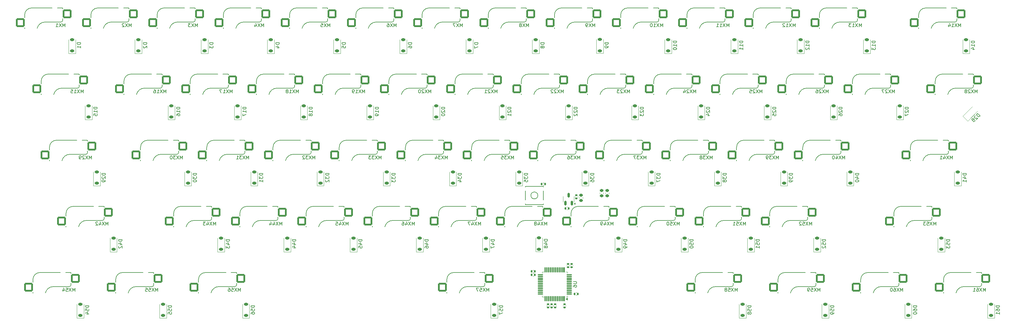
<source format=gbo>
G04 #@! TF.GenerationSoftware,KiCad,Pcbnew,8.0.4*
G04 #@! TF.CreationDate,2025-02-27T13:51:43-05:00*
G04 #@! TF.ProjectId,CustomKeyboard,43757374-6f6d-44b6-9579-626f6172642e,rev?*
G04 #@! TF.SameCoordinates,Original*
G04 #@! TF.FileFunction,Legend,Bot*
G04 #@! TF.FilePolarity,Positive*
%FSLAX46Y46*%
G04 Gerber Fmt 4.6, Leading zero omitted, Abs format (unit mm)*
G04 Created by KiCad (PCBNEW 8.0.4) date 2025-02-27 13:51:43*
%MOMM*%
%LPD*%
G01*
G04 APERTURE LIST*
G04 Aperture macros list*
%AMRoundRect*
0 Rectangle with rounded corners*
0 $1 Rounding radius*
0 $2 $3 $4 $5 $6 $7 $8 $9 X,Y pos of 4 corners*
0 Add a 4 corners polygon primitive as box body*
4,1,4,$2,$3,$4,$5,$6,$7,$8,$9,$2,$3,0*
0 Add four circle primitives for the rounded corners*
1,1,$1+$1,$2,$3*
1,1,$1+$1,$4,$5*
1,1,$1+$1,$6,$7*
1,1,$1+$1,$8,$9*
0 Add four rect primitives between the rounded corners*
20,1,$1+$1,$2,$3,$4,$5,0*
20,1,$1+$1,$4,$5,$6,$7,0*
20,1,$1+$1,$6,$7,$8,$9,0*
20,1,$1+$1,$8,$9,$2,$3,0*%
G04 Aperture macros list end*
%ADD10C,0.150000*%
%ADD11C,0.120000*%
%ADD12R,3.000000X1.500000*%
%ADD13R,1.500000X3.000000*%
%ADD14O,1.700000X1.700000*%
%ADD15R,1.700000X1.700000*%
%ADD16C,3.048000*%
%ADD17C,3.987800*%
%ADD18C,0.500000*%
%ADD19O,1.000000X1.800000*%
%ADD20O,1.000000X2.100000*%
%ADD21C,0.650000*%
%ADD22C,4.000000*%
%ADD23RoundRect,0.225000X0.375000X-0.225000X0.375000X0.225000X-0.375000X0.225000X-0.375000X-0.225000X0*%
%ADD24C,3.300000*%
%ADD25RoundRect,0.250000X1.025000X1.000000X-1.025000X1.000000X-1.025000X-1.000000X1.025000X-1.000000X0*%
%ADD26C,1.750000*%
%ADD27RoundRect,0.140000X0.170000X-0.140000X0.170000X0.140000X-0.170000X0.140000X-0.170000X-0.140000X0*%
%ADD28RoundRect,0.218750X-0.256250X0.218750X-0.256250X-0.218750X0.256250X-0.218750X0.256250X0.218750X0*%
%ADD29RoundRect,0.140000X-0.170000X0.140000X-0.170000X-0.140000X0.170000X-0.140000X0.170000X0.140000X0*%
%ADD30RoundRect,0.135000X-0.135000X-0.185000X0.135000X-0.185000X0.135000X0.185000X-0.135000X0.185000X0*%
%ADD31RoundRect,0.140000X-0.140000X-0.170000X0.140000X-0.170000X0.140000X0.170000X-0.140000X0.170000X0*%
%ADD32RoundRect,0.150000X0.150000X-0.512500X0.150000X0.512500X-0.150000X0.512500X-0.150000X-0.512500X0*%
%ADD33RoundRect,0.225000X-0.250000X0.225000X-0.250000X-0.225000X0.250000X-0.225000X0.250000X0.225000X0*%
%ADD34R,1.800000X1.100000*%
%ADD35RoundRect,0.140000X0.140000X0.170000X-0.140000X0.170000X-0.140000X-0.170000X0.140000X-0.170000X0*%
%ADD36RoundRect,0.075000X0.075000X-0.662500X0.075000X0.662500X-0.075000X0.662500X-0.075000X-0.662500X0*%
%ADD37RoundRect,0.075000X0.662500X-0.075000X0.662500X0.075000X-0.662500X0.075000X-0.662500X-0.075000X0*%
%ADD38RoundRect,0.225000X0.106066X-0.424264X0.424264X-0.106066X-0.106066X0.424264X-0.424264X0.106066X0*%
G04 APERTURE END LIST*
D10*
X263517319Y-147785714D02*
X262517319Y-147785714D01*
X262517319Y-147785714D02*
X262517319Y-148023809D01*
X262517319Y-148023809D02*
X262564938Y-148166666D01*
X262564938Y-148166666D02*
X262660176Y-148261904D01*
X262660176Y-148261904D02*
X262755414Y-148309523D01*
X262755414Y-148309523D02*
X262945890Y-148357142D01*
X262945890Y-148357142D02*
X263088747Y-148357142D01*
X263088747Y-148357142D02*
X263279223Y-148309523D01*
X263279223Y-148309523D02*
X263374461Y-148261904D01*
X263374461Y-148261904D02*
X263469700Y-148166666D01*
X263469700Y-148166666D02*
X263517319Y-148023809D01*
X263517319Y-148023809D02*
X263517319Y-147785714D01*
X262517319Y-149261904D02*
X262517319Y-148785714D01*
X262517319Y-148785714D02*
X262993509Y-148738095D01*
X262993509Y-148738095D02*
X262945890Y-148785714D01*
X262945890Y-148785714D02*
X262898271Y-148880952D01*
X262898271Y-148880952D02*
X262898271Y-149119047D01*
X262898271Y-149119047D02*
X262945890Y-149214285D01*
X262945890Y-149214285D02*
X262993509Y-149261904D01*
X262993509Y-149261904D02*
X263088747Y-149309523D01*
X263088747Y-149309523D02*
X263326842Y-149309523D01*
X263326842Y-149309523D02*
X263422080Y-149261904D01*
X263422080Y-149261904D02*
X263469700Y-149214285D01*
X263469700Y-149214285D02*
X263517319Y-149119047D01*
X263517319Y-149119047D02*
X263517319Y-148880952D01*
X263517319Y-148880952D02*
X263469700Y-148785714D01*
X263469700Y-148785714D02*
X263422080Y-148738095D01*
X262945890Y-149880952D02*
X262898271Y-149785714D01*
X262898271Y-149785714D02*
X262850652Y-149738095D01*
X262850652Y-149738095D02*
X262755414Y-149690476D01*
X262755414Y-149690476D02*
X262707795Y-149690476D01*
X262707795Y-149690476D02*
X262612557Y-149738095D01*
X262612557Y-149738095D02*
X262564938Y-149785714D01*
X262564938Y-149785714D02*
X262517319Y-149880952D01*
X262517319Y-149880952D02*
X262517319Y-150071428D01*
X262517319Y-150071428D02*
X262564938Y-150166666D01*
X262564938Y-150166666D02*
X262612557Y-150214285D01*
X262612557Y-150214285D02*
X262707795Y-150261904D01*
X262707795Y-150261904D02*
X262755414Y-150261904D01*
X262755414Y-150261904D02*
X262850652Y-150214285D01*
X262850652Y-150214285D02*
X262898271Y-150166666D01*
X262898271Y-150166666D02*
X262945890Y-150071428D01*
X262945890Y-150071428D02*
X262945890Y-149880952D01*
X262945890Y-149880952D02*
X262993509Y-149785714D01*
X262993509Y-149785714D02*
X263041128Y-149738095D01*
X263041128Y-149738095D02*
X263136366Y-149690476D01*
X263136366Y-149690476D02*
X263326842Y-149690476D01*
X263326842Y-149690476D02*
X263422080Y-149738095D01*
X263422080Y-149738095D02*
X263469700Y-149785714D01*
X263469700Y-149785714D02*
X263517319Y-149880952D01*
X263517319Y-149880952D02*
X263517319Y-150071428D01*
X263517319Y-150071428D02*
X263469700Y-150166666D01*
X263469700Y-150166666D02*
X263422080Y-150214285D01*
X263422080Y-150214285D02*
X263326842Y-150261904D01*
X263326842Y-150261904D02*
X263136366Y-150261904D01*
X263136366Y-150261904D02*
X263041128Y-150214285D01*
X263041128Y-150214285D02*
X262993509Y-150166666D01*
X262993509Y-150166666D02*
X262945890Y-150071428D01*
X128543154Y-124654819D02*
X128543154Y-123654819D01*
X128543154Y-123654819D02*
X128209821Y-124369104D01*
X128209821Y-124369104D02*
X127876488Y-123654819D01*
X127876488Y-123654819D02*
X127876488Y-124654819D01*
X127495535Y-123654819D02*
X126828869Y-124654819D01*
X126828869Y-123654819D02*
X127495535Y-124654819D01*
X126019345Y-123988152D02*
X126019345Y-124654819D01*
X126257440Y-123607200D02*
X126495535Y-124321485D01*
X126495535Y-124321485D02*
X125876488Y-124321485D01*
X125066964Y-123988152D02*
X125066964Y-124654819D01*
X125305059Y-123607200D02*
X125543154Y-124321485D01*
X125543154Y-124321485D02*
X124924107Y-124321485D01*
X276180654Y-67504819D02*
X276180654Y-66504819D01*
X276180654Y-66504819D02*
X275847321Y-67219104D01*
X275847321Y-67219104D02*
X275513988Y-66504819D01*
X275513988Y-66504819D02*
X275513988Y-67504819D01*
X275133035Y-66504819D02*
X274466369Y-67504819D01*
X274466369Y-66504819D02*
X275133035Y-67504819D01*
X273561607Y-67504819D02*
X274133035Y-67504819D01*
X273847321Y-67504819D02*
X273847321Y-66504819D01*
X273847321Y-66504819D02*
X273942559Y-66647676D01*
X273942559Y-66647676D02*
X274037797Y-66742914D01*
X274037797Y-66742914D02*
X274133035Y-66790533D01*
X273180654Y-66600057D02*
X273133035Y-66552438D01*
X273133035Y-66552438D02*
X273037797Y-66504819D01*
X273037797Y-66504819D02*
X272799702Y-66504819D01*
X272799702Y-66504819D02*
X272704464Y-66552438D01*
X272704464Y-66552438D02*
X272656845Y-66600057D01*
X272656845Y-66600057D02*
X272609226Y-66695295D01*
X272609226Y-66695295D02*
X272609226Y-66790533D01*
X272609226Y-66790533D02*
X272656845Y-66933390D01*
X272656845Y-66933390D02*
X273228273Y-67504819D01*
X273228273Y-67504819D02*
X272609226Y-67504819D01*
X325429819Y-109685714D02*
X324429819Y-109685714D01*
X324429819Y-109685714D02*
X324429819Y-109923809D01*
X324429819Y-109923809D02*
X324477438Y-110066666D01*
X324477438Y-110066666D02*
X324572676Y-110161904D01*
X324572676Y-110161904D02*
X324667914Y-110209523D01*
X324667914Y-110209523D02*
X324858390Y-110257142D01*
X324858390Y-110257142D02*
X325001247Y-110257142D01*
X325001247Y-110257142D02*
X325191723Y-110209523D01*
X325191723Y-110209523D02*
X325286961Y-110161904D01*
X325286961Y-110161904D02*
X325382200Y-110066666D01*
X325382200Y-110066666D02*
X325429819Y-109923809D01*
X325429819Y-109923809D02*
X325429819Y-109685714D01*
X324763152Y-111114285D02*
X325429819Y-111114285D01*
X324382200Y-110876190D02*
X325096485Y-110638095D01*
X325096485Y-110638095D02*
X325096485Y-111257142D01*
X325429819Y-112161904D02*
X325429819Y-111590476D01*
X325429819Y-111876190D02*
X324429819Y-111876190D01*
X324429819Y-111876190D02*
X324572676Y-111780952D01*
X324572676Y-111780952D02*
X324667914Y-111685714D01*
X324667914Y-111685714D02*
X324715533Y-111590476D01*
X304755654Y-86554819D02*
X304755654Y-85554819D01*
X304755654Y-85554819D02*
X304422321Y-86269104D01*
X304422321Y-86269104D02*
X304088988Y-85554819D01*
X304088988Y-85554819D02*
X304088988Y-86554819D01*
X303708035Y-85554819D02*
X303041369Y-86554819D01*
X303041369Y-85554819D02*
X303708035Y-86554819D01*
X302708035Y-85650057D02*
X302660416Y-85602438D01*
X302660416Y-85602438D02*
X302565178Y-85554819D01*
X302565178Y-85554819D02*
X302327083Y-85554819D01*
X302327083Y-85554819D02*
X302231845Y-85602438D01*
X302231845Y-85602438D02*
X302184226Y-85650057D01*
X302184226Y-85650057D02*
X302136607Y-85745295D01*
X302136607Y-85745295D02*
X302136607Y-85840533D01*
X302136607Y-85840533D02*
X302184226Y-85983390D01*
X302184226Y-85983390D02*
X302755654Y-86554819D01*
X302755654Y-86554819D02*
X302136607Y-86554819D01*
X301803273Y-85554819D02*
X301136607Y-85554819D01*
X301136607Y-85554819D02*
X301565178Y-86554819D01*
X189698569Y-128735714D02*
X188698569Y-128735714D01*
X188698569Y-128735714D02*
X188698569Y-128973809D01*
X188698569Y-128973809D02*
X188746188Y-129116666D01*
X188746188Y-129116666D02*
X188841426Y-129211904D01*
X188841426Y-129211904D02*
X188936664Y-129259523D01*
X188936664Y-129259523D02*
X189127140Y-129307142D01*
X189127140Y-129307142D02*
X189269997Y-129307142D01*
X189269997Y-129307142D02*
X189460473Y-129259523D01*
X189460473Y-129259523D02*
X189555711Y-129211904D01*
X189555711Y-129211904D02*
X189650950Y-129116666D01*
X189650950Y-129116666D02*
X189698569Y-128973809D01*
X189698569Y-128973809D02*
X189698569Y-128735714D01*
X189031902Y-130164285D02*
X189698569Y-130164285D01*
X188650950Y-129926190D02*
X189365235Y-129688095D01*
X189365235Y-129688095D02*
X189365235Y-130307142D01*
X188698569Y-130592857D02*
X188698569Y-131259523D01*
X188698569Y-131259523D02*
X189698569Y-130830952D01*
X232561069Y-90635714D02*
X231561069Y-90635714D01*
X231561069Y-90635714D02*
X231561069Y-90873809D01*
X231561069Y-90873809D02*
X231608688Y-91016666D01*
X231608688Y-91016666D02*
X231703926Y-91111904D01*
X231703926Y-91111904D02*
X231799164Y-91159523D01*
X231799164Y-91159523D02*
X231989640Y-91207142D01*
X231989640Y-91207142D02*
X232132497Y-91207142D01*
X232132497Y-91207142D02*
X232322973Y-91159523D01*
X232322973Y-91159523D02*
X232418211Y-91111904D01*
X232418211Y-91111904D02*
X232513450Y-91016666D01*
X232513450Y-91016666D02*
X232561069Y-90873809D01*
X232561069Y-90873809D02*
X232561069Y-90635714D01*
X231656307Y-91588095D02*
X231608688Y-91635714D01*
X231608688Y-91635714D02*
X231561069Y-91730952D01*
X231561069Y-91730952D02*
X231561069Y-91969047D01*
X231561069Y-91969047D02*
X231608688Y-92064285D01*
X231608688Y-92064285D02*
X231656307Y-92111904D01*
X231656307Y-92111904D02*
X231751545Y-92159523D01*
X231751545Y-92159523D02*
X231846783Y-92159523D01*
X231846783Y-92159523D02*
X231989640Y-92111904D01*
X231989640Y-92111904D02*
X232561069Y-91540476D01*
X232561069Y-91540476D02*
X232561069Y-92159523D01*
X231561069Y-92492857D02*
X231561069Y-93111904D01*
X231561069Y-93111904D02*
X231942021Y-92778571D01*
X231942021Y-92778571D02*
X231942021Y-92921428D01*
X231942021Y-92921428D02*
X231989640Y-93016666D01*
X231989640Y-93016666D02*
X232037259Y-93064285D01*
X232037259Y-93064285D02*
X232132497Y-93111904D01*
X232132497Y-93111904D02*
X232370592Y-93111904D01*
X232370592Y-93111904D02*
X232465830Y-93064285D01*
X232465830Y-93064285D02*
X232513450Y-93016666D01*
X232513450Y-93016666D02*
X232561069Y-92921428D01*
X232561069Y-92921428D02*
X232561069Y-92635714D01*
X232561069Y-92635714D02*
X232513450Y-92540476D01*
X232513450Y-92540476D02*
X232465830Y-92492857D01*
X299236069Y-71585714D02*
X298236069Y-71585714D01*
X298236069Y-71585714D02*
X298236069Y-71823809D01*
X298236069Y-71823809D02*
X298283688Y-71966666D01*
X298283688Y-71966666D02*
X298378926Y-72061904D01*
X298378926Y-72061904D02*
X298474164Y-72109523D01*
X298474164Y-72109523D02*
X298664640Y-72157142D01*
X298664640Y-72157142D02*
X298807497Y-72157142D01*
X298807497Y-72157142D02*
X298997973Y-72109523D01*
X298997973Y-72109523D02*
X299093211Y-72061904D01*
X299093211Y-72061904D02*
X299188450Y-71966666D01*
X299188450Y-71966666D02*
X299236069Y-71823809D01*
X299236069Y-71823809D02*
X299236069Y-71585714D01*
X299236069Y-73109523D02*
X299236069Y-72538095D01*
X299236069Y-72823809D02*
X298236069Y-72823809D01*
X298236069Y-72823809D02*
X298378926Y-72728571D01*
X298378926Y-72728571D02*
X298474164Y-72633333D01*
X298474164Y-72633333D02*
X298521783Y-72538095D01*
X298236069Y-73442857D02*
X298236069Y-74061904D01*
X298236069Y-74061904D02*
X298617021Y-73728571D01*
X298617021Y-73728571D02*
X298617021Y-73871428D01*
X298617021Y-73871428D02*
X298664640Y-73966666D01*
X298664640Y-73966666D02*
X298712259Y-74014285D01*
X298712259Y-74014285D02*
X298807497Y-74061904D01*
X298807497Y-74061904D02*
X299045592Y-74061904D01*
X299045592Y-74061904D02*
X299140830Y-74014285D01*
X299140830Y-74014285D02*
X299188450Y-73966666D01*
X299188450Y-73966666D02*
X299236069Y-73871428D01*
X299236069Y-73871428D02*
X299236069Y-73585714D01*
X299236069Y-73585714D02*
X299188450Y-73490476D01*
X299188450Y-73490476D02*
X299140830Y-73442857D01*
X188074404Y-143704819D02*
X188074404Y-142704819D01*
X188074404Y-142704819D02*
X187741071Y-143419104D01*
X187741071Y-143419104D02*
X187407738Y-142704819D01*
X187407738Y-142704819D02*
X187407738Y-143704819D01*
X187026785Y-142704819D02*
X186360119Y-143704819D01*
X186360119Y-142704819D02*
X187026785Y-143704819D01*
X185502976Y-142704819D02*
X185979166Y-142704819D01*
X185979166Y-142704819D02*
X186026785Y-143181009D01*
X186026785Y-143181009D02*
X185979166Y-143133390D01*
X185979166Y-143133390D02*
X185883928Y-143085771D01*
X185883928Y-143085771D02*
X185645833Y-143085771D01*
X185645833Y-143085771D02*
X185550595Y-143133390D01*
X185550595Y-143133390D02*
X185502976Y-143181009D01*
X185502976Y-143181009D02*
X185455357Y-143276247D01*
X185455357Y-143276247D02*
X185455357Y-143514342D01*
X185455357Y-143514342D02*
X185502976Y-143609580D01*
X185502976Y-143609580D02*
X185550595Y-143657200D01*
X185550595Y-143657200D02*
X185645833Y-143704819D01*
X185645833Y-143704819D02*
X185883928Y-143704819D01*
X185883928Y-143704819D02*
X185979166Y-143657200D01*
X185979166Y-143657200D02*
X186026785Y-143609580D01*
X185122023Y-142704819D02*
X184455357Y-142704819D01*
X184455357Y-142704819D02*
X184883928Y-143704819D01*
X147593154Y-124654819D02*
X147593154Y-123654819D01*
X147593154Y-123654819D02*
X147259821Y-124369104D01*
X147259821Y-124369104D02*
X146926488Y-123654819D01*
X146926488Y-123654819D02*
X146926488Y-124654819D01*
X146545535Y-123654819D02*
X145878869Y-124654819D01*
X145878869Y-123654819D02*
X146545535Y-124654819D01*
X145069345Y-123988152D02*
X145069345Y-124654819D01*
X145307440Y-123607200D02*
X145545535Y-124321485D01*
X145545535Y-124321485D02*
X144926488Y-124321485D01*
X144069345Y-123654819D02*
X144545535Y-123654819D01*
X144545535Y-123654819D02*
X144593154Y-124131009D01*
X144593154Y-124131009D02*
X144545535Y-124083390D01*
X144545535Y-124083390D02*
X144450297Y-124035771D01*
X144450297Y-124035771D02*
X144212202Y-124035771D01*
X144212202Y-124035771D02*
X144116964Y-124083390D01*
X144116964Y-124083390D02*
X144069345Y-124131009D01*
X144069345Y-124131009D02*
X144021726Y-124226247D01*
X144021726Y-124226247D02*
X144021726Y-124464342D01*
X144021726Y-124464342D02*
X144069345Y-124559580D01*
X144069345Y-124559580D02*
X144116964Y-124607200D01*
X144116964Y-124607200D02*
X144212202Y-124654819D01*
X144212202Y-124654819D02*
X144450297Y-124654819D01*
X144450297Y-124654819D02*
X144545535Y-124607200D01*
X144545535Y-124607200D02*
X144593154Y-124559580D01*
X228555654Y-86554819D02*
X228555654Y-85554819D01*
X228555654Y-85554819D02*
X228222321Y-86269104D01*
X228222321Y-86269104D02*
X227888988Y-85554819D01*
X227888988Y-85554819D02*
X227888988Y-86554819D01*
X227508035Y-85554819D02*
X226841369Y-86554819D01*
X226841369Y-85554819D02*
X227508035Y-86554819D01*
X226508035Y-85650057D02*
X226460416Y-85602438D01*
X226460416Y-85602438D02*
X226365178Y-85554819D01*
X226365178Y-85554819D02*
X226127083Y-85554819D01*
X226127083Y-85554819D02*
X226031845Y-85602438D01*
X226031845Y-85602438D02*
X225984226Y-85650057D01*
X225984226Y-85650057D02*
X225936607Y-85745295D01*
X225936607Y-85745295D02*
X225936607Y-85840533D01*
X225936607Y-85840533D02*
X225984226Y-85983390D01*
X225984226Y-85983390D02*
X226555654Y-86554819D01*
X226555654Y-86554819D02*
X225936607Y-86554819D01*
X225603273Y-85554819D02*
X224984226Y-85554819D01*
X224984226Y-85554819D02*
X225317559Y-85935771D01*
X225317559Y-85935771D02*
X225174702Y-85935771D01*
X225174702Y-85935771D02*
X225079464Y-85983390D01*
X225079464Y-85983390D02*
X225031845Y-86031009D01*
X225031845Y-86031009D02*
X224984226Y-86126247D01*
X224984226Y-86126247D02*
X224984226Y-86364342D01*
X224984226Y-86364342D02*
X225031845Y-86459580D01*
X225031845Y-86459580D02*
X225079464Y-86507200D01*
X225079464Y-86507200D02*
X225174702Y-86554819D01*
X225174702Y-86554819D02*
X225460416Y-86554819D01*
X225460416Y-86554819D02*
X225555654Y-86507200D01*
X225555654Y-86507200D02*
X225603273Y-86459580D01*
X132548569Y-128735714D02*
X131548569Y-128735714D01*
X131548569Y-128735714D02*
X131548569Y-128973809D01*
X131548569Y-128973809D02*
X131596188Y-129116666D01*
X131596188Y-129116666D02*
X131691426Y-129211904D01*
X131691426Y-129211904D02*
X131786664Y-129259523D01*
X131786664Y-129259523D02*
X131977140Y-129307142D01*
X131977140Y-129307142D02*
X132119997Y-129307142D01*
X132119997Y-129307142D02*
X132310473Y-129259523D01*
X132310473Y-129259523D02*
X132405711Y-129211904D01*
X132405711Y-129211904D02*
X132500950Y-129116666D01*
X132500950Y-129116666D02*
X132548569Y-128973809D01*
X132548569Y-128973809D02*
X132548569Y-128735714D01*
X131881902Y-130164285D02*
X132548569Y-130164285D01*
X131500950Y-129926190D02*
X132215235Y-129688095D01*
X132215235Y-129688095D02*
X132215235Y-130307142D01*
X131881902Y-131116666D02*
X132548569Y-131116666D01*
X131500950Y-130878571D02*
X132215235Y-130640476D01*
X132215235Y-130640476D02*
X132215235Y-131259523D01*
X103973569Y-109685714D02*
X102973569Y-109685714D01*
X102973569Y-109685714D02*
X102973569Y-109923809D01*
X102973569Y-109923809D02*
X103021188Y-110066666D01*
X103021188Y-110066666D02*
X103116426Y-110161904D01*
X103116426Y-110161904D02*
X103211664Y-110209523D01*
X103211664Y-110209523D02*
X103402140Y-110257142D01*
X103402140Y-110257142D02*
X103544997Y-110257142D01*
X103544997Y-110257142D02*
X103735473Y-110209523D01*
X103735473Y-110209523D02*
X103830711Y-110161904D01*
X103830711Y-110161904D02*
X103925950Y-110066666D01*
X103925950Y-110066666D02*
X103973569Y-109923809D01*
X103973569Y-109923809D02*
X103973569Y-109685714D01*
X102973569Y-110590476D02*
X102973569Y-111209523D01*
X102973569Y-111209523D02*
X103354521Y-110876190D01*
X103354521Y-110876190D02*
X103354521Y-111019047D01*
X103354521Y-111019047D02*
X103402140Y-111114285D01*
X103402140Y-111114285D02*
X103449759Y-111161904D01*
X103449759Y-111161904D02*
X103544997Y-111209523D01*
X103544997Y-111209523D02*
X103783092Y-111209523D01*
X103783092Y-111209523D02*
X103878330Y-111161904D01*
X103878330Y-111161904D02*
X103925950Y-111114285D01*
X103925950Y-111114285D02*
X103973569Y-111019047D01*
X103973569Y-111019047D02*
X103973569Y-110733333D01*
X103973569Y-110733333D02*
X103925950Y-110638095D01*
X103925950Y-110638095D02*
X103878330Y-110590476D01*
X102973569Y-111828571D02*
X102973569Y-111923809D01*
X102973569Y-111923809D02*
X103021188Y-112019047D01*
X103021188Y-112019047D02*
X103068807Y-112066666D01*
X103068807Y-112066666D02*
X103164045Y-112114285D01*
X103164045Y-112114285D02*
X103354521Y-112161904D01*
X103354521Y-112161904D02*
X103592616Y-112161904D01*
X103592616Y-112161904D02*
X103783092Y-112114285D01*
X103783092Y-112114285D02*
X103878330Y-112066666D01*
X103878330Y-112066666D02*
X103925950Y-112019047D01*
X103925950Y-112019047D02*
X103973569Y-111923809D01*
X103973569Y-111923809D02*
X103973569Y-111828571D01*
X103973569Y-111828571D02*
X103925950Y-111733333D01*
X103925950Y-111733333D02*
X103878330Y-111685714D01*
X103878330Y-111685714D02*
X103783092Y-111638095D01*
X103783092Y-111638095D02*
X103592616Y-111590476D01*
X103592616Y-111590476D02*
X103354521Y-111590476D01*
X103354521Y-111590476D02*
X103164045Y-111638095D01*
X103164045Y-111638095D02*
X103068807Y-111685714D01*
X103068807Y-111685714D02*
X103021188Y-111733333D01*
X103021188Y-111733333D02*
X102973569Y-111828571D01*
X195218154Y-105604819D02*
X195218154Y-104604819D01*
X195218154Y-104604819D02*
X194884821Y-105319104D01*
X194884821Y-105319104D02*
X194551488Y-104604819D01*
X194551488Y-104604819D02*
X194551488Y-105604819D01*
X194170535Y-104604819D02*
X193503869Y-105604819D01*
X193503869Y-104604819D02*
X194170535Y-105604819D01*
X193218154Y-104604819D02*
X192599107Y-104604819D01*
X192599107Y-104604819D02*
X192932440Y-104985771D01*
X192932440Y-104985771D02*
X192789583Y-104985771D01*
X192789583Y-104985771D02*
X192694345Y-105033390D01*
X192694345Y-105033390D02*
X192646726Y-105081009D01*
X192646726Y-105081009D02*
X192599107Y-105176247D01*
X192599107Y-105176247D02*
X192599107Y-105414342D01*
X192599107Y-105414342D02*
X192646726Y-105509580D01*
X192646726Y-105509580D02*
X192694345Y-105557200D01*
X192694345Y-105557200D02*
X192789583Y-105604819D01*
X192789583Y-105604819D02*
X193075297Y-105604819D01*
X193075297Y-105604819D02*
X193170535Y-105557200D01*
X193170535Y-105557200D02*
X193218154Y-105509580D01*
X191694345Y-104604819D02*
X192170535Y-104604819D01*
X192170535Y-104604819D02*
X192218154Y-105081009D01*
X192218154Y-105081009D02*
X192170535Y-105033390D01*
X192170535Y-105033390D02*
X192075297Y-104985771D01*
X192075297Y-104985771D02*
X191837202Y-104985771D01*
X191837202Y-104985771D02*
X191741964Y-105033390D01*
X191741964Y-105033390D02*
X191694345Y-105081009D01*
X191694345Y-105081009D02*
X191646726Y-105176247D01*
X191646726Y-105176247D02*
X191646726Y-105414342D01*
X191646726Y-105414342D02*
X191694345Y-105509580D01*
X191694345Y-105509580D02*
X191741964Y-105557200D01*
X191741964Y-105557200D02*
X191837202Y-105604819D01*
X191837202Y-105604819D02*
X192075297Y-105604819D01*
X192075297Y-105604819D02*
X192170535Y-105557200D01*
X192170535Y-105557200D02*
X192218154Y-105509580D01*
X261893154Y-124654819D02*
X261893154Y-123654819D01*
X261893154Y-123654819D02*
X261559821Y-124369104D01*
X261559821Y-124369104D02*
X261226488Y-123654819D01*
X261226488Y-123654819D02*
X261226488Y-124654819D01*
X260845535Y-123654819D02*
X260178869Y-124654819D01*
X260178869Y-123654819D02*
X260845535Y-124654819D01*
X259321726Y-123654819D02*
X259797916Y-123654819D01*
X259797916Y-123654819D02*
X259845535Y-124131009D01*
X259845535Y-124131009D02*
X259797916Y-124083390D01*
X259797916Y-124083390D02*
X259702678Y-124035771D01*
X259702678Y-124035771D02*
X259464583Y-124035771D01*
X259464583Y-124035771D02*
X259369345Y-124083390D01*
X259369345Y-124083390D02*
X259321726Y-124131009D01*
X259321726Y-124131009D02*
X259274107Y-124226247D01*
X259274107Y-124226247D02*
X259274107Y-124464342D01*
X259274107Y-124464342D02*
X259321726Y-124559580D01*
X259321726Y-124559580D02*
X259369345Y-124607200D01*
X259369345Y-124607200D02*
X259464583Y-124654819D01*
X259464583Y-124654819D02*
X259702678Y-124654819D01*
X259702678Y-124654819D02*
X259797916Y-124607200D01*
X259797916Y-124607200D02*
X259845535Y-124559580D01*
X258321726Y-124654819D02*
X258893154Y-124654819D01*
X258607440Y-124654819D02*
X258607440Y-123654819D01*
X258607440Y-123654819D02*
X258702678Y-123797676D01*
X258702678Y-123797676D02*
X258797916Y-123892914D01*
X258797916Y-123892914D02*
X258893154Y-123940533D01*
X323805654Y-67504819D02*
X323805654Y-66504819D01*
X323805654Y-66504819D02*
X323472321Y-67219104D01*
X323472321Y-67219104D02*
X323138988Y-66504819D01*
X323138988Y-66504819D02*
X323138988Y-67504819D01*
X322758035Y-66504819D02*
X322091369Y-67504819D01*
X322091369Y-66504819D02*
X322758035Y-67504819D01*
X321186607Y-67504819D02*
X321758035Y-67504819D01*
X321472321Y-67504819D02*
X321472321Y-66504819D01*
X321472321Y-66504819D02*
X321567559Y-66647676D01*
X321567559Y-66647676D02*
X321662797Y-66742914D01*
X321662797Y-66742914D02*
X321758035Y-66790533D01*
X320329464Y-66838152D02*
X320329464Y-67504819D01*
X320567559Y-66457200D02*
X320805654Y-67171485D01*
X320805654Y-67171485D02*
X320186607Y-67171485D01*
X82542319Y-128735714D02*
X81542319Y-128735714D01*
X81542319Y-128735714D02*
X81542319Y-128973809D01*
X81542319Y-128973809D02*
X81589938Y-129116666D01*
X81589938Y-129116666D02*
X81685176Y-129211904D01*
X81685176Y-129211904D02*
X81780414Y-129259523D01*
X81780414Y-129259523D02*
X81970890Y-129307142D01*
X81970890Y-129307142D02*
X82113747Y-129307142D01*
X82113747Y-129307142D02*
X82304223Y-129259523D01*
X82304223Y-129259523D02*
X82399461Y-129211904D01*
X82399461Y-129211904D02*
X82494700Y-129116666D01*
X82494700Y-129116666D02*
X82542319Y-128973809D01*
X82542319Y-128973809D02*
X82542319Y-128735714D01*
X81875652Y-130164285D02*
X82542319Y-130164285D01*
X81494700Y-129926190D02*
X82208985Y-129688095D01*
X82208985Y-129688095D02*
X82208985Y-130307142D01*
X81637557Y-130640476D02*
X81589938Y-130688095D01*
X81589938Y-130688095D02*
X81542319Y-130783333D01*
X81542319Y-130783333D02*
X81542319Y-131021428D01*
X81542319Y-131021428D02*
X81589938Y-131116666D01*
X81589938Y-131116666D02*
X81637557Y-131164285D01*
X81637557Y-131164285D02*
X81732795Y-131211904D01*
X81732795Y-131211904D02*
X81828033Y-131211904D01*
X81828033Y-131211904D02*
X81970890Y-131164285D01*
X81970890Y-131164285D02*
X82542319Y-130592857D01*
X82542319Y-130592857D02*
X82542319Y-131211904D01*
X242086069Y-71585714D02*
X241086069Y-71585714D01*
X241086069Y-71585714D02*
X241086069Y-71823809D01*
X241086069Y-71823809D02*
X241133688Y-71966666D01*
X241133688Y-71966666D02*
X241228926Y-72061904D01*
X241228926Y-72061904D02*
X241324164Y-72109523D01*
X241324164Y-72109523D02*
X241514640Y-72157142D01*
X241514640Y-72157142D02*
X241657497Y-72157142D01*
X241657497Y-72157142D02*
X241847973Y-72109523D01*
X241847973Y-72109523D02*
X241943211Y-72061904D01*
X241943211Y-72061904D02*
X242038450Y-71966666D01*
X242038450Y-71966666D02*
X242086069Y-71823809D01*
X242086069Y-71823809D02*
X242086069Y-71585714D01*
X242086069Y-73109523D02*
X242086069Y-72538095D01*
X242086069Y-72823809D02*
X241086069Y-72823809D01*
X241086069Y-72823809D02*
X241228926Y-72728571D01*
X241228926Y-72728571D02*
X241324164Y-72633333D01*
X241324164Y-72633333D02*
X241371783Y-72538095D01*
X241086069Y-73728571D02*
X241086069Y-73823809D01*
X241086069Y-73823809D02*
X241133688Y-73919047D01*
X241133688Y-73919047D02*
X241181307Y-73966666D01*
X241181307Y-73966666D02*
X241276545Y-74014285D01*
X241276545Y-74014285D02*
X241467021Y-74061904D01*
X241467021Y-74061904D02*
X241705116Y-74061904D01*
X241705116Y-74061904D02*
X241895592Y-74014285D01*
X241895592Y-74014285D02*
X241990830Y-73966666D01*
X241990830Y-73966666D02*
X242038450Y-73919047D01*
X242038450Y-73919047D02*
X242086069Y-73823809D01*
X242086069Y-73823809D02*
X242086069Y-73728571D01*
X242086069Y-73728571D02*
X242038450Y-73633333D01*
X242038450Y-73633333D02*
X241990830Y-73585714D01*
X241990830Y-73585714D02*
X241895592Y-73538095D01*
X241895592Y-73538095D02*
X241705116Y-73490476D01*
X241705116Y-73490476D02*
X241467021Y-73490476D01*
X241467021Y-73490476D02*
X241276545Y-73538095D01*
X241276545Y-73538095D02*
X241181307Y-73585714D01*
X241181307Y-73585714D02*
X241133688Y-73633333D01*
X241133688Y-73633333D02*
X241086069Y-73728571D01*
X171405654Y-86554819D02*
X171405654Y-85554819D01*
X171405654Y-85554819D02*
X171072321Y-86269104D01*
X171072321Y-86269104D02*
X170738988Y-85554819D01*
X170738988Y-85554819D02*
X170738988Y-86554819D01*
X170358035Y-85554819D02*
X169691369Y-86554819D01*
X169691369Y-85554819D02*
X170358035Y-86554819D01*
X169358035Y-85650057D02*
X169310416Y-85602438D01*
X169310416Y-85602438D02*
X169215178Y-85554819D01*
X169215178Y-85554819D02*
X168977083Y-85554819D01*
X168977083Y-85554819D02*
X168881845Y-85602438D01*
X168881845Y-85602438D02*
X168834226Y-85650057D01*
X168834226Y-85650057D02*
X168786607Y-85745295D01*
X168786607Y-85745295D02*
X168786607Y-85840533D01*
X168786607Y-85840533D02*
X168834226Y-85983390D01*
X168834226Y-85983390D02*
X169405654Y-86554819D01*
X169405654Y-86554819D02*
X168786607Y-86554819D01*
X168167559Y-85554819D02*
X168072321Y-85554819D01*
X168072321Y-85554819D02*
X167977083Y-85602438D01*
X167977083Y-85602438D02*
X167929464Y-85650057D01*
X167929464Y-85650057D02*
X167881845Y-85745295D01*
X167881845Y-85745295D02*
X167834226Y-85935771D01*
X167834226Y-85935771D02*
X167834226Y-86173866D01*
X167834226Y-86173866D02*
X167881845Y-86364342D01*
X167881845Y-86364342D02*
X167929464Y-86459580D01*
X167929464Y-86459580D02*
X167977083Y-86507200D01*
X167977083Y-86507200D02*
X168072321Y-86554819D01*
X168072321Y-86554819D02*
X168167559Y-86554819D01*
X168167559Y-86554819D02*
X168262797Y-86507200D01*
X168262797Y-86507200D02*
X168310416Y-86459580D01*
X168310416Y-86459580D02*
X168358035Y-86364342D01*
X168358035Y-86364342D02*
X168405654Y-86173866D01*
X168405654Y-86173866D02*
X168405654Y-85935771D01*
X168405654Y-85935771D02*
X168358035Y-85745295D01*
X168358035Y-85745295D02*
X168310416Y-85650057D01*
X168310416Y-85650057D02*
X168262797Y-85602438D01*
X168262797Y-85602438D02*
X168167559Y-85554819D01*
X133305654Y-86554819D02*
X133305654Y-85554819D01*
X133305654Y-85554819D02*
X132972321Y-86269104D01*
X132972321Y-86269104D02*
X132638988Y-85554819D01*
X132638988Y-85554819D02*
X132638988Y-86554819D01*
X132258035Y-85554819D02*
X131591369Y-86554819D01*
X131591369Y-85554819D02*
X132258035Y-86554819D01*
X130686607Y-86554819D02*
X131258035Y-86554819D01*
X130972321Y-86554819D02*
X130972321Y-85554819D01*
X130972321Y-85554819D02*
X131067559Y-85697676D01*
X131067559Y-85697676D02*
X131162797Y-85792914D01*
X131162797Y-85792914D02*
X131258035Y-85840533D01*
X130115178Y-85983390D02*
X130210416Y-85935771D01*
X130210416Y-85935771D02*
X130258035Y-85888152D01*
X130258035Y-85888152D02*
X130305654Y-85792914D01*
X130305654Y-85792914D02*
X130305654Y-85745295D01*
X130305654Y-85745295D02*
X130258035Y-85650057D01*
X130258035Y-85650057D02*
X130210416Y-85602438D01*
X130210416Y-85602438D02*
X130115178Y-85554819D01*
X130115178Y-85554819D02*
X129924702Y-85554819D01*
X129924702Y-85554819D02*
X129829464Y-85602438D01*
X129829464Y-85602438D02*
X129781845Y-85650057D01*
X129781845Y-85650057D02*
X129734226Y-85745295D01*
X129734226Y-85745295D02*
X129734226Y-85792914D01*
X129734226Y-85792914D02*
X129781845Y-85888152D01*
X129781845Y-85888152D02*
X129829464Y-85935771D01*
X129829464Y-85935771D02*
X129924702Y-85983390D01*
X129924702Y-85983390D02*
X130115178Y-85983390D01*
X130115178Y-85983390D02*
X130210416Y-86031009D01*
X130210416Y-86031009D02*
X130258035Y-86078628D01*
X130258035Y-86078628D02*
X130305654Y-86173866D01*
X130305654Y-86173866D02*
X130305654Y-86364342D01*
X130305654Y-86364342D02*
X130258035Y-86459580D01*
X130258035Y-86459580D02*
X130210416Y-86507200D01*
X130210416Y-86507200D02*
X130115178Y-86554819D01*
X130115178Y-86554819D02*
X129924702Y-86554819D01*
X129924702Y-86554819D02*
X129829464Y-86507200D01*
X129829464Y-86507200D02*
X129781845Y-86459580D01*
X129781845Y-86459580D02*
X129734226Y-86364342D01*
X129734226Y-86364342D02*
X129734226Y-86173866D01*
X129734226Y-86173866D02*
X129781845Y-86078628D01*
X129781845Y-86078628D02*
X129829464Y-86031009D01*
X129829464Y-86031009D02*
X129924702Y-85983390D01*
X287329819Y-147785714D02*
X286329819Y-147785714D01*
X286329819Y-147785714D02*
X286329819Y-148023809D01*
X286329819Y-148023809D02*
X286377438Y-148166666D01*
X286377438Y-148166666D02*
X286472676Y-148261904D01*
X286472676Y-148261904D02*
X286567914Y-148309523D01*
X286567914Y-148309523D02*
X286758390Y-148357142D01*
X286758390Y-148357142D02*
X286901247Y-148357142D01*
X286901247Y-148357142D02*
X287091723Y-148309523D01*
X287091723Y-148309523D02*
X287186961Y-148261904D01*
X287186961Y-148261904D02*
X287282200Y-148166666D01*
X287282200Y-148166666D02*
X287329819Y-148023809D01*
X287329819Y-148023809D02*
X287329819Y-147785714D01*
X286329819Y-149261904D02*
X286329819Y-148785714D01*
X286329819Y-148785714D02*
X286806009Y-148738095D01*
X286806009Y-148738095D02*
X286758390Y-148785714D01*
X286758390Y-148785714D02*
X286710771Y-148880952D01*
X286710771Y-148880952D02*
X286710771Y-149119047D01*
X286710771Y-149119047D02*
X286758390Y-149214285D01*
X286758390Y-149214285D02*
X286806009Y-149261904D01*
X286806009Y-149261904D02*
X286901247Y-149309523D01*
X286901247Y-149309523D02*
X287139342Y-149309523D01*
X287139342Y-149309523D02*
X287234580Y-149261904D01*
X287234580Y-149261904D02*
X287282200Y-149214285D01*
X287282200Y-149214285D02*
X287329819Y-149119047D01*
X287329819Y-149119047D02*
X287329819Y-148880952D01*
X287329819Y-148880952D02*
X287282200Y-148785714D01*
X287282200Y-148785714D02*
X287234580Y-148738095D01*
X287329819Y-149785714D02*
X287329819Y-149976190D01*
X287329819Y-149976190D02*
X287282200Y-150071428D01*
X287282200Y-150071428D02*
X287234580Y-150119047D01*
X287234580Y-150119047D02*
X287091723Y-150214285D01*
X287091723Y-150214285D02*
X286901247Y-150261904D01*
X286901247Y-150261904D02*
X286520295Y-150261904D01*
X286520295Y-150261904D02*
X286425057Y-150214285D01*
X286425057Y-150214285D02*
X286377438Y-150166666D01*
X286377438Y-150166666D02*
X286329819Y-150071428D01*
X286329819Y-150071428D02*
X286329819Y-149880952D01*
X286329819Y-149880952D02*
X286377438Y-149785714D01*
X286377438Y-149785714D02*
X286425057Y-149738095D01*
X286425057Y-149738095D02*
X286520295Y-149690476D01*
X286520295Y-149690476D02*
X286758390Y-149690476D01*
X286758390Y-149690476D02*
X286853628Y-149738095D01*
X286853628Y-149738095D02*
X286901247Y-149785714D01*
X286901247Y-149785714D02*
X286948866Y-149880952D01*
X286948866Y-149880952D02*
X286948866Y-150071428D01*
X286948866Y-150071428D02*
X286901247Y-150166666D01*
X286901247Y-150166666D02*
X286853628Y-150214285D01*
X286853628Y-150214285D02*
X286758390Y-150261904D01*
X194461069Y-90635714D02*
X193461069Y-90635714D01*
X193461069Y-90635714D02*
X193461069Y-90873809D01*
X193461069Y-90873809D02*
X193508688Y-91016666D01*
X193508688Y-91016666D02*
X193603926Y-91111904D01*
X193603926Y-91111904D02*
X193699164Y-91159523D01*
X193699164Y-91159523D02*
X193889640Y-91207142D01*
X193889640Y-91207142D02*
X194032497Y-91207142D01*
X194032497Y-91207142D02*
X194222973Y-91159523D01*
X194222973Y-91159523D02*
X194318211Y-91111904D01*
X194318211Y-91111904D02*
X194413450Y-91016666D01*
X194413450Y-91016666D02*
X194461069Y-90873809D01*
X194461069Y-90873809D02*
X194461069Y-90635714D01*
X193556307Y-91588095D02*
X193508688Y-91635714D01*
X193508688Y-91635714D02*
X193461069Y-91730952D01*
X193461069Y-91730952D02*
X193461069Y-91969047D01*
X193461069Y-91969047D02*
X193508688Y-92064285D01*
X193508688Y-92064285D02*
X193556307Y-92111904D01*
X193556307Y-92111904D02*
X193651545Y-92159523D01*
X193651545Y-92159523D02*
X193746783Y-92159523D01*
X193746783Y-92159523D02*
X193889640Y-92111904D01*
X193889640Y-92111904D02*
X194461069Y-91540476D01*
X194461069Y-91540476D02*
X194461069Y-92159523D01*
X194461069Y-93111904D02*
X194461069Y-92540476D01*
X194461069Y-92826190D02*
X193461069Y-92826190D01*
X193461069Y-92826190D02*
X193603926Y-92730952D01*
X193603926Y-92730952D02*
X193699164Y-92635714D01*
X193699164Y-92635714D02*
X193746783Y-92540476D01*
X190455654Y-86554819D02*
X190455654Y-85554819D01*
X190455654Y-85554819D02*
X190122321Y-86269104D01*
X190122321Y-86269104D02*
X189788988Y-85554819D01*
X189788988Y-85554819D02*
X189788988Y-86554819D01*
X189408035Y-85554819D02*
X188741369Y-86554819D01*
X188741369Y-85554819D02*
X189408035Y-86554819D01*
X188408035Y-85650057D02*
X188360416Y-85602438D01*
X188360416Y-85602438D02*
X188265178Y-85554819D01*
X188265178Y-85554819D02*
X188027083Y-85554819D01*
X188027083Y-85554819D02*
X187931845Y-85602438D01*
X187931845Y-85602438D02*
X187884226Y-85650057D01*
X187884226Y-85650057D02*
X187836607Y-85745295D01*
X187836607Y-85745295D02*
X187836607Y-85840533D01*
X187836607Y-85840533D02*
X187884226Y-85983390D01*
X187884226Y-85983390D02*
X188455654Y-86554819D01*
X188455654Y-86554819D02*
X187836607Y-86554819D01*
X186884226Y-86554819D02*
X187455654Y-86554819D01*
X187169940Y-86554819D02*
X187169940Y-85554819D01*
X187169940Y-85554819D02*
X187265178Y-85697676D01*
X187265178Y-85697676D02*
X187360416Y-85792914D01*
X187360416Y-85792914D02*
X187455654Y-85840533D01*
X123023569Y-109685714D02*
X122023569Y-109685714D01*
X122023569Y-109685714D02*
X122023569Y-109923809D01*
X122023569Y-109923809D02*
X122071188Y-110066666D01*
X122071188Y-110066666D02*
X122166426Y-110161904D01*
X122166426Y-110161904D02*
X122261664Y-110209523D01*
X122261664Y-110209523D02*
X122452140Y-110257142D01*
X122452140Y-110257142D02*
X122594997Y-110257142D01*
X122594997Y-110257142D02*
X122785473Y-110209523D01*
X122785473Y-110209523D02*
X122880711Y-110161904D01*
X122880711Y-110161904D02*
X122975950Y-110066666D01*
X122975950Y-110066666D02*
X123023569Y-109923809D01*
X123023569Y-109923809D02*
X123023569Y-109685714D01*
X122023569Y-110590476D02*
X122023569Y-111209523D01*
X122023569Y-111209523D02*
X122404521Y-110876190D01*
X122404521Y-110876190D02*
X122404521Y-111019047D01*
X122404521Y-111019047D02*
X122452140Y-111114285D01*
X122452140Y-111114285D02*
X122499759Y-111161904D01*
X122499759Y-111161904D02*
X122594997Y-111209523D01*
X122594997Y-111209523D02*
X122833092Y-111209523D01*
X122833092Y-111209523D02*
X122928330Y-111161904D01*
X122928330Y-111161904D02*
X122975950Y-111114285D01*
X122975950Y-111114285D02*
X123023569Y-111019047D01*
X123023569Y-111019047D02*
X123023569Y-110733333D01*
X123023569Y-110733333D02*
X122975950Y-110638095D01*
X122975950Y-110638095D02*
X122928330Y-110590476D01*
X123023569Y-112161904D02*
X123023569Y-111590476D01*
X123023569Y-111876190D02*
X122023569Y-111876190D01*
X122023569Y-111876190D02*
X122166426Y-111780952D01*
X122166426Y-111780952D02*
X122261664Y-111685714D01*
X122261664Y-111685714D02*
X122309283Y-111590476D01*
X290468154Y-105604819D02*
X290468154Y-104604819D01*
X290468154Y-104604819D02*
X290134821Y-105319104D01*
X290134821Y-105319104D02*
X289801488Y-104604819D01*
X289801488Y-104604819D02*
X289801488Y-105604819D01*
X289420535Y-104604819D02*
X288753869Y-105604819D01*
X288753869Y-104604819D02*
X289420535Y-105604819D01*
X287944345Y-104938152D02*
X287944345Y-105604819D01*
X288182440Y-104557200D02*
X288420535Y-105271485D01*
X288420535Y-105271485D02*
X287801488Y-105271485D01*
X287230059Y-104604819D02*
X287134821Y-104604819D01*
X287134821Y-104604819D02*
X287039583Y-104652438D01*
X287039583Y-104652438D02*
X286991964Y-104700057D01*
X286991964Y-104700057D02*
X286944345Y-104795295D01*
X286944345Y-104795295D02*
X286896726Y-104985771D01*
X286896726Y-104985771D02*
X286896726Y-105223866D01*
X286896726Y-105223866D02*
X286944345Y-105414342D01*
X286944345Y-105414342D02*
X286991964Y-105509580D01*
X286991964Y-105509580D02*
X287039583Y-105557200D01*
X287039583Y-105557200D02*
X287134821Y-105604819D01*
X287134821Y-105604819D02*
X287230059Y-105604819D01*
X287230059Y-105604819D02*
X287325297Y-105557200D01*
X287325297Y-105557200D02*
X287372916Y-105509580D01*
X287372916Y-105509580D02*
X287420535Y-105414342D01*
X287420535Y-105414342D02*
X287468154Y-105223866D01*
X287468154Y-105223866D02*
X287468154Y-104985771D01*
X287468154Y-104985771D02*
X287420535Y-104795295D01*
X287420535Y-104795295D02*
X287372916Y-104700057D01*
X287372916Y-104700057D02*
X287325297Y-104652438D01*
X287325297Y-104652438D02*
X287230059Y-104604819D01*
X176168154Y-105604819D02*
X176168154Y-104604819D01*
X176168154Y-104604819D02*
X175834821Y-105319104D01*
X175834821Y-105319104D02*
X175501488Y-104604819D01*
X175501488Y-104604819D02*
X175501488Y-105604819D01*
X175120535Y-104604819D02*
X174453869Y-105604819D01*
X174453869Y-104604819D02*
X175120535Y-105604819D01*
X174168154Y-104604819D02*
X173549107Y-104604819D01*
X173549107Y-104604819D02*
X173882440Y-104985771D01*
X173882440Y-104985771D02*
X173739583Y-104985771D01*
X173739583Y-104985771D02*
X173644345Y-105033390D01*
X173644345Y-105033390D02*
X173596726Y-105081009D01*
X173596726Y-105081009D02*
X173549107Y-105176247D01*
X173549107Y-105176247D02*
X173549107Y-105414342D01*
X173549107Y-105414342D02*
X173596726Y-105509580D01*
X173596726Y-105509580D02*
X173644345Y-105557200D01*
X173644345Y-105557200D02*
X173739583Y-105604819D01*
X173739583Y-105604819D02*
X174025297Y-105604819D01*
X174025297Y-105604819D02*
X174120535Y-105557200D01*
X174120535Y-105557200D02*
X174168154Y-105509580D01*
X172691964Y-104938152D02*
X172691964Y-105604819D01*
X172930059Y-104557200D02*
X173168154Y-105271485D01*
X173168154Y-105271485D02*
X172549107Y-105271485D01*
X99968154Y-105604819D02*
X99968154Y-104604819D01*
X99968154Y-104604819D02*
X99634821Y-105319104D01*
X99634821Y-105319104D02*
X99301488Y-104604819D01*
X99301488Y-104604819D02*
X99301488Y-105604819D01*
X98920535Y-104604819D02*
X98253869Y-105604819D01*
X98253869Y-104604819D02*
X98920535Y-105604819D01*
X97968154Y-104604819D02*
X97349107Y-104604819D01*
X97349107Y-104604819D02*
X97682440Y-104985771D01*
X97682440Y-104985771D02*
X97539583Y-104985771D01*
X97539583Y-104985771D02*
X97444345Y-105033390D01*
X97444345Y-105033390D02*
X97396726Y-105081009D01*
X97396726Y-105081009D02*
X97349107Y-105176247D01*
X97349107Y-105176247D02*
X97349107Y-105414342D01*
X97349107Y-105414342D02*
X97396726Y-105509580D01*
X97396726Y-105509580D02*
X97444345Y-105557200D01*
X97444345Y-105557200D02*
X97539583Y-105604819D01*
X97539583Y-105604819D02*
X97825297Y-105604819D01*
X97825297Y-105604819D02*
X97920535Y-105557200D01*
X97920535Y-105557200D02*
X97968154Y-105509580D01*
X96730059Y-104604819D02*
X96634821Y-104604819D01*
X96634821Y-104604819D02*
X96539583Y-104652438D01*
X96539583Y-104652438D02*
X96491964Y-104700057D01*
X96491964Y-104700057D02*
X96444345Y-104795295D01*
X96444345Y-104795295D02*
X96396726Y-104985771D01*
X96396726Y-104985771D02*
X96396726Y-105223866D01*
X96396726Y-105223866D02*
X96444345Y-105414342D01*
X96444345Y-105414342D02*
X96491964Y-105509580D01*
X96491964Y-105509580D02*
X96539583Y-105557200D01*
X96539583Y-105557200D02*
X96634821Y-105604819D01*
X96634821Y-105604819D02*
X96730059Y-105604819D01*
X96730059Y-105604819D02*
X96825297Y-105557200D01*
X96825297Y-105557200D02*
X96872916Y-105509580D01*
X96872916Y-105509580D02*
X96920535Y-105414342D01*
X96920535Y-105414342D02*
X96968154Y-105223866D01*
X96968154Y-105223866D02*
X96968154Y-104985771D01*
X96968154Y-104985771D02*
X96920535Y-104795295D01*
X96920535Y-104795295D02*
X96872916Y-104700057D01*
X96872916Y-104700057D02*
X96825297Y-104652438D01*
X96825297Y-104652438D02*
X96730059Y-104604819D01*
X327811069Y-71585714D02*
X326811069Y-71585714D01*
X326811069Y-71585714D02*
X326811069Y-71823809D01*
X326811069Y-71823809D02*
X326858688Y-71966666D01*
X326858688Y-71966666D02*
X326953926Y-72061904D01*
X326953926Y-72061904D02*
X327049164Y-72109523D01*
X327049164Y-72109523D02*
X327239640Y-72157142D01*
X327239640Y-72157142D02*
X327382497Y-72157142D01*
X327382497Y-72157142D02*
X327572973Y-72109523D01*
X327572973Y-72109523D02*
X327668211Y-72061904D01*
X327668211Y-72061904D02*
X327763450Y-71966666D01*
X327763450Y-71966666D02*
X327811069Y-71823809D01*
X327811069Y-71823809D02*
X327811069Y-71585714D01*
X327811069Y-73109523D02*
X327811069Y-72538095D01*
X327811069Y-72823809D02*
X326811069Y-72823809D01*
X326811069Y-72823809D02*
X326953926Y-72728571D01*
X326953926Y-72728571D02*
X327049164Y-72633333D01*
X327049164Y-72633333D02*
X327096783Y-72538095D01*
X327144402Y-73966666D02*
X327811069Y-73966666D01*
X326763450Y-73728571D02*
X327477735Y-73490476D01*
X327477735Y-73490476D02*
X327477735Y-74109523D01*
X123304463Y-67504819D02*
X123304463Y-66504819D01*
X123304463Y-66504819D02*
X122971130Y-67219104D01*
X122971130Y-67219104D02*
X122637797Y-66504819D01*
X122637797Y-66504819D02*
X122637797Y-67504819D01*
X122256844Y-66504819D02*
X121590178Y-67504819D01*
X121590178Y-66504819D02*
X122256844Y-67504819D01*
X120780654Y-66838152D02*
X120780654Y-67504819D01*
X121018749Y-66457200D02*
X121256844Y-67171485D01*
X121256844Y-67171485D02*
X120637797Y-67171485D01*
X85204463Y-67504819D02*
X85204463Y-66504819D01*
X85204463Y-66504819D02*
X84871130Y-67219104D01*
X84871130Y-67219104D02*
X84537797Y-66504819D01*
X84537797Y-66504819D02*
X84537797Y-67504819D01*
X84156844Y-66504819D02*
X83490178Y-67504819D01*
X83490178Y-66504819D02*
X84156844Y-67504819D01*
X83156844Y-66600057D02*
X83109225Y-66552438D01*
X83109225Y-66552438D02*
X83013987Y-66504819D01*
X83013987Y-66504819D02*
X82775892Y-66504819D01*
X82775892Y-66504819D02*
X82680654Y-66552438D01*
X82680654Y-66552438D02*
X82633035Y-66600057D01*
X82633035Y-66600057D02*
X82585416Y-66695295D01*
X82585416Y-66695295D02*
X82585416Y-66790533D01*
X82585416Y-66790533D02*
X82633035Y-66933390D01*
X82633035Y-66933390D02*
X83204463Y-67504819D01*
X83204463Y-67504819D02*
X82585416Y-67504819D01*
X280943154Y-124654819D02*
X280943154Y-123654819D01*
X280943154Y-123654819D02*
X280609821Y-124369104D01*
X280609821Y-124369104D02*
X280276488Y-123654819D01*
X280276488Y-123654819D02*
X280276488Y-124654819D01*
X279895535Y-123654819D02*
X279228869Y-124654819D01*
X279228869Y-123654819D02*
X279895535Y-124654819D01*
X278371726Y-123654819D02*
X278847916Y-123654819D01*
X278847916Y-123654819D02*
X278895535Y-124131009D01*
X278895535Y-124131009D02*
X278847916Y-124083390D01*
X278847916Y-124083390D02*
X278752678Y-124035771D01*
X278752678Y-124035771D02*
X278514583Y-124035771D01*
X278514583Y-124035771D02*
X278419345Y-124083390D01*
X278419345Y-124083390D02*
X278371726Y-124131009D01*
X278371726Y-124131009D02*
X278324107Y-124226247D01*
X278324107Y-124226247D02*
X278324107Y-124464342D01*
X278324107Y-124464342D02*
X278371726Y-124559580D01*
X278371726Y-124559580D02*
X278419345Y-124607200D01*
X278419345Y-124607200D02*
X278514583Y-124654819D01*
X278514583Y-124654819D02*
X278752678Y-124654819D01*
X278752678Y-124654819D02*
X278847916Y-124607200D01*
X278847916Y-124607200D02*
X278895535Y-124559580D01*
X277943154Y-123750057D02*
X277895535Y-123702438D01*
X277895535Y-123702438D02*
X277800297Y-123654819D01*
X277800297Y-123654819D02*
X277562202Y-123654819D01*
X277562202Y-123654819D02*
X277466964Y-123702438D01*
X277466964Y-123702438D02*
X277419345Y-123750057D01*
X277419345Y-123750057D02*
X277371726Y-123845295D01*
X277371726Y-123845295D02*
X277371726Y-123940533D01*
X277371726Y-123940533D02*
X277419345Y-124083390D01*
X277419345Y-124083390D02*
X277990773Y-124654819D01*
X277990773Y-124654819D02*
X277371726Y-124654819D01*
X320667319Y-128735714D02*
X319667319Y-128735714D01*
X319667319Y-128735714D02*
X319667319Y-128973809D01*
X319667319Y-128973809D02*
X319714938Y-129116666D01*
X319714938Y-129116666D02*
X319810176Y-129211904D01*
X319810176Y-129211904D02*
X319905414Y-129259523D01*
X319905414Y-129259523D02*
X320095890Y-129307142D01*
X320095890Y-129307142D02*
X320238747Y-129307142D01*
X320238747Y-129307142D02*
X320429223Y-129259523D01*
X320429223Y-129259523D02*
X320524461Y-129211904D01*
X320524461Y-129211904D02*
X320619700Y-129116666D01*
X320619700Y-129116666D02*
X320667319Y-128973809D01*
X320667319Y-128973809D02*
X320667319Y-128735714D01*
X319667319Y-130211904D02*
X319667319Y-129735714D01*
X319667319Y-129735714D02*
X320143509Y-129688095D01*
X320143509Y-129688095D02*
X320095890Y-129735714D01*
X320095890Y-129735714D02*
X320048271Y-129830952D01*
X320048271Y-129830952D02*
X320048271Y-130069047D01*
X320048271Y-130069047D02*
X320095890Y-130164285D01*
X320095890Y-130164285D02*
X320143509Y-130211904D01*
X320143509Y-130211904D02*
X320238747Y-130259523D01*
X320238747Y-130259523D02*
X320476842Y-130259523D01*
X320476842Y-130259523D02*
X320572080Y-130211904D01*
X320572080Y-130211904D02*
X320619700Y-130164285D01*
X320619700Y-130164285D02*
X320667319Y-130069047D01*
X320667319Y-130069047D02*
X320667319Y-129830952D01*
X320667319Y-129830952D02*
X320619700Y-129735714D01*
X320619700Y-129735714D02*
X320572080Y-129688095D01*
X319667319Y-130592857D02*
X319667319Y-131211904D01*
X319667319Y-131211904D02*
X320048271Y-130878571D01*
X320048271Y-130878571D02*
X320048271Y-131021428D01*
X320048271Y-131021428D02*
X320095890Y-131116666D01*
X320095890Y-131116666D02*
X320143509Y-131164285D01*
X320143509Y-131164285D02*
X320238747Y-131211904D01*
X320238747Y-131211904D02*
X320476842Y-131211904D01*
X320476842Y-131211904D02*
X320572080Y-131164285D01*
X320572080Y-131164285D02*
X320619700Y-131116666D01*
X320619700Y-131116666D02*
X320667319Y-131021428D01*
X320667319Y-131021428D02*
X320667319Y-130735714D01*
X320667319Y-130735714D02*
X320619700Y-130640476D01*
X320619700Y-130640476D02*
X320572080Y-130592857D01*
X209505654Y-86554819D02*
X209505654Y-85554819D01*
X209505654Y-85554819D02*
X209172321Y-86269104D01*
X209172321Y-86269104D02*
X208838988Y-85554819D01*
X208838988Y-85554819D02*
X208838988Y-86554819D01*
X208458035Y-85554819D02*
X207791369Y-86554819D01*
X207791369Y-85554819D02*
X208458035Y-86554819D01*
X207458035Y-85650057D02*
X207410416Y-85602438D01*
X207410416Y-85602438D02*
X207315178Y-85554819D01*
X207315178Y-85554819D02*
X207077083Y-85554819D01*
X207077083Y-85554819D02*
X206981845Y-85602438D01*
X206981845Y-85602438D02*
X206934226Y-85650057D01*
X206934226Y-85650057D02*
X206886607Y-85745295D01*
X206886607Y-85745295D02*
X206886607Y-85840533D01*
X206886607Y-85840533D02*
X206934226Y-85983390D01*
X206934226Y-85983390D02*
X207505654Y-86554819D01*
X207505654Y-86554819D02*
X206886607Y-86554819D01*
X206505654Y-85650057D02*
X206458035Y-85602438D01*
X206458035Y-85602438D02*
X206362797Y-85554819D01*
X206362797Y-85554819D02*
X206124702Y-85554819D01*
X206124702Y-85554819D02*
X206029464Y-85602438D01*
X206029464Y-85602438D02*
X205981845Y-85650057D01*
X205981845Y-85650057D02*
X205934226Y-85745295D01*
X205934226Y-85745295D02*
X205934226Y-85840533D01*
X205934226Y-85840533D02*
X205981845Y-85983390D01*
X205981845Y-85983390D02*
X206553273Y-86554819D01*
X206553273Y-86554819D02*
X205934226Y-86554819D01*
X161404463Y-67504819D02*
X161404463Y-66504819D01*
X161404463Y-66504819D02*
X161071130Y-67219104D01*
X161071130Y-67219104D02*
X160737797Y-66504819D01*
X160737797Y-66504819D02*
X160737797Y-67504819D01*
X160356844Y-66504819D02*
X159690178Y-67504819D01*
X159690178Y-66504819D02*
X160356844Y-67504819D01*
X158880654Y-66504819D02*
X159071130Y-66504819D01*
X159071130Y-66504819D02*
X159166368Y-66552438D01*
X159166368Y-66552438D02*
X159213987Y-66600057D01*
X159213987Y-66600057D02*
X159309225Y-66742914D01*
X159309225Y-66742914D02*
X159356844Y-66933390D01*
X159356844Y-66933390D02*
X159356844Y-67314342D01*
X159356844Y-67314342D02*
X159309225Y-67409580D01*
X159309225Y-67409580D02*
X159261606Y-67457200D01*
X159261606Y-67457200D02*
X159166368Y-67504819D01*
X159166368Y-67504819D02*
X158975892Y-67504819D01*
X158975892Y-67504819D02*
X158880654Y-67457200D01*
X158880654Y-67457200D02*
X158833035Y-67409580D01*
X158833035Y-67409580D02*
X158785416Y-67314342D01*
X158785416Y-67314342D02*
X158785416Y-67076247D01*
X158785416Y-67076247D02*
X158833035Y-66981009D01*
X158833035Y-66981009D02*
X158880654Y-66933390D01*
X158880654Y-66933390D02*
X158975892Y-66885771D01*
X158975892Y-66885771D02*
X159166368Y-66885771D01*
X159166368Y-66885771D02*
X159261606Y-66933390D01*
X159261606Y-66933390D02*
X159309225Y-66981009D01*
X159309225Y-66981009D02*
X159356844Y-67076247D01*
X77779819Y-109685714D02*
X76779819Y-109685714D01*
X76779819Y-109685714D02*
X76779819Y-109923809D01*
X76779819Y-109923809D02*
X76827438Y-110066666D01*
X76827438Y-110066666D02*
X76922676Y-110161904D01*
X76922676Y-110161904D02*
X77017914Y-110209523D01*
X77017914Y-110209523D02*
X77208390Y-110257142D01*
X77208390Y-110257142D02*
X77351247Y-110257142D01*
X77351247Y-110257142D02*
X77541723Y-110209523D01*
X77541723Y-110209523D02*
X77636961Y-110161904D01*
X77636961Y-110161904D02*
X77732200Y-110066666D01*
X77732200Y-110066666D02*
X77779819Y-109923809D01*
X77779819Y-109923809D02*
X77779819Y-109685714D01*
X76875057Y-110638095D02*
X76827438Y-110685714D01*
X76827438Y-110685714D02*
X76779819Y-110780952D01*
X76779819Y-110780952D02*
X76779819Y-111019047D01*
X76779819Y-111019047D02*
X76827438Y-111114285D01*
X76827438Y-111114285D02*
X76875057Y-111161904D01*
X76875057Y-111161904D02*
X76970295Y-111209523D01*
X76970295Y-111209523D02*
X77065533Y-111209523D01*
X77065533Y-111209523D02*
X77208390Y-111161904D01*
X77208390Y-111161904D02*
X77779819Y-110590476D01*
X77779819Y-110590476D02*
X77779819Y-111209523D01*
X77779819Y-111685714D02*
X77779819Y-111876190D01*
X77779819Y-111876190D02*
X77732200Y-111971428D01*
X77732200Y-111971428D02*
X77684580Y-112019047D01*
X77684580Y-112019047D02*
X77541723Y-112114285D01*
X77541723Y-112114285D02*
X77351247Y-112161904D01*
X77351247Y-112161904D02*
X76970295Y-112161904D01*
X76970295Y-112161904D02*
X76875057Y-112114285D01*
X76875057Y-112114285D02*
X76827438Y-112066666D01*
X76827438Y-112066666D02*
X76779819Y-111971428D01*
X76779819Y-111971428D02*
X76779819Y-111780952D01*
X76779819Y-111780952D02*
X76827438Y-111685714D01*
X76827438Y-111685714D02*
X76875057Y-111638095D01*
X76875057Y-111638095D02*
X76970295Y-111590476D01*
X76970295Y-111590476D02*
X77208390Y-111590476D01*
X77208390Y-111590476D02*
X77303628Y-111638095D01*
X77303628Y-111638095D02*
X77351247Y-111685714D01*
X77351247Y-111685714D02*
X77398866Y-111780952D01*
X77398866Y-111780952D02*
X77398866Y-111971428D01*
X77398866Y-111971428D02*
X77351247Y-112066666D01*
X77351247Y-112066666D02*
X77303628Y-112114285D01*
X77303628Y-112114285D02*
X77208390Y-112161904D01*
X156361069Y-90635714D02*
X155361069Y-90635714D01*
X155361069Y-90635714D02*
X155361069Y-90873809D01*
X155361069Y-90873809D02*
X155408688Y-91016666D01*
X155408688Y-91016666D02*
X155503926Y-91111904D01*
X155503926Y-91111904D02*
X155599164Y-91159523D01*
X155599164Y-91159523D02*
X155789640Y-91207142D01*
X155789640Y-91207142D02*
X155932497Y-91207142D01*
X155932497Y-91207142D02*
X156122973Y-91159523D01*
X156122973Y-91159523D02*
X156218211Y-91111904D01*
X156218211Y-91111904D02*
X156313450Y-91016666D01*
X156313450Y-91016666D02*
X156361069Y-90873809D01*
X156361069Y-90873809D02*
X156361069Y-90635714D01*
X156361069Y-92159523D02*
X156361069Y-91588095D01*
X156361069Y-91873809D02*
X155361069Y-91873809D01*
X155361069Y-91873809D02*
X155503926Y-91778571D01*
X155503926Y-91778571D02*
X155599164Y-91683333D01*
X155599164Y-91683333D02*
X155646783Y-91588095D01*
X156361069Y-92635714D02*
X156361069Y-92826190D01*
X156361069Y-92826190D02*
X156313450Y-92921428D01*
X156313450Y-92921428D02*
X156265830Y-92969047D01*
X156265830Y-92969047D02*
X156122973Y-93064285D01*
X156122973Y-93064285D02*
X155932497Y-93111904D01*
X155932497Y-93111904D02*
X155551545Y-93111904D01*
X155551545Y-93111904D02*
X155456307Y-93064285D01*
X155456307Y-93064285D02*
X155408688Y-93016666D01*
X155408688Y-93016666D02*
X155361069Y-92921428D01*
X155361069Y-92921428D02*
X155361069Y-92730952D01*
X155361069Y-92730952D02*
X155408688Y-92635714D01*
X155408688Y-92635714D02*
X155456307Y-92588095D01*
X155456307Y-92588095D02*
X155551545Y-92540476D01*
X155551545Y-92540476D02*
X155789640Y-92540476D01*
X155789640Y-92540476D02*
X155884878Y-92588095D01*
X155884878Y-92588095D02*
X155932497Y-92635714D01*
X155932497Y-92635714D02*
X155980116Y-92730952D01*
X155980116Y-92730952D02*
X155980116Y-92921428D01*
X155980116Y-92921428D02*
X155932497Y-93016666D01*
X155932497Y-93016666D02*
X155884878Y-93064285D01*
X155884878Y-93064285D02*
X155789640Y-93111904D01*
X120642319Y-147785714D02*
X119642319Y-147785714D01*
X119642319Y-147785714D02*
X119642319Y-148023809D01*
X119642319Y-148023809D02*
X119689938Y-148166666D01*
X119689938Y-148166666D02*
X119785176Y-148261904D01*
X119785176Y-148261904D02*
X119880414Y-148309523D01*
X119880414Y-148309523D02*
X120070890Y-148357142D01*
X120070890Y-148357142D02*
X120213747Y-148357142D01*
X120213747Y-148357142D02*
X120404223Y-148309523D01*
X120404223Y-148309523D02*
X120499461Y-148261904D01*
X120499461Y-148261904D02*
X120594700Y-148166666D01*
X120594700Y-148166666D02*
X120642319Y-148023809D01*
X120642319Y-148023809D02*
X120642319Y-147785714D01*
X119642319Y-149261904D02*
X119642319Y-148785714D01*
X119642319Y-148785714D02*
X120118509Y-148738095D01*
X120118509Y-148738095D02*
X120070890Y-148785714D01*
X120070890Y-148785714D02*
X120023271Y-148880952D01*
X120023271Y-148880952D02*
X120023271Y-149119047D01*
X120023271Y-149119047D02*
X120070890Y-149214285D01*
X120070890Y-149214285D02*
X120118509Y-149261904D01*
X120118509Y-149261904D02*
X120213747Y-149309523D01*
X120213747Y-149309523D02*
X120451842Y-149309523D01*
X120451842Y-149309523D02*
X120547080Y-149261904D01*
X120547080Y-149261904D02*
X120594700Y-149214285D01*
X120594700Y-149214285D02*
X120642319Y-149119047D01*
X120642319Y-149119047D02*
X120642319Y-148880952D01*
X120642319Y-148880952D02*
X120594700Y-148785714D01*
X120594700Y-148785714D02*
X120547080Y-148738095D01*
X119642319Y-150166666D02*
X119642319Y-149976190D01*
X119642319Y-149976190D02*
X119689938Y-149880952D01*
X119689938Y-149880952D02*
X119737557Y-149833333D01*
X119737557Y-149833333D02*
X119880414Y-149738095D01*
X119880414Y-149738095D02*
X120070890Y-149690476D01*
X120070890Y-149690476D02*
X120451842Y-149690476D01*
X120451842Y-149690476D02*
X120547080Y-149738095D01*
X120547080Y-149738095D02*
X120594700Y-149785714D01*
X120594700Y-149785714D02*
X120642319Y-149880952D01*
X120642319Y-149880952D02*
X120642319Y-150071428D01*
X120642319Y-150071428D02*
X120594700Y-150166666D01*
X120594700Y-150166666D02*
X120547080Y-150214285D01*
X120547080Y-150214285D02*
X120451842Y-150261904D01*
X120451842Y-150261904D02*
X120213747Y-150261904D01*
X120213747Y-150261904D02*
X120118509Y-150214285D01*
X120118509Y-150214285D02*
X120070890Y-150166666D01*
X120070890Y-150166666D02*
X120023271Y-150071428D01*
X120023271Y-150071428D02*
X120023271Y-149880952D01*
X120023271Y-149880952D02*
X120070890Y-149785714D01*
X120070890Y-149785714D02*
X120118509Y-149738095D01*
X120118509Y-149738095D02*
X120213747Y-149690476D01*
X170648569Y-128735714D02*
X169648569Y-128735714D01*
X169648569Y-128735714D02*
X169648569Y-128973809D01*
X169648569Y-128973809D02*
X169696188Y-129116666D01*
X169696188Y-129116666D02*
X169791426Y-129211904D01*
X169791426Y-129211904D02*
X169886664Y-129259523D01*
X169886664Y-129259523D02*
X170077140Y-129307142D01*
X170077140Y-129307142D02*
X170219997Y-129307142D01*
X170219997Y-129307142D02*
X170410473Y-129259523D01*
X170410473Y-129259523D02*
X170505711Y-129211904D01*
X170505711Y-129211904D02*
X170600950Y-129116666D01*
X170600950Y-129116666D02*
X170648569Y-128973809D01*
X170648569Y-128973809D02*
X170648569Y-128735714D01*
X169981902Y-130164285D02*
X170648569Y-130164285D01*
X169600950Y-129926190D02*
X170315235Y-129688095D01*
X170315235Y-129688095D02*
X170315235Y-130307142D01*
X169648569Y-131116666D02*
X169648569Y-130926190D01*
X169648569Y-130926190D02*
X169696188Y-130830952D01*
X169696188Y-130830952D02*
X169743807Y-130783333D01*
X169743807Y-130783333D02*
X169886664Y-130688095D01*
X169886664Y-130688095D02*
X170077140Y-130640476D01*
X170077140Y-130640476D02*
X170458092Y-130640476D01*
X170458092Y-130640476D02*
X170553330Y-130688095D01*
X170553330Y-130688095D02*
X170600950Y-130735714D01*
X170600950Y-130735714D02*
X170648569Y-130830952D01*
X170648569Y-130830952D02*
X170648569Y-131021428D01*
X170648569Y-131021428D02*
X170600950Y-131116666D01*
X170600950Y-131116666D02*
X170553330Y-131164285D01*
X170553330Y-131164285D02*
X170458092Y-131211904D01*
X170458092Y-131211904D02*
X170219997Y-131211904D01*
X170219997Y-131211904D02*
X170124759Y-131164285D01*
X170124759Y-131164285D02*
X170077140Y-131116666D01*
X170077140Y-131116666D02*
X170029521Y-131021428D01*
X170029521Y-131021428D02*
X170029521Y-130830952D01*
X170029521Y-130830952D02*
X170077140Y-130735714D01*
X170077140Y-130735714D02*
X170124759Y-130688095D01*
X170124759Y-130688095D02*
X170219997Y-130640476D01*
X328568154Y-86554819D02*
X328568154Y-85554819D01*
X328568154Y-85554819D02*
X328234821Y-86269104D01*
X328234821Y-86269104D02*
X327901488Y-85554819D01*
X327901488Y-85554819D02*
X327901488Y-86554819D01*
X327520535Y-85554819D02*
X326853869Y-86554819D01*
X326853869Y-85554819D02*
X327520535Y-86554819D01*
X326520535Y-85650057D02*
X326472916Y-85602438D01*
X326472916Y-85602438D02*
X326377678Y-85554819D01*
X326377678Y-85554819D02*
X326139583Y-85554819D01*
X326139583Y-85554819D02*
X326044345Y-85602438D01*
X326044345Y-85602438D02*
X325996726Y-85650057D01*
X325996726Y-85650057D02*
X325949107Y-85745295D01*
X325949107Y-85745295D02*
X325949107Y-85840533D01*
X325949107Y-85840533D02*
X325996726Y-85983390D01*
X325996726Y-85983390D02*
X326568154Y-86554819D01*
X326568154Y-86554819D02*
X325949107Y-86554819D01*
X325377678Y-85983390D02*
X325472916Y-85935771D01*
X325472916Y-85935771D02*
X325520535Y-85888152D01*
X325520535Y-85888152D02*
X325568154Y-85792914D01*
X325568154Y-85792914D02*
X325568154Y-85745295D01*
X325568154Y-85745295D02*
X325520535Y-85650057D01*
X325520535Y-85650057D02*
X325472916Y-85602438D01*
X325472916Y-85602438D02*
X325377678Y-85554819D01*
X325377678Y-85554819D02*
X325187202Y-85554819D01*
X325187202Y-85554819D02*
X325091964Y-85602438D01*
X325091964Y-85602438D02*
X325044345Y-85650057D01*
X325044345Y-85650057D02*
X324996726Y-85745295D01*
X324996726Y-85745295D02*
X324996726Y-85792914D01*
X324996726Y-85792914D02*
X325044345Y-85888152D01*
X325044345Y-85888152D02*
X325091964Y-85935771D01*
X325091964Y-85935771D02*
X325187202Y-85983390D01*
X325187202Y-85983390D02*
X325377678Y-85983390D01*
X325377678Y-85983390D02*
X325472916Y-86031009D01*
X325472916Y-86031009D02*
X325520535Y-86078628D01*
X325520535Y-86078628D02*
X325568154Y-86173866D01*
X325568154Y-86173866D02*
X325568154Y-86364342D01*
X325568154Y-86364342D02*
X325520535Y-86459580D01*
X325520535Y-86459580D02*
X325472916Y-86507200D01*
X325472916Y-86507200D02*
X325377678Y-86554819D01*
X325377678Y-86554819D02*
X325187202Y-86554819D01*
X325187202Y-86554819D02*
X325091964Y-86507200D01*
X325091964Y-86507200D02*
X325044345Y-86459580D01*
X325044345Y-86459580D02*
X324996726Y-86364342D01*
X324996726Y-86364342D02*
X324996726Y-86173866D01*
X324996726Y-86173866D02*
X325044345Y-86078628D01*
X325044345Y-86078628D02*
X325091964Y-86031009D01*
X325091964Y-86031009D02*
X325187202Y-85983390D01*
X69011904Y-143704819D02*
X69011904Y-142704819D01*
X69011904Y-142704819D02*
X68678571Y-143419104D01*
X68678571Y-143419104D02*
X68345238Y-142704819D01*
X68345238Y-142704819D02*
X68345238Y-143704819D01*
X67964285Y-142704819D02*
X67297619Y-143704819D01*
X67297619Y-142704819D02*
X67964285Y-143704819D01*
X66440476Y-142704819D02*
X66916666Y-142704819D01*
X66916666Y-142704819D02*
X66964285Y-143181009D01*
X66964285Y-143181009D02*
X66916666Y-143133390D01*
X66916666Y-143133390D02*
X66821428Y-143085771D01*
X66821428Y-143085771D02*
X66583333Y-143085771D01*
X66583333Y-143085771D02*
X66488095Y-143133390D01*
X66488095Y-143133390D02*
X66440476Y-143181009D01*
X66440476Y-143181009D02*
X66392857Y-143276247D01*
X66392857Y-143276247D02*
X66392857Y-143514342D01*
X66392857Y-143514342D02*
X66440476Y-143609580D01*
X66440476Y-143609580D02*
X66488095Y-143657200D01*
X66488095Y-143657200D02*
X66583333Y-143704819D01*
X66583333Y-143704819D02*
X66821428Y-143704819D01*
X66821428Y-143704819D02*
X66916666Y-143657200D01*
X66916666Y-143657200D02*
X66964285Y-143609580D01*
X65535714Y-143038152D02*
X65535714Y-143704819D01*
X65773809Y-142657200D02*
X66011904Y-143371485D01*
X66011904Y-143371485D02*
X65392857Y-143371485D01*
X289711069Y-90635714D02*
X288711069Y-90635714D01*
X288711069Y-90635714D02*
X288711069Y-90873809D01*
X288711069Y-90873809D02*
X288758688Y-91016666D01*
X288758688Y-91016666D02*
X288853926Y-91111904D01*
X288853926Y-91111904D02*
X288949164Y-91159523D01*
X288949164Y-91159523D02*
X289139640Y-91207142D01*
X289139640Y-91207142D02*
X289282497Y-91207142D01*
X289282497Y-91207142D02*
X289472973Y-91159523D01*
X289472973Y-91159523D02*
X289568211Y-91111904D01*
X289568211Y-91111904D02*
X289663450Y-91016666D01*
X289663450Y-91016666D02*
X289711069Y-90873809D01*
X289711069Y-90873809D02*
X289711069Y-90635714D01*
X288806307Y-91588095D02*
X288758688Y-91635714D01*
X288758688Y-91635714D02*
X288711069Y-91730952D01*
X288711069Y-91730952D02*
X288711069Y-91969047D01*
X288711069Y-91969047D02*
X288758688Y-92064285D01*
X288758688Y-92064285D02*
X288806307Y-92111904D01*
X288806307Y-92111904D02*
X288901545Y-92159523D01*
X288901545Y-92159523D02*
X288996783Y-92159523D01*
X288996783Y-92159523D02*
X289139640Y-92111904D01*
X289139640Y-92111904D02*
X289711069Y-91540476D01*
X289711069Y-91540476D02*
X289711069Y-92159523D01*
X288711069Y-93016666D02*
X288711069Y-92826190D01*
X288711069Y-92826190D02*
X288758688Y-92730952D01*
X288758688Y-92730952D02*
X288806307Y-92683333D01*
X288806307Y-92683333D02*
X288949164Y-92588095D01*
X288949164Y-92588095D02*
X289139640Y-92540476D01*
X289139640Y-92540476D02*
X289520592Y-92540476D01*
X289520592Y-92540476D02*
X289615830Y-92588095D01*
X289615830Y-92588095D02*
X289663450Y-92635714D01*
X289663450Y-92635714D02*
X289711069Y-92730952D01*
X289711069Y-92730952D02*
X289711069Y-92921428D01*
X289711069Y-92921428D02*
X289663450Y-93016666D01*
X289663450Y-93016666D02*
X289615830Y-93064285D01*
X289615830Y-93064285D02*
X289520592Y-93111904D01*
X289520592Y-93111904D02*
X289282497Y-93111904D01*
X289282497Y-93111904D02*
X289187259Y-93064285D01*
X289187259Y-93064285D02*
X289139640Y-93016666D01*
X289139640Y-93016666D02*
X289092021Y-92921428D01*
X289092021Y-92921428D02*
X289092021Y-92730952D01*
X289092021Y-92730952D02*
X289139640Y-92635714D01*
X289139640Y-92635714D02*
X289187259Y-92588095D01*
X289187259Y-92588095D02*
X289282497Y-92540476D01*
X104254463Y-67504819D02*
X104254463Y-66504819D01*
X104254463Y-66504819D02*
X103921130Y-67219104D01*
X103921130Y-67219104D02*
X103587797Y-66504819D01*
X103587797Y-66504819D02*
X103587797Y-67504819D01*
X103206844Y-66504819D02*
X102540178Y-67504819D01*
X102540178Y-66504819D02*
X103206844Y-67504819D01*
X102254463Y-66504819D02*
X101635416Y-66504819D01*
X101635416Y-66504819D02*
X101968749Y-66885771D01*
X101968749Y-66885771D02*
X101825892Y-66885771D01*
X101825892Y-66885771D02*
X101730654Y-66933390D01*
X101730654Y-66933390D02*
X101683035Y-66981009D01*
X101683035Y-66981009D02*
X101635416Y-67076247D01*
X101635416Y-67076247D02*
X101635416Y-67314342D01*
X101635416Y-67314342D02*
X101683035Y-67409580D01*
X101683035Y-67409580D02*
X101730654Y-67457200D01*
X101730654Y-67457200D02*
X101825892Y-67504819D01*
X101825892Y-67504819D02*
X102111606Y-67504819D01*
X102111606Y-67504819D02*
X102206844Y-67457200D01*
X102206844Y-67457200D02*
X102254463Y-67409580D01*
X222454819Y-72011905D02*
X221454819Y-72011905D01*
X221454819Y-72011905D02*
X221454819Y-72250000D01*
X221454819Y-72250000D02*
X221502438Y-72392857D01*
X221502438Y-72392857D02*
X221597676Y-72488095D01*
X221597676Y-72488095D02*
X221692914Y-72535714D01*
X221692914Y-72535714D02*
X221883390Y-72583333D01*
X221883390Y-72583333D02*
X222026247Y-72583333D01*
X222026247Y-72583333D02*
X222216723Y-72535714D01*
X222216723Y-72535714D02*
X222311961Y-72488095D01*
X222311961Y-72488095D02*
X222407200Y-72392857D01*
X222407200Y-72392857D02*
X222454819Y-72250000D01*
X222454819Y-72250000D02*
X222454819Y-72011905D01*
X222454819Y-73059524D02*
X222454819Y-73250000D01*
X222454819Y-73250000D02*
X222407200Y-73345238D01*
X222407200Y-73345238D02*
X222359580Y-73392857D01*
X222359580Y-73392857D02*
X222216723Y-73488095D01*
X222216723Y-73488095D02*
X222026247Y-73535714D01*
X222026247Y-73535714D02*
X221645295Y-73535714D01*
X221645295Y-73535714D02*
X221550057Y-73488095D01*
X221550057Y-73488095D02*
X221502438Y-73440476D01*
X221502438Y-73440476D02*
X221454819Y-73345238D01*
X221454819Y-73345238D02*
X221454819Y-73154762D01*
X221454819Y-73154762D02*
X221502438Y-73059524D01*
X221502438Y-73059524D02*
X221550057Y-73011905D01*
X221550057Y-73011905D02*
X221645295Y-72964286D01*
X221645295Y-72964286D02*
X221883390Y-72964286D01*
X221883390Y-72964286D02*
X221978628Y-73011905D01*
X221978628Y-73011905D02*
X222026247Y-73059524D01*
X222026247Y-73059524D02*
X222073866Y-73154762D01*
X222073866Y-73154762D02*
X222073866Y-73345238D01*
X222073866Y-73345238D02*
X222026247Y-73440476D01*
X222026247Y-73440476D02*
X221978628Y-73488095D01*
X221978628Y-73488095D02*
X221883390Y-73535714D01*
X308761069Y-90635714D02*
X307761069Y-90635714D01*
X307761069Y-90635714D02*
X307761069Y-90873809D01*
X307761069Y-90873809D02*
X307808688Y-91016666D01*
X307808688Y-91016666D02*
X307903926Y-91111904D01*
X307903926Y-91111904D02*
X307999164Y-91159523D01*
X307999164Y-91159523D02*
X308189640Y-91207142D01*
X308189640Y-91207142D02*
X308332497Y-91207142D01*
X308332497Y-91207142D02*
X308522973Y-91159523D01*
X308522973Y-91159523D02*
X308618211Y-91111904D01*
X308618211Y-91111904D02*
X308713450Y-91016666D01*
X308713450Y-91016666D02*
X308761069Y-90873809D01*
X308761069Y-90873809D02*
X308761069Y-90635714D01*
X307856307Y-91588095D02*
X307808688Y-91635714D01*
X307808688Y-91635714D02*
X307761069Y-91730952D01*
X307761069Y-91730952D02*
X307761069Y-91969047D01*
X307761069Y-91969047D02*
X307808688Y-92064285D01*
X307808688Y-92064285D02*
X307856307Y-92111904D01*
X307856307Y-92111904D02*
X307951545Y-92159523D01*
X307951545Y-92159523D02*
X308046783Y-92159523D01*
X308046783Y-92159523D02*
X308189640Y-92111904D01*
X308189640Y-92111904D02*
X308761069Y-91540476D01*
X308761069Y-91540476D02*
X308761069Y-92159523D01*
X307761069Y-92492857D02*
X307761069Y-93159523D01*
X307761069Y-93159523D02*
X308761069Y-92730952D01*
X283324404Y-143704819D02*
X283324404Y-142704819D01*
X283324404Y-142704819D02*
X282991071Y-143419104D01*
X282991071Y-143419104D02*
X282657738Y-142704819D01*
X282657738Y-142704819D02*
X282657738Y-143704819D01*
X282276785Y-142704819D02*
X281610119Y-143704819D01*
X281610119Y-142704819D02*
X282276785Y-143704819D01*
X280752976Y-142704819D02*
X281229166Y-142704819D01*
X281229166Y-142704819D02*
X281276785Y-143181009D01*
X281276785Y-143181009D02*
X281229166Y-143133390D01*
X281229166Y-143133390D02*
X281133928Y-143085771D01*
X281133928Y-143085771D02*
X280895833Y-143085771D01*
X280895833Y-143085771D02*
X280800595Y-143133390D01*
X280800595Y-143133390D02*
X280752976Y-143181009D01*
X280752976Y-143181009D02*
X280705357Y-143276247D01*
X280705357Y-143276247D02*
X280705357Y-143514342D01*
X280705357Y-143514342D02*
X280752976Y-143609580D01*
X280752976Y-143609580D02*
X280800595Y-143657200D01*
X280800595Y-143657200D02*
X280895833Y-143704819D01*
X280895833Y-143704819D02*
X281133928Y-143704819D01*
X281133928Y-143704819D02*
X281229166Y-143657200D01*
X281229166Y-143657200D02*
X281276785Y-143609580D01*
X280229166Y-143704819D02*
X280038690Y-143704819D01*
X280038690Y-143704819D02*
X279943452Y-143657200D01*
X279943452Y-143657200D02*
X279895833Y-143609580D01*
X279895833Y-143609580D02*
X279800595Y-143466723D01*
X279800595Y-143466723D02*
X279752976Y-143276247D01*
X279752976Y-143276247D02*
X279752976Y-142895295D01*
X279752976Y-142895295D02*
X279800595Y-142800057D01*
X279800595Y-142800057D02*
X279848214Y-142752438D01*
X279848214Y-142752438D02*
X279943452Y-142704819D01*
X279943452Y-142704819D02*
X280133928Y-142704819D01*
X280133928Y-142704819D02*
X280229166Y-142752438D01*
X280229166Y-142752438D02*
X280276785Y-142800057D01*
X280276785Y-142800057D02*
X280324404Y-142895295D01*
X280324404Y-142895295D02*
X280324404Y-143133390D01*
X280324404Y-143133390D02*
X280276785Y-143228628D01*
X280276785Y-143228628D02*
X280229166Y-143276247D01*
X280229166Y-143276247D02*
X280133928Y-143323866D01*
X280133928Y-143323866D02*
X279943452Y-143323866D01*
X279943452Y-143323866D02*
X279848214Y-143276247D01*
X279848214Y-143276247D02*
X279800595Y-143228628D01*
X279800595Y-143228628D02*
X279752976Y-143133390D01*
X307136904Y-143704819D02*
X307136904Y-142704819D01*
X307136904Y-142704819D02*
X306803571Y-143419104D01*
X306803571Y-143419104D02*
X306470238Y-142704819D01*
X306470238Y-142704819D02*
X306470238Y-143704819D01*
X306089285Y-142704819D02*
X305422619Y-143704819D01*
X305422619Y-142704819D02*
X306089285Y-143704819D01*
X304613095Y-142704819D02*
X304803571Y-142704819D01*
X304803571Y-142704819D02*
X304898809Y-142752438D01*
X304898809Y-142752438D02*
X304946428Y-142800057D01*
X304946428Y-142800057D02*
X305041666Y-142942914D01*
X305041666Y-142942914D02*
X305089285Y-143133390D01*
X305089285Y-143133390D02*
X305089285Y-143514342D01*
X305089285Y-143514342D02*
X305041666Y-143609580D01*
X305041666Y-143609580D02*
X304994047Y-143657200D01*
X304994047Y-143657200D02*
X304898809Y-143704819D01*
X304898809Y-143704819D02*
X304708333Y-143704819D01*
X304708333Y-143704819D02*
X304613095Y-143657200D01*
X304613095Y-143657200D02*
X304565476Y-143609580D01*
X304565476Y-143609580D02*
X304517857Y-143514342D01*
X304517857Y-143514342D02*
X304517857Y-143276247D01*
X304517857Y-143276247D02*
X304565476Y-143181009D01*
X304565476Y-143181009D02*
X304613095Y-143133390D01*
X304613095Y-143133390D02*
X304708333Y-143085771D01*
X304708333Y-143085771D02*
X304898809Y-143085771D01*
X304898809Y-143085771D02*
X304994047Y-143133390D01*
X304994047Y-143133390D02*
X305041666Y-143181009D01*
X305041666Y-143181009D02*
X305089285Y-143276247D01*
X303898809Y-142704819D02*
X303803571Y-142704819D01*
X303803571Y-142704819D02*
X303708333Y-142752438D01*
X303708333Y-142752438D02*
X303660714Y-142800057D01*
X303660714Y-142800057D02*
X303613095Y-142895295D01*
X303613095Y-142895295D02*
X303565476Y-143085771D01*
X303565476Y-143085771D02*
X303565476Y-143323866D01*
X303565476Y-143323866D02*
X303613095Y-143514342D01*
X303613095Y-143514342D02*
X303660714Y-143609580D01*
X303660714Y-143609580D02*
X303708333Y-143657200D01*
X303708333Y-143657200D02*
X303803571Y-143704819D01*
X303803571Y-143704819D02*
X303898809Y-143704819D01*
X303898809Y-143704819D02*
X303994047Y-143657200D01*
X303994047Y-143657200D02*
X304041666Y-143609580D01*
X304041666Y-143609580D02*
X304089285Y-143514342D01*
X304089285Y-143514342D02*
X304136904Y-143323866D01*
X304136904Y-143323866D02*
X304136904Y-143085771D01*
X304136904Y-143085771D02*
X304089285Y-142895295D01*
X304089285Y-142895295D02*
X304041666Y-142800057D01*
X304041666Y-142800057D02*
X303994047Y-142752438D01*
X303994047Y-142752438D02*
X303898809Y-142704819D01*
X184936069Y-72061905D02*
X183936069Y-72061905D01*
X183936069Y-72061905D02*
X183936069Y-72300000D01*
X183936069Y-72300000D02*
X183983688Y-72442857D01*
X183983688Y-72442857D02*
X184078926Y-72538095D01*
X184078926Y-72538095D02*
X184174164Y-72585714D01*
X184174164Y-72585714D02*
X184364640Y-72633333D01*
X184364640Y-72633333D02*
X184507497Y-72633333D01*
X184507497Y-72633333D02*
X184697973Y-72585714D01*
X184697973Y-72585714D02*
X184793211Y-72538095D01*
X184793211Y-72538095D02*
X184888450Y-72442857D01*
X184888450Y-72442857D02*
X184936069Y-72300000D01*
X184936069Y-72300000D02*
X184936069Y-72061905D01*
X183936069Y-72966667D02*
X183936069Y-73633333D01*
X183936069Y-73633333D02*
X184936069Y-73204762D01*
X180173569Y-109685714D02*
X179173569Y-109685714D01*
X179173569Y-109685714D02*
X179173569Y-109923809D01*
X179173569Y-109923809D02*
X179221188Y-110066666D01*
X179221188Y-110066666D02*
X179316426Y-110161904D01*
X179316426Y-110161904D02*
X179411664Y-110209523D01*
X179411664Y-110209523D02*
X179602140Y-110257142D01*
X179602140Y-110257142D02*
X179744997Y-110257142D01*
X179744997Y-110257142D02*
X179935473Y-110209523D01*
X179935473Y-110209523D02*
X180030711Y-110161904D01*
X180030711Y-110161904D02*
X180125950Y-110066666D01*
X180125950Y-110066666D02*
X180173569Y-109923809D01*
X180173569Y-109923809D02*
X180173569Y-109685714D01*
X179173569Y-110590476D02*
X179173569Y-111209523D01*
X179173569Y-111209523D02*
X179554521Y-110876190D01*
X179554521Y-110876190D02*
X179554521Y-111019047D01*
X179554521Y-111019047D02*
X179602140Y-111114285D01*
X179602140Y-111114285D02*
X179649759Y-111161904D01*
X179649759Y-111161904D02*
X179744997Y-111209523D01*
X179744997Y-111209523D02*
X179983092Y-111209523D01*
X179983092Y-111209523D02*
X180078330Y-111161904D01*
X180078330Y-111161904D02*
X180125950Y-111114285D01*
X180125950Y-111114285D02*
X180173569Y-111019047D01*
X180173569Y-111019047D02*
X180173569Y-110733333D01*
X180173569Y-110733333D02*
X180125950Y-110638095D01*
X180125950Y-110638095D02*
X180078330Y-110590476D01*
X179506902Y-112066666D02*
X180173569Y-112066666D01*
X179125950Y-111828571D02*
X179840235Y-111590476D01*
X179840235Y-111590476D02*
X179840235Y-112209523D01*
X246848569Y-128735714D02*
X245848569Y-128735714D01*
X245848569Y-128735714D02*
X245848569Y-128973809D01*
X245848569Y-128973809D02*
X245896188Y-129116666D01*
X245896188Y-129116666D02*
X245991426Y-129211904D01*
X245991426Y-129211904D02*
X246086664Y-129259523D01*
X246086664Y-129259523D02*
X246277140Y-129307142D01*
X246277140Y-129307142D02*
X246419997Y-129307142D01*
X246419997Y-129307142D02*
X246610473Y-129259523D01*
X246610473Y-129259523D02*
X246705711Y-129211904D01*
X246705711Y-129211904D02*
X246800950Y-129116666D01*
X246800950Y-129116666D02*
X246848569Y-128973809D01*
X246848569Y-128973809D02*
X246848569Y-128735714D01*
X245848569Y-130211904D02*
X245848569Y-129735714D01*
X245848569Y-129735714D02*
X246324759Y-129688095D01*
X246324759Y-129688095D02*
X246277140Y-129735714D01*
X246277140Y-129735714D02*
X246229521Y-129830952D01*
X246229521Y-129830952D02*
X246229521Y-130069047D01*
X246229521Y-130069047D02*
X246277140Y-130164285D01*
X246277140Y-130164285D02*
X246324759Y-130211904D01*
X246324759Y-130211904D02*
X246419997Y-130259523D01*
X246419997Y-130259523D02*
X246658092Y-130259523D01*
X246658092Y-130259523D02*
X246753330Y-130211904D01*
X246753330Y-130211904D02*
X246800950Y-130164285D01*
X246800950Y-130164285D02*
X246848569Y-130069047D01*
X246848569Y-130069047D02*
X246848569Y-129830952D01*
X246848569Y-129830952D02*
X246800950Y-129735714D01*
X246800950Y-129735714D02*
X246753330Y-129688095D01*
X245848569Y-130878571D02*
X245848569Y-130973809D01*
X245848569Y-130973809D02*
X245896188Y-131069047D01*
X245896188Y-131069047D02*
X245943807Y-131116666D01*
X245943807Y-131116666D02*
X246039045Y-131164285D01*
X246039045Y-131164285D02*
X246229521Y-131211904D01*
X246229521Y-131211904D02*
X246467616Y-131211904D01*
X246467616Y-131211904D02*
X246658092Y-131164285D01*
X246658092Y-131164285D02*
X246753330Y-131116666D01*
X246753330Y-131116666D02*
X246800950Y-131069047D01*
X246800950Y-131069047D02*
X246848569Y-130973809D01*
X246848569Y-130973809D02*
X246848569Y-130878571D01*
X246848569Y-130878571D02*
X246800950Y-130783333D01*
X246800950Y-130783333D02*
X246753330Y-130735714D01*
X246753330Y-130735714D02*
X246658092Y-130688095D01*
X246658092Y-130688095D02*
X246467616Y-130640476D01*
X246467616Y-130640476D02*
X246229521Y-130640476D01*
X246229521Y-130640476D02*
X246039045Y-130688095D01*
X246039045Y-130688095D02*
X245943807Y-130735714D01*
X245943807Y-130735714D02*
X245896188Y-130783333D01*
X245896188Y-130783333D02*
X245848569Y-130878571D01*
X256373569Y-109685714D02*
X255373569Y-109685714D01*
X255373569Y-109685714D02*
X255373569Y-109923809D01*
X255373569Y-109923809D02*
X255421188Y-110066666D01*
X255421188Y-110066666D02*
X255516426Y-110161904D01*
X255516426Y-110161904D02*
X255611664Y-110209523D01*
X255611664Y-110209523D02*
X255802140Y-110257142D01*
X255802140Y-110257142D02*
X255944997Y-110257142D01*
X255944997Y-110257142D02*
X256135473Y-110209523D01*
X256135473Y-110209523D02*
X256230711Y-110161904D01*
X256230711Y-110161904D02*
X256325950Y-110066666D01*
X256325950Y-110066666D02*
X256373569Y-109923809D01*
X256373569Y-109923809D02*
X256373569Y-109685714D01*
X255373569Y-110590476D02*
X255373569Y-111209523D01*
X255373569Y-111209523D02*
X255754521Y-110876190D01*
X255754521Y-110876190D02*
X255754521Y-111019047D01*
X255754521Y-111019047D02*
X255802140Y-111114285D01*
X255802140Y-111114285D02*
X255849759Y-111161904D01*
X255849759Y-111161904D02*
X255944997Y-111209523D01*
X255944997Y-111209523D02*
X256183092Y-111209523D01*
X256183092Y-111209523D02*
X256278330Y-111161904D01*
X256278330Y-111161904D02*
X256325950Y-111114285D01*
X256325950Y-111114285D02*
X256373569Y-111019047D01*
X256373569Y-111019047D02*
X256373569Y-110733333D01*
X256373569Y-110733333D02*
X256325950Y-110638095D01*
X256325950Y-110638095D02*
X256278330Y-110590476D01*
X255802140Y-111780952D02*
X255754521Y-111685714D01*
X255754521Y-111685714D02*
X255706902Y-111638095D01*
X255706902Y-111638095D02*
X255611664Y-111590476D01*
X255611664Y-111590476D02*
X255564045Y-111590476D01*
X255564045Y-111590476D02*
X255468807Y-111638095D01*
X255468807Y-111638095D02*
X255421188Y-111685714D01*
X255421188Y-111685714D02*
X255373569Y-111780952D01*
X255373569Y-111780952D02*
X255373569Y-111971428D01*
X255373569Y-111971428D02*
X255421188Y-112066666D01*
X255421188Y-112066666D02*
X255468807Y-112114285D01*
X255468807Y-112114285D02*
X255564045Y-112161904D01*
X255564045Y-112161904D02*
X255611664Y-112161904D01*
X255611664Y-112161904D02*
X255706902Y-112114285D01*
X255706902Y-112114285D02*
X255754521Y-112066666D01*
X255754521Y-112066666D02*
X255802140Y-111971428D01*
X255802140Y-111971428D02*
X255802140Y-111780952D01*
X255802140Y-111780952D02*
X255849759Y-111685714D01*
X255849759Y-111685714D02*
X255897378Y-111638095D01*
X255897378Y-111638095D02*
X255992616Y-111590476D01*
X255992616Y-111590476D02*
X256183092Y-111590476D01*
X256183092Y-111590476D02*
X256278330Y-111638095D01*
X256278330Y-111638095D02*
X256325950Y-111685714D01*
X256325950Y-111685714D02*
X256373569Y-111780952D01*
X256373569Y-111780952D02*
X256373569Y-111971428D01*
X256373569Y-111971428D02*
X256325950Y-112066666D01*
X256325950Y-112066666D02*
X256278330Y-112114285D01*
X256278330Y-112114285D02*
X256183092Y-112161904D01*
X256183092Y-112161904D02*
X255992616Y-112161904D01*
X255992616Y-112161904D02*
X255897378Y-112114285D01*
X255897378Y-112114285D02*
X255849759Y-112066666D01*
X255849759Y-112066666D02*
X255802140Y-111971428D01*
X295230654Y-67504819D02*
X295230654Y-66504819D01*
X295230654Y-66504819D02*
X294897321Y-67219104D01*
X294897321Y-67219104D02*
X294563988Y-66504819D01*
X294563988Y-66504819D02*
X294563988Y-67504819D01*
X294183035Y-66504819D02*
X293516369Y-67504819D01*
X293516369Y-66504819D02*
X294183035Y-67504819D01*
X292611607Y-67504819D02*
X293183035Y-67504819D01*
X292897321Y-67504819D02*
X292897321Y-66504819D01*
X292897321Y-66504819D02*
X292992559Y-66647676D01*
X292992559Y-66647676D02*
X293087797Y-66742914D01*
X293087797Y-66742914D02*
X293183035Y-66790533D01*
X292278273Y-66504819D02*
X291659226Y-66504819D01*
X291659226Y-66504819D02*
X291992559Y-66885771D01*
X291992559Y-66885771D02*
X291849702Y-66885771D01*
X291849702Y-66885771D02*
X291754464Y-66933390D01*
X291754464Y-66933390D02*
X291706845Y-66981009D01*
X291706845Y-66981009D02*
X291659226Y-67076247D01*
X291659226Y-67076247D02*
X291659226Y-67314342D01*
X291659226Y-67314342D02*
X291706845Y-67409580D01*
X291706845Y-67409580D02*
X291754464Y-67457200D01*
X291754464Y-67457200D02*
X291849702Y-67504819D01*
X291849702Y-67504819D02*
X292135416Y-67504819D01*
X292135416Y-67504819D02*
X292230654Y-67457200D01*
X292230654Y-67457200D02*
X292278273Y-67409580D01*
X204954819Y-128685714D02*
X203954819Y-128685714D01*
X203954819Y-128685714D02*
X203954819Y-128923809D01*
X203954819Y-128923809D02*
X204002438Y-129066666D01*
X204002438Y-129066666D02*
X204097676Y-129161904D01*
X204097676Y-129161904D02*
X204192914Y-129209523D01*
X204192914Y-129209523D02*
X204383390Y-129257142D01*
X204383390Y-129257142D02*
X204526247Y-129257142D01*
X204526247Y-129257142D02*
X204716723Y-129209523D01*
X204716723Y-129209523D02*
X204811961Y-129161904D01*
X204811961Y-129161904D02*
X204907200Y-129066666D01*
X204907200Y-129066666D02*
X204954819Y-128923809D01*
X204954819Y-128923809D02*
X204954819Y-128685714D01*
X204288152Y-130114285D02*
X204954819Y-130114285D01*
X203907200Y-129876190D02*
X204621485Y-129638095D01*
X204621485Y-129638095D02*
X204621485Y-130257142D01*
X204383390Y-130780952D02*
X204335771Y-130685714D01*
X204335771Y-130685714D02*
X204288152Y-130638095D01*
X204288152Y-130638095D02*
X204192914Y-130590476D01*
X204192914Y-130590476D02*
X204145295Y-130590476D01*
X204145295Y-130590476D02*
X204050057Y-130638095D01*
X204050057Y-130638095D02*
X204002438Y-130685714D01*
X204002438Y-130685714D02*
X203954819Y-130780952D01*
X203954819Y-130780952D02*
X203954819Y-130971428D01*
X203954819Y-130971428D02*
X204002438Y-131066666D01*
X204002438Y-131066666D02*
X204050057Y-131114285D01*
X204050057Y-131114285D02*
X204145295Y-131161904D01*
X204145295Y-131161904D02*
X204192914Y-131161904D01*
X204192914Y-131161904D02*
X204288152Y-131114285D01*
X204288152Y-131114285D02*
X204335771Y-131066666D01*
X204335771Y-131066666D02*
X204383390Y-130971428D01*
X204383390Y-130971428D02*
X204383390Y-130780952D01*
X204383390Y-130780952D02*
X204431009Y-130685714D01*
X204431009Y-130685714D02*
X204478628Y-130638095D01*
X204478628Y-130638095D02*
X204573866Y-130590476D01*
X204573866Y-130590476D02*
X204764342Y-130590476D01*
X204764342Y-130590476D02*
X204859580Y-130638095D01*
X204859580Y-130638095D02*
X204907200Y-130685714D01*
X204907200Y-130685714D02*
X204954819Y-130780952D01*
X204954819Y-130780952D02*
X204954819Y-130971428D01*
X204954819Y-130971428D02*
X204907200Y-131066666D01*
X204907200Y-131066666D02*
X204859580Y-131114285D01*
X204859580Y-131114285D02*
X204764342Y-131161904D01*
X204764342Y-131161904D02*
X204573866Y-131161904D01*
X204573866Y-131161904D02*
X204478628Y-131114285D01*
X204478628Y-131114285D02*
X204431009Y-131066666D01*
X204431009Y-131066666D02*
X204383390Y-130971428D01*
X199504463Y-67504819D02*
X199504463Y-66504819D01*
X199504463Y-66504819D02*
X199171130Y-67219104D01*
X199171130Y-67219104D02*
X198837797Y-66504819D01*
X198837797Y-66504819D02*
X198837797Y-67504819D01*
X198456844Y-66504819D02*
X197790178Y-67504819D01*
X197790178Y-66504819D02*
X198456844Y-67504819D01*
X197266368Y-66933390D02*
X197361606Y-66885771D01*
X197361606Y-66885771D02*
X197409225Y-66838152D01*
X197409225Y-66838152D02*
X197456844Y-66742914D01*
X197456844Y-66742914D02*
X197456844Y-66695295D01*
X197456844Y-66695295D02*
X197409225Y-66600057D01*
X197409225Y-66600057D02*
X197361606Y-66552438D01*
X197361606Y-66552438D02*
X197266368Y-66504819D01*
X197266368Y-66504819D02*
X197075892Y-66504819D01*
X197075892Y-66504819D02*
X196980654Y-66552438D01*
X196980654Y-66552438D02*
X196933035Y-66600057D01*
X196933035Y-66600057D02*
X196885416Y-66695295D01*
X196885416Y-66695295D02*
X196885416Y-66742914D01*
X196885416Y-66742914D02*
X196933035Y-66838152D01*
X196933035Y-66838152D02*
X196980654Y-66885771D01*
X196980654Y-66885771D02*
X197075892Y-66933390D01*
X197075892Y-66933390D02*
X197266368Y-66933390D01*
X197266368Y-66933390D02*
X197361606Y-66981009D01*
X197361606Y-66981009D02*
X197409225Y-67028628D01*
X197409225Y-67028628D02*
X197456844Y-67123866D01*
X197456844Y-67123866D02*
X197456844Y-67314342D01*
X197456844Y-67314342D02*
X197409225Y-67409580D01*
X197409225Y-67409580D02*
X197361606Y-67457200D01*
X197361606Y-67457200D02*
X197266368Y-67504819D01*
X197266368Y-67504819D02*
X197075892Y-67504819D01*
X197075892Y-67504819D02*
X196980654Y-67457200D01*
X196980654Y-67457200D02*
X196933035Y-67409580D01*
X196933035Y-67409580D02*
X196885416Y-67314342D01*
X196885416Y-67314342D02*
X196885416Y-67123866D01*
X196885416Y-67123866D02*
X196933035Y-67028628D01*
X196933035Y-67028628D02*
X196980654Y-66981009D01*
X196980654Y-66981009D02*
X197075892Y-66933390D01*
X108736069Y-72061905D02*
X107736069Y-72061905D01*
X107736069Y-72061905D02*
X107736069Y-72300000D01*
X107736069Y-72300000D02*
X107783688Y-72442857D01*
X107783688Y-72442857D02*
X107878926Y-72538095D01*
X107878926Y-72538095D02*
X107974164Y-72585714D01*
X107974164Y-72585714D02*
X108164640Y-72633333D01*
X108164640Y-72633333D02*
X108307497Y-72633333D01*
X108307497Y-72633333D02*
X108497973Y-72585714D01*
X108497973Y-72585714D02*
X108593211Y-72538095D01*
X108593211Y-72538095D02*
X108688450Y-72442857D01*
X108688450Y-72442857D02*
X108736069Y-72300000D01*
X108736069Y-72300000D02*
X108736069Y-72061905D01*
X107736069Y-72966667D02*
X107736069Y-73585714D01*
X107736069Y-73585714D02*
X108117021Y-73252381D01*
X108117021Y-73252381D02*
X108117021Y-73395238D01*
X108117021Y-73395238D02*
X108164640Y-73490476D01*
X108164640Y-73490476D02*
X108212259Y-73538095D01*
X108212259Y-73538095D02*
X108307497Y-73585714D01*
X108307497Y-73585714D02*
X108545592Y-73585714D01*
X108545592Y-73585714D02*
X108640830Y-73538095D01*
X108640830Y-73538095D02*
X108688450Y-73490476D01*
X108688450Y-73490476D02*
X108736069Y-73395238D01*
X108736069Y-73395238D02*
X108736069Y-73109524D01*
X108736069Y-73109524D02*
X108688450Y-73014286D01*
X108688450Y-73014286D02*
X108640830Y-72966667D01*
X284948569Y-128735714D02*
X283948569Y-128735714D01*
X283948569Y-128735714D02*
X283948569Y-128973809D01*
X283948569Y-128973809D02*
X283996188Y-129116666D01*
X283996188Y-129116666D02*
X284091426Y-129211904D01*
X284091426Y-129211904D02*
X284186664Y-129259523D01*
X284186664Y-129259523D02*
X284377140Y-129307142D01*
X284377140Y-129307142D02*
X284519997Y-129307142D01*
X284519997Y-129307142D02*
X284710473Y-129259523D01*
X284710473Y-129259523D02*
X284805711Y-129211904D01*
X284805711Y-129211904D02*
X284900950Y-129116666D01*
X284900950Y-129116666D02*
X284948569Y-128973809D01*
X284948569Y-128973809D02*
X284948569Y-128735714D01*
X283948569Y-130211904D02*
X283948569Y-129735714D01*
X283948569Y-129735714D02*
X284424759Y-129688095D01*
X284424759Y-129688095D02*
X284377140Y-129735714D01*
X284377140Y-129735714D02*
X284329521Y-129830952D01*
X284329521Y-129830952D02*
X284329521Y-130069047D01*
X284329521Y-130069047D02*
X284377140Y-130164285D01*
X284377140Y-130164285D02*
X284424759Y-130211904D01*
X284424759Y-130211904D02*
X284519997Y-130259523D01*
X284519997Y-130259523D02*
X284758092Y-130259523D01*
X284758092Y-130259523D02*
X284853330Y-130211904D01*
X284853330Y-130211904D02*
X284900950Y-130164285D01*
X284900950Y-130164285D02*
X284948569Y-130069047D01*
X284948569Y-130069047D02*
X284948569Y-129830952D01*
X284948569Y-129830952D02*
X284900950Y-129735714D01*
X284900950Y-129735714D02*
X284853330Y-129688095D01*
X284043807Y-130640476D02*
X283996188Y-130688095D01*
X283996188Y-130688095D02*
X283948569Y-130783333D01*
X283948569Y-130783333D02*
X283948569Y-131021428D01*
X283948569Y-131021428D02*
X283996188Y-131116666D01*
X283996188Y-131116666D02*
X284043807Y-131164285D01*
X284043807Y-131164285D02*
X284139045Y-131211904D01*
X284139045Y-131211904D02*
X284234283Y-131211904D01*
X284234283Y-131211904D02*
X284377140Y-131164285D01*
X284377140Y-131164285D02*
X284948569Y-130592857D01*
X284948569Y-130592857D02*
X284948569Y-131211904D01*
X78536904Y-124654819D02*
X78536904Y-123654819D01*
X78536904Y-123654819D02*
X78203571Y-124369104D01*
X78203571Y-124369104D02*
X77870238Y-123654819D01*
X77870238Y-123654819D02*
X77870238Y-124654819D01*
X77489285Y-123654819D02*
X76822619Y-124654819D01*
X76822619Y-123654819D02*
X77489285Y-124654819D01*
X76013095Y-123988152D02*
X76013095Y-124654819D01*
X76251190Y-123607200D02*
X76489285Y-124321485D01*
X76489285Y-124321485D02*
X75870238Y-124321485D01*
X75536904Y-123750057D02*
X75489285Y-123702438D01*
X75489285Y-123702438D02*
X75394047Y-123654819D01*
X75394047Y-123654819D02*
X75155952Y-123654819D01*
X75155952Y-123654819D02*
X75060714Y-123702438D01*
X75060714Y-123702438D02*
X75013095Y-123750057D01*
X75013095Y-123750057D02*
X74965476Y-123845295D01*
X74965476Y-123845295D02*
X74965476Y-123940533D01*
X74965476Y-123940533D02*
X75013095Y-124083390D01*
X75013095Y-124083390D02*
X75584523Y-124654819D01*
X75584523Y-124654819D02*
X74965476Y-124654819D01*
X116636904Y-143704819D02*
X116636904Y-142704819D01*
X116636904Y-142704819D02*
X116303571Y-143419104D01*
X116303571Y-143419104D02*
X115970238Y-142704819D01*
X115970238Y-142704819D02*
X115970238Y-143704819D01*
X115589285Y-142704819D02*
X114922619Y-143704819D01*
X114922619Y-142704819D02*
X115589285Y-143704819D01*
X114065476Y-142704819D02*
X114541666Y-142704819D01*
X114541666Y-142704819D02*
X114589285Y-143181009D01*
X114589285Y-143181009D02*
X114541666Y-143133390D01*
X114541666Y-143133390D02*
X114446428Y-143085771D01*
X114446428Y-143085771D02*
X114208333Y-143085771D01*
X114208333Y-143085771D02*
X114113095Y-143133390D01*
X114113095Y-143133390D02*
X114065476Y-143181009D01*
X114065476Y-143181009D02*
X114017857Y-143276247D01*
X114017857Y-143276247D02*
X114017857Y-143514342D01*
X114017857Y-143514342D02*
X114065476Y-143609580D01*
X114065476Y-143609580D02*
X114113095Y-143657200D01*
X114113095Y-143657200D02*
X114208333Y-143704819D01*
X114208333Y-143704819D02*
X114446428Y-143704819D01*
X114446428Y-143704819D02*
X114541666Y-143657200D01*
X114541666Y-143657200D02*
X114589285Y-143609580D01*
X113160714Y-142704819D02*
X113351190Y-142704819D01*
X113351190Y-142704819D02*
X113446428Y-142752438D01*
X113446428Y-142752438D02*
X113494047Y-142800057D01*
X113494047Y-142800057D02*
X113589285Y-142942914D01*
X113589285Y-142942914D02*
X113636904Y-143133390D01*
X113636904Y-143133390D02*
X113636904Y-143514342D01*
X113636904Y-143514342D02*
X113589285Y-143609580D01*
X113589285Y-143609580D02*
X113541666Y-143657200D01*
X113541666Y-143657200D02*
X113446428Y-143704819D01*
X113446428Y-143704819D02*
X113255952Y-143704819D01*
X113255952Y-143704819D02*
X113160714Y-143657200D01*
X113160714Y-143657200D02*
X113113095Y-143609580D01*
X113113095Y-143609580D02*
X113065476Y-143514342D01*
X113065476Y-143514342D02*
X113065476Y-143276247D01*
X113065476Y-143276247D02*
X113113095Y-143181009D01*
X113113095Y-143181009D02*
X113160714Y-143133390D01*
X113160714Y-143133390D02*
X113255952Y-143085771D01*
X113255952Y-143085771D02*
X113446428Y-143085771D01*
X113446428Y-143085771D02*
X113541666Y-143133390D01*
X113541666Y-143133390D02*
X113589285Y-143181009D01*
X113589285Y-143181009D02*
X113636904Y-143276247D01*
X266655654Y-86554819D02*
X266655654Y-85554819D01*
X266655654Y-85554819D02*
X266322321Y-86269104D01*
X266322321Y-86269104D02*
X265988988Y-85554819D01*
X265988988Y-85554819D02*
X265988988Y-86554819D01*
X265608035Y-85554819D02*
X264941369Y-86554819D01*
X264941369Y-85554819D02*
X265608035Y-86554819D01*
X264608035Y-85650057D02*
X264560416Y-85602438D01*
X264560416Y-85602438D02*
X264465178Y-85554819D01*
X264465178Y-85554819D02*
X264227083Y-85554819D01*
X264227083Y-85554819D02*
X264131845Y-85602438D01*
X264131845Y-85602438D02*
X264084226Y-85650057D01*
X264084226Y-85650057D02*
X264036607Y-85745295D01*
X264036607Y-85745295D02*
X264036607Y-85840533D01*
X264036607Y-85840533D02*
X264084226Y-85983390D01*
X264084226Y-85983390D02*
X264655654Y-86554819D01*
X264655654Y-86554819D02*
X264036607Y-86554819D01*
X263131845Y-85554819D02*
X263608035Y-85554819D01*
X263608035Y-85554819D02*
X263655654Y-86031009D01*
X263655654Y-86031009D02*
X263608035Y-85983390D01*
X263608035Y-85983390D02*
X263512797Y-85935771D01*
X263512797Y-85935771D02*
X263274702Y-85935771D01*
X263274702Y-85935771D02*
X263179464Y-85983390D01*
X263179464Y-85983390D02*
X263131845Y-86031009D01*
X263131845Y-86031009D02*
X263084226Y-86126247D01*
X263084226Y-86126247D02*
X263084226Y-86364342D01*
X263084226Y-86364342D02*
X263131845Y-86459580D01*
X263131845Y-86459580D02*
X263179464Y-86507200D01*
X263179464Y-86507200D02*
X263274702Y-86554819D01*
X263274702Y-86554819D02*
X263512797Y-86554819D01*
X263512797Y-86554819D02*
X263608035Y-86507200D01*
X263608035Y-86507200D02*
X263655654Y-86459580D01*
X92824404Y-143704819D02*
X92824404Y-142704819D01*
X92824404Y-142704819D02*
X92491071Y-143419104D01*
X92491071Y-143419104D02*
X92157738Y-142704819D01*
X92157738Y-142704819D02*
X92157738Y-143704819D01*
X91776785Y-142704819D02*
X91110119Y-143704819D01*
X91110119Y-142704819D02*
X91776785Y-143704819D01*
X90252976Y-142704819D02*
X90729166Y-142704819D01*
X90729166Y-142704819D02*
X90776785Y-143181009D01*
X90776785Y-143181009D02*
X90729166Y-143133390D01*
X90729166Y-143133390D02*
X90633928Y-143085771D01*
X90633928Y-143085771D02*
X90395833Y-143085771D01*
X90395833Y-143085771D02*
X90300595Y-143133390D01*
X90300595Y-143133390D02*
X90252976Y-143181009D01*
X90252976Y-143181009D02*
X90205357Y-143276247D01*
X90205357Y-143276247D02*
X90205357Y-143514342D01*
X90205357Y-143514342D02*
X90252976Y-143609580D01*
X90252976Y-143609580D02*
X90300595Y-143657200D01*
X90300595Y-143657200D02*
X90395833Y-143704819D01*
X90395833Y-143704819D02*
X90633928Y-143704819D01*
X90633928Y-143704819D02*
X90729166Y-143657200D01*
X90729166Y-143657200D02*
X90776785Y-143609580D01*
X89300595Y-142704819D02*
X89776785Y-142704819D01*
X89776785Y-142704819D02*
X89824404Y-143181009D01*
X89824404Y-143181009D02*
X89776785Y-143133390D01*
X89776785Y-143133390D02*
X89681547Y-143085771D01*
X89681547Y-143085771D02*
X89443452Y-143085771D01*
X89443452Y-143085771D02*
X89348214Y-143133390D01*
X89348214Y-143133390D02*
X89300595Y-143181009D01*
X89300595Y-143181009D02*
X89252976Y-143276247D01*
X89252976Y-143276247D02*
X89252976Y-143514342D01*
X89252976Y-143514342D02*
X89300595Y-143609580D01*
X89300595Y-143609580D02*
X89348214Y-143657200D01*
X89348214Y-143657200D02*
X89443452Y-143704819D01*
X89443452Y-143704819D02*
X89681547Y-143704819D01*
X89681547Y-143704819D02*
X89776785Y-143657200D01*
X89776785Y-143657200D02*
X89824404Y-143609580D01*
X271418154Y-105604819D02*
X271418154Y-104604819D01*
X271418154Y-104604819D02*
X271084821Y-105319104D01*
X271084821Y-105319104D02*
X270751488Y-104604819D01*
X270751488Y-104604819D02*
X270751488Y-105604819D01*
X270370535Y-104604819D02*
X269703869Y-105604819D01*
X269703869Y-104604819D02*
X270370535Y-105604819D01*
X269418154Y-104604819D02*
X268799107Y-104604819D01*
X268799107Y-104604819D02*
X269132440Y-104985771D01*
X269132440Y-104985771D02*
X268989583Y-104985771D01*
X268989583Y-104985771D02*
X268894345Y-105033390D01*
X268894345Y-105033390D02*
X268846726Y-105081009D01*
X268846726Y-105081009D02*
X268799107Y-105176247D01*
X268799107Y-105176247D02*
X268799107Y-105414342D01*
X268799107Y-105414342D02*
X268846726Y-105509580D01*
X268846726Y-105509580D02*
X268894345Y-105557200D01*
X268894345Y-105557200D02*
X268989583Y-105604819D01*
X268989583Y-105604819D02*
X269275297Y-105604819D01*
X269275297Y-105604819D02*
X269370535Y-105557200D01*
X269370535Y-105557200D02*
X269418154Y-105509580D01*
X268322916Y-105604819D02*
X268132440Y-105604819D01*
X268132440Y-105604819D02*
X268037202Y-105557200D01*
X268037202Y-105557200D02*
X267989583Y-105509580D01*
X267989583Y-105509580D02*
X267894345Y-105366723D01*
X267894345Y-105366723D02*
X267846726Y-105176247D01*
X267846726Y-105176247D02*
X267846726Y-104795295D01*
X267846726Y-104795295D02*
X267894345Y-104700057D01*
X267894345Y-104700057D02*
X267941964Y-104652438D01*
X267941964Y-104652438D02*
X268037202Y-104604819D01*
X268037202Y-104604819D02*
X268227678Y-104604819D01*
X268227678Y-104604819D02*
X268322916Y-104652438D01*
X268322916Y-104652438D02*
X268370535Y-104700057D01*
X268370535Y-104700057D02*
X268418154Y-104795295D01*
X268418154Y-104795295D02*
X268418154Y-105033390D01*
X268418154Y-105033390D02*
X268370535Y-105128628D01*
X268370535Y-105128628D02*
X268322916Y-105176247D01*
X268322916Y-105176247D02*
X268227678Y-105223866D01*
X268227678Y-105223866D02*
X268037202Y-105223866D01*
X268037202Y-105223866D02*
X267941964Y-105176247D01*
X267941964Y-105176247D02*
X267894345Y-105128628D01*
X267894345Y-105128628D02*
X267846726Y-105033390D01*
X118261069Y-90635714D02*
X117261069Y-90635714D01*
X117261069Y-90635714D02*
X117261069Y-90873809D01*
X117261069Y-90873809D02*
X117308688Y-91016666D01*
X117308688Y-91016666D02*
X117403926Y-91111904D01*
X117403926Y-91111904D02*
X117499164Y-91159523D01*
X117499164Y-91159523D02*
X117689640Y-91207142D01*
X117689640Y-91207142D02*
X117832497Y-91207142D01*
X117832497Y-91207142D02*
X118022973Y-91159523D01*
X118022973Y-91159523D02*
X118118211Y-91111904D01*
X118118211Y-91111904D02*
X118213450Y-91016666D01*
X118213450Y-91016666D02*
X118261069Y-90873809D01*
X118261069Y-90873809D02*
X118261069Y-90635714D01*
X118261069Y-92159523D02*
X118261069Y-91588095D01*
X118261069Y-91873809D02*
X117261069Y-91873809D01*
X117261069Y-91873809D02*
X117403926Y-91778571D01*
X117403926Y-91778571D02*
X117499164Y-91683333D01*
X117499164Y-91683333D02*
X117546783Y-91588095D01*
X117261069Y-92492857D02*
X117261069Y-93159523D01*
X117261069Y-93159523D02*
X118261069Y-92730952D01*
X127786069Y-72061905D02*
X126786069Y-72061905D01*
X126786069Y-72061905D02*
X126786069Y-72300000D01*
X126786069Y-72300000D02*
X126833688Y-72442857D01*
X126833688Y-72442857D02*
X126928926Y-72538095D01*
X126928926Y-72538095D02*
X127024164Y-72585714D01*
X127024164Y-72585714D02*
X127214640Y-72633333D01*
X127214640Y-72633333D02*
X127357497Y-72633333D01*
X127357497Y-72633333D02*
X127547973Y-72585714D01*
X127547973Y-72585714D02*
X127643211Y-72538095D01*
X127643211Y-72538095D02*
X127738450Y-72442857D01*
X127738450Y-72442857D02*
X127786069Y-72300000D01*
X127786069Y-72300000D02*
X127786069Y-72061905D01*
X127119402Y-73490476D02*
X127786069Y-73490476D01*
X126738450Y-73252381D02*
X127452735Y-73014286D01*
X127452735Y-73014286D02*
X127452735Y-73633333D01*
X95205654Y-86554819D02*
X95205654Y-85554819D01*
X95205654Y-85554819D02*
X94872321Y-86269104D01*
X94872321Y-86269104D02*
X94538988Y-85554819D01*
X94538988Y-85554819D02*
X94538988Y-86554819D01*
X94158035Y-85554819D02*
X93491369Y-86554819D01*
X93491369Y-85554819D02*
X94158035Y-86554819D01*
X92586607Y-86554819D02*
X93158035Y-86554819D01*
X92872321Y-86554819D02*
X92872321Y-85554819D01*
X92872321Y-85554819D02*
X92967559Y-85697676D01*
X92967559Y-85697676D02*
X93062797Y-85792914D01*
X93062797Y-85792914D02*
X93158035Y-85840533D01*
X91729464Y-85554819D02*
X91919940Y-85554819D01*
X91919940Y-85554819D02*
X92015178Y-85602438D01*
X92015178Y-85602438D02*
X92062797Y-85650057D01*
X92062797Y-85650057D02*
X92158035Y-85792914D01*
X92158035Y-85792914D02*
X92205654Y-85983390D01*
X92205654Y-85983390D02*
X92205654Y-86364342D01*
X92205654Y-86364342D02*
X92158035Y-86459580D01*
X92158035Y-86459580D02*
X92110416Y-86507200D01*
X92110416Y-86507200D02*
X92015178Y-86554819D01*
X92015178Y-86554819D02*
X91824702Y-86554819D01*
X91824702Y-86554819D02*
X91729464Y-86507200D01*
X91729464Y-86507200D02*
X91681845Y-86459580D01*
X91681845Y-86459580D02*
X91634226Y-86364342D01*
X91634226Y-86364342D02*
X91634226Y-86126247D01*
X91634226Y-86126247D02*
X91681845Y-86031009D01*
X91681845Y-86031009D02*
X91729464Y-85983390D01*
X91729464Y-85983390D02*
X91824702Y-85935771D01*
X91824702Y-85935771D02*
X92015178Y-85935771D01*
X92015178Y-85935771D02*
X92110416Y-85983390D01*
X92110416Y-85983390D02*
X92158035Y-86031009D01*
X92158035Y-86031009D02*
X92205654Y-86126247D01*
X73017319Y-147785714D02*
X72017319Y-147785714D01*
X72017319Y-147785714D02*
X72017319Y-148023809D01*
X72017319Y-148023809D02*
X72064938Y-148166666D01*
X72064938Y-148166666D02*
X72160176Y-148261904D01*
X72160176Y-148261904D02*
X72255414Y-148309523D01*
X72255414Y-148309523D02*
X72445890Y-148357142D01*
X72445890Y-148357142D02*
X72588747Y-148357142D01*
X72588747Y-148357142D02*
X72779223Y-148309523D01*
X72779223Y-148309523D02*
X72874461Y-148261904D01*
X72874461Y-148261904D02*
X72969700Y-148166666D01*
X72969700Y-148166666D02*
X73017319Y-148023809D01*
X73017319Y-148023809D02*
X73017319Y-147785714D01*
X72017319Y-149261904D02*
X72017319Y-148785714D01*
X72017319Y-148785714D02*
X72493509Y-148738095D01*
X72493509Y-148738095D02*
X72445890Y-148785714D01*
X72445890Y-148785714D02*
X72398271Y-148880952D01*
X72398271Y-148880952D02*
X72398271Y-149119047D01*
X72398271Y-149119047D02*
X72445890Y-149214285D01*
X72445890Y-149214285D02*
X72493509Y-149261904D01*
X72493509Y-149261904D02*
X72588747Y-149309523D01*
X72588747Y-149309523D02*
X72826842Y-149309523D01*
X72826842Y-149309523D02*
X72922080Y-149261904D01*
X72922080Y-149261904D02*
X72969700Y-149214285D01*
X72969700Y-149214285D02*
X73017319Y-149119047D01*
X73017319Y-149119047D02*
X73017319Y-148880952D01*
X73017319Y-148880952D02*
X72969700Y-148785714D01*
X72969700Y-148785714D02*
X72922080Y-148738095D01*
X72350652Y-150166666D02*
X73017319Y-150166666D01*
X71969700Y-149928571D02*
X72683985Y-149690476D01*
X72683985Y-149690476D02*
X72683985Y-150309523D01*
X294473569Y-109685714D02*
X293473569Y-109685714D01*
X293473569Y-109685714D02*
X293473569Y-109923809D01*
X293473569Y-109923809D02*
X293521188Y-110066666D01*
X293521188Y-110066666D02*
X293616426Y-110161904D01*
X293616426Y-110161904D02*
X293711664Y-110209523D01*
X293711664Y-110209523D02*
X293902140Y-110257142D01*
X293902140Y-110257142D02*
X294044997Y-110257142D01*
X294044997Y-110257142D02*
X294235473Y-110209523D01*
X294235473Y-110209523D02*
X294330711Y-110161904D01*
X294330711Y-110161904D02*
X294425950Y-110066666D01*
X294425950Y-110066666D02*
X294473569Y-109923809D01*
X294473569Y-109923809D02*
X294473569Y-109685714D01*
X293806902Y-111114285D02*
X294473569Y-111114285D01*
X293425950Y-110876190D02*
X294140235Y-110638095D01*
X294140235Y-110638095D02*
X294140235Y-111257142D01*
X293473569Y-111828571D02*
X293473569Y-111923809D01*
X293473569Y-111923809D02*
X293521188Y-112019047D01*
X293521188Y-112019047D02*
X293568807Y-112066666D01*
X293568807Y-112066666D02*
X293664045Y-112114285D01*
X293664045Y-112114285D02*
X293854521Y-112161904D01*
X293854521Y-112161904D02*
X294092616Y-112161904D01*
X294092616Y-112161904D02*
X294283092Y-112114285D01*
X294283092Y-112114285D02*
X294378330Y-112066666D01*
X294378330Y-112066666D02*
X294425950Y-112019047D01*
X294425950Y-112019047D02*
X294473569Y-111923809D01*
X294473569Y-111923809D02*
X294473569Y-111828571D01*
X294473569Y-111828571D02*
X294425950Y-111733333D01*
X294425950Y-111733333D02*
X294378330Y-111685714D01*
X294378330Y-111685714D02*
X294283092Y-111638095D01*
X294283092Y-111638095D02*
X294092616Y-111590476D01*
X294092616Y-111590476D02*
X293854521Y-111590476D01*
X293854521Y-111590476D02*
X293664045Y-111638095D01*
X293664045Y-111638095D02*
X293568807Y-111685714D01*
X293568807Y-111685714D02*
X293521188Y-111733333D01*
X293521188Y-111733333D02*
X293473569Y-111828571D01*
X99211069Y-90635714D02*
X98211069Y-90635714D01*
X98211069Y-90635714D02*
X98211069Y-90873809D01*
X98211069Y-90873809D02*
X98258688Y-91016666D01*
X98258688Y-91016666D02*
X98353926Y-91111904D01*
X98353926Y-91111904D02*
X98449164Y-91159523D01*
X98449164Y-91159523D02*
X98639640Y-91207142D01*
X98639640Y-91207142D02*
X98782497Y-91207142D01*
X98782497Y-91207142D02*
X98972973Y-91159523D01*
X98972973Y-91159523D02*
X99068211Y-91111904D01*
X99068211Y-91111904D02*
X99163450Y-91016666D01*
X99163450Y-91016666D02*
X99211069Y-90873809D01*
X99211069Y-90873809D02*
X99211069Y-90635714D01*
X99211069Y-92159523D02*
X99211069Y-91588095D01*
X99211069Y-91873809D02*
X98211069Y-91873809D01*
X98211069Y-91873809D02*
X98353926Y-91778571D01*
X98353926Y-91778571D02*
X98449164Y-91683333D01*
X98449164Y-91683333D02*
X98496783Y-91588095D01*
X98211069Y-93016666D02*
X98211069Y-92826190D01*
X98211069Y-92826190D02*
X98258688Y-92730952D01*
X98258688Y-92730952D02*
X98306307Y-92683333D01*
X98306307Y-92683333D02*
X98449164Y-92588095D01*
X98449164Y-92588095D02*
X98639640Y-92540476D01*
X98639640Y-92540476D02*
X99020592Y-92540476D01*
X99020592Y-92540476D02*
X99115830Y-92588095D01*
X99115830Y-92588095D02*
X99163450Y-92635714D01*
X99163450Y-92635714D02*
X99211069Y-92730952D01*
X99211069Y-92730952D02*
X99211069Y-92921428D01*
X99211069Y-92921428D02*
X99163450Y-93016666D01*
X99163450Y-93016666D02*
X99115830Y-93064285D01*
X99115830Y-93064285D02*
X99020592Y-93111904D01*
X99020592Y-93111904D02*
X98782497Y-93111904D01*
X98782497Y-93111904D02*
X98687259Y-93064285D01*
X98687259Y-93064285D02*
X98639640Y-93016666D01*
X98639640Y-93016666D02*
X98592021Y-92921428D01*
X98592021Y-92921428D02*
X98592021Y-92730952D01*
X98592021Y-92730952D02*
X98639640Y-92635714D01*
X98639640Y-92635714D02*
X98687259Y-92588095D01*
X98687259Y-92588095D02*
X98782497Y-92540476D01*
X252368154Y-105604819D02*
X252368154Y-104604819D01*
X252368154Y-104604819D02*
X252034821Y-105319104D01*
X252034821Y-105319104D02*
X251701488Y-104604819D01*
X251701488Y-104604819D02*
X251701488Y-105604819D01*
X251320535Y-104604819D02*
X250653869Y-105604819D01*
X250653869Y-104604819D02*
X251320535Y-105604819D01*
X250368154Y-104604819D02*
X249749107Y-104604819D01*
X249749107Y-104604819D02*
X250082440Y-104985771D01*
X250082440Y-104985771D02*
X249939583Y-104985771D01*
X249939583Y-104985771D02*
X249844345Y-105033390D01*
X249844345Y-105033390D02*
X249796726Y-105081009D01*
X249796726Y-105081009D02*
X249749107Y-105176247D01*
X249749107Y-105176247D02*
X249749107Y-105414342D01*
X249749107Y-105414342D02*
X249796726Y-105509580D01*
X249796726Y-105509580D02*
X249844345Y-105557200D01*
X249844345Y-105557200D02*
X249939583Y-105604819D01*
X249939583Y-105604819D02*
X250225297Y-105604819D01*
X250225297Y-105604819D02*
X250320535Y-105557200D01*
X250320535Y-105557200D02*
X250368154Y-105509580D01*
X249177678Y-105033390D02*
X249272916Y-104985771D01*
X249272916Y-104985771D02*
X249320535Y-104938152D01*
X249320535Y-104938152D02*
X249368154Y-104842914D01*
X249368154Y-104842914D02*
X249368154Y-104795295D01*
X249368154Y-104795295D02*
X249320535Y-104700057D01*
X249320535Y-104700057D02*
X249272916Y-104652438D01*
X249272916Y-104652438D02*
X249177678Y-104604819D01*
X249177678Y-104604819D02*
X248987202Y-104604819D01*
X248987202Y-104604819D02*
X248891964Y-104652438D01*
X248891964Y-104652438D02*
X248844345Y-104700057D01*
X248844345Y-104700057D02*
X248796726Y-104795295D01*
X248796726Y-104795295D02*
X248796726Y-104842914D01*
X248796726Y-104842914D02*
X248844345Y-104938152D01*
X248844345Y-104938152D02*
X248891964Y-104985771D01*
X248891964Y-104985771D02*
X248987202Y-105033390D01*
X248987202Y-105033390D02*
X249177678Y-105033390D01*
X249177678Y-105033390D02*
X249272916Y-105081009D01*
X249272916Y-105081009D02*
X249320535Y-105128628D01*
X249320535Y-105128628D02*
X249368154Y-105223866D01*
X249368154Y-105223866D02*
X249368154Y-105414342D01*
X249368154Y-105414342D02*
X249320535Y-105509580D01*
X249320535Y-105509580D02*
X249272916Y-105557200D01*
X249272916Y-105557200D02*
X249177678Y-105604819D01*
X249177678Y-105604819D02*
X248987202Y-105604819D01*
X248987202Y-105604819D02*
X248891964Y-105557200D01*
X248891964Y-105557200D02*
X248844345Y-105509580D01*
X248844345Y-105509580D02*
X248796726Y-105414342D01*
X248796726Y-105414342D02*
X248796726Y-105223866D01*
X248796726Y-105223866D02*
X248844345Y-105128628D01*
X248844345Y-105128628D02*
X248891964Y-105081009D01*
X248891964Y-105081009D02*
X248987202Y-105033390D01*
X285705654Y-86554819D02*
X285705654Y-85554819D01*
X285705654Y-85554819D02*
X285372321Y-86269104D01*
X285372321Y-86269104D02*
X285038988Y-85554819D01*
X285038988Y-85554819D02*
X285038988Y-86554819D01*
X284658035Y-85554819D02*
X283991369Y-86554819D01*
X283991369Y-85554819D02*
X284658035Y-86554819D01*
X283658035Y-85650057D02*
X283610416Y-85602438D01*
X283610416Y-85602438D02*
X283515178Y-85554819D01*
X283515178Y-85554819D02*
X283277083Y-85554819D01*
X283277083Y-85554819D02*
X283181845Y-85602438D01*
X283181845Y-85602438D02*
X283134226Y-85650057D01*
X283134226Y-85650057D02*
X283086607Y-85745295D01*
X283086607Y-85745295D02*
X283086607Y-85840533D01*
X283086607Y-85840533D02*
X283134226Y-85983390D01*
X283134226Y-85983390D02*
X283705654Y-86554819D01*
X283705654Y-86554819D02*
X283086607Y-86554819D01*
X282229464Y-85554819D02*
X282419940Y-85554819D01*
X282419940Y-85554819D02*
X282515178Y-85602438D01*
X282515178Y-85602438D02*
X282562797Y-85650057D01*
X282562797Y-85650057D02*
X282658035Y-85792914D01*
X282658035Y-85792914D02*
X282705654Y-85983390D01*
X282705654Y-85983390D02*
X282705654Y-86364342D01*
X282705654Y-86364342D02*
X282658035Y-86459580D01*
X282658035Y-86459580D02*
X282610416Y-86507200D01*
X282610416Y-86507200D02*
X282515178Y-86554819D01*
X282515178Y-86554819D02*
X282324702Y-86554819D01*
X282324702Y-86554819D02*
X282229464Y-86507200D01*
X282229464Y-86507200D02*
X282181845Y-86459580D01*
X282181845Y-86459580D02*
X282134226Y-86364342D01*
X282134226Y-86364342D02*
X282134226Y-86126247D01*
X282134226Y-86126247D02*
X282181845Y-86031009D01*
X282181845Y-86031009D02*
X282229464Y-85983390D01*
X282229464Y-85983390D02*
X282324702Y-85935771D01*
X282324702Y-85935771D02*
X282515178Y-85935771D01*
X282515178Y-85935771D02*
X282610416Y-85983390D01*
X282610416Y-85983390D02*
X282658035Y-86031009D01*
X282658035Y-86031009D02*
X282705654Y-86126247D01*
X261136069Y-71585714D02*
X260136069Y-71585714D01*
X260136069Y-71585714D02*
X260136069Y-71823809D01*
X260136069Y-71823809D02*
X260183688Y-71966666D01*
X260183688Y-71966666D02*
X260278926Y-72061904D01*
X260278926Y-72061904D02*
X260374164Y-72109523D01*
X260374164Y-72109523D02*
X260564640Y-72157142D01*
X260564640Y-72157142D02*
X260707497Y-72157142D01*
X260707497Y-72157142D02*
X260897973Y-72109523D01*
X260897973Y-72109523D02*
X260993211Y-72061904D01*
X260993211Y-72061904D02*
X261088450Y-71966666D01*
X261088450Y-71966666D02*
X261136069Y-71823809D01*
X261136069Y-71823809D02*
X261136069Y-71585714D01*
X261136069Y-73109523D02*
X261136069Y-72538095D01*
X261136069Y-72823809D02*
X260136069Y-72823809D01*
X260136069Y-72823809D02*
X260278926Y-72728571D01*
X260278926Y-72728571D02*
X260374164Y-72633333D01*
X260374164Y-72633333D02*
X260421783Y-72538095D01*
X261136069Y-74061904D02*
X261136069Y-73490476D01*
X261136069Y-73776190D02*
X260136069Y-73776190D01*
X260136069Y-73776190D02*
X260278926Y-73680952D01*
X260278926Y-73680952D02*
X260374164Y-73585714D01*
X260374164Y-73585714D02*
X260421783Y-73490476D01*
X137311069Y-90635714D02*
X136311069Y-90635714D01*
X136311069Y-90635714D02*
X136311069Y-90873809D01*
X136311069Y-90873809D02*
X136358688Y-91016666D01*
X136358688Y-91016666D02*
X136453926Y-91111904D01*
X136453926Y-91111904D02*
X136549164Y-91159523D01*
X136549164Y-91159523D02*
X136739640Y-91207142D01*
X136739640Y-91207142D02*
X136882497Y-91207142D01*
X136882497Y-91207142D02*
X137072973Y-91159523D01*
X137072973Y-91159523D02*
X137168211Y-91111904D01*
X137168211Y-91111904D02*
X137263450Y-91016666D01*
X137263450Y-91016666D02*
X137311069Y-90873809D01*
X137311069Y-90873809D02*
X137311069Y-90635714D01*
X137311069Y-92159523D02*
X137311069Y-91588095D01*
X137311069Y-91873809D02*
X136311069Y-91873809D01*
X136311069Y-91873809D02*
X136453926Y-91778571D01*
X136453926Y-91778571D02*
X136549164Y-91683333D01*
X136549164Y-91683333D02*
X136596783Y-91588095D01*
X136739640Y-92730952D02*
X136692021Y-92635714D01*
X136692021Y-92635714D02*
X136644402Y-92588095D01*
X136644402Y-92588095D02*
X136549164Y-92540476D01*
X136549164Y-92540476D02*
X136501545Y-92540476D01*
X136501545Y-92540476D02*
X136406307Y-92588095D01*
X136406307Y-92588095D02*
X136358688Y-92635714D01*
X136358688Y-92635714D02*
X136311069Y-92730952D01*
X136311069Y-92730952D02*
X136311069Y-92921428D01*
X136311069Y-92921428D02*
X136358688Y-93016666D01*
X136358688Y-93016666D02*
X136406307Y-93064285D01*
X136406307Y-93064285D02*
X136501545Y-93111904D01*
X136501545Y-93111904D02*
X136549164Y-93111904D01*
X136549164Y-93111904D02*
X136644402Y-93064285D01*
X136644402Y-93064285D02*
X136692021Y-93016666D01*
X136692021Y-93016666D02*
X136739640Y-92921428D01*
X136739640Y-92921428D02*
X136739640Y-92730952D01*
X136739640Y-92730952D02*
X136787259Y-92635714D01*
X136787259Y-92635714D02*
X136834878Y-92588095D01*
X136834878Y-92588095D02*
X136930116Y-92540476D01*
X136930116Y-92540476D02*
X137120592Y-92540476D01*
X137120592Y-92540476D02*
X137215830Y-92588095D01*
X137215830Y-92588095D02*
X137263450Y-92635714D01*
X137263450Y-92635714D02*
X137311069Y-92730952D01*
X137311069Y-92730952D02*
X137311069Y-92921428D01*
X137311069Y-92921428D02*
X137263450Y-93016666D01*
X137263450Y-93016666D02*
X137215830Y-93064285D01*
X137215830Y-93064285D02*
X137120592Y-93111904D01*
X137120592Y-93111904D02*
X136930116Y-93111904D01*
X136930116Y-93111904D02*
X136834878Y-93064285D01*
X136834878Y-93064285D02*
X136787259Y-93016666D01*
X136787259Y-93016666D02*
X136739640Y-92921428D01*
X334954819Y-147785714D02*
X333954819Y-147785714D01*
X333954819Y-147785714D02*
X333954819Y-148023809D01*
X333954819Y-148023809D02*
X334002438Y-148166666D01*
X334002438Y-148166666D02*
X334097676Y-148261904D01*
X334097676Y-148261904D02*
X334192914Y-148309523D01*
X334192914Y-148309523D02*
X334383390Y-148357142D01*
X334383390Y-148357142D02*
X334526247Y-148357142D01*
X334526247Y-148357142D02*
X334716723Y-148309523D01*
X334716723Y-148309523D02*
X334811961Y-148261904D01*
X334811961Y-148261904D02*
X334907200Y-148166666D01*
X334907200Y-148166666D02*
X334954819Y-148023809D01*
X334954819Y-148023809D02*
X334954819Y-147785714D01*
X333954819Y-149214285D02*
X333954819Y-149023809D01*
X333954819Y-149023809D02*
X334002438Y-148928571D01*
X334002438Y-148928571D02*
X334050057Y-148880952D01*
X334050057Y-148880952D02*
X334192914Y-148785714D01*
X334192914Y-148785714D02*
X334383390Y-148738095D01*
X334383390Y-148738095D02*
X334764342Y-148738095D01*
X334764342Y-148738095D02*
X334859580Y-148785714D01*
X334859580Y-148785714D02*
X334907200Y-148833333D01*
X334907200Y-148833333D02*
X334954819Y-148928571D01*
X334954819Y-148928571D02*
X334954819Y-149119047D01*
X334954819Y-149119047D02*
X334907200Y-149214285D01*
X334907200Y-149214285D02*
X334859580Y-149261904D01*
X334859580Y-149261904D02*
X334764342Y-149309523D01*
X334764342Y-149309523D02*
X334526247Y-149309523D01*
X334526247Y-149309523D02*
X334431009Y-149261904D01*
X334431009Y-149261904D02*
X334383390Y-149214285D01*
X334383390Y-149214285D02*
X334335771Y-149119047D01*
X334335771Y-149119047D02*
X334335771Y-148928571D01*
X334335771Y-148928571D02*
X334383390Y-148833333D01*
X334383390Y-148833333D02*
X334431009Y-148785714D01*
X334431009Y-148785714D02*
X334526247Y-148738095D01*
X334954819Y-150261904D02*
X334954819Y-149690476D01*
X334954819Y-149976190D02*
X333954819Y-149976190D01*
X333954819Y-149976190D02*
X334097676Y-149880952D01*
X334097676Y-149880952D02*
X334192914Y-149785714D01*
X334192914Y-149785714D02*
X334240533Y-149690476D01*
X227798569Y-128735714D02*
X226798569Y-128735714D01*
X226798569Y-128735714D02*
X226798569Y-128973809D01*
X226798569Y-128973809D02*
X226846188Y-129116666D01*
X226846188Y-129116666D02*
X226941426Y-129211904D01*
X226941426Y-129211904D02*
X227036664Y-129259523D01*
X227036664Y-129259523D02*
X227227140Y-129307142D01*
X227227140Y-129307142D02*
X227369997Y-129307142D01*
X227369997Y-129307142D02*
X227560473Y-129259523D01*
X227560473Y-129259523D02*
X227655711Y-129211904D01*
X227655711Y-129211904D02*
X227750950Y-129116666D01*
X227750950Y-129116666D02*
X227798569Y-128973809D01*
X227798569Y-128973809D02*
X227798569Y-128735714D01*
X227131902Y-130164285D02*
X227798569Y-130164285D01*
X226750950Y-129926190D02*
X227465235Y-129688095D01*
X227465235Y-129688095D02*
X227465235Y-130307142D01*
X227798569Y-130735714D02*
X227798569Y-130926190D01*
X227798569Y-130926190D02*
X227750950Y-131021428D01*
X227750950Y-131021428D02*
X227703330Y-131069047D01*
X227703330Y-131069047D02*
X227560473Y-131164285D01*
X227560473Y-131164285D02*
X227369997Y-131211904D01*
X227369997Y-131211904D02*
X226989045Y-131211904D01*
X226989045Y-131211904D02*
X226893807Y-131164285D01*
X226893807Y-131164285D02*
X226846188Y-131116666D01*
X226846188Y-131116666D02*
X226798569Y-131021428D01*
X226798569Y-131021428D02*
X226798569Y-130830952D01*
X226798569Y-130830952D02*
X226846188Y-130735714D01*
X226846188Y-130735714D02*
X226893807Y-130688095D01*
X226893807Y-130688095D02*
X226989045Y-130640476D01*
X226989045Y-130640476D02*
X227227140Y-130640476D01*
X227227140Y-130640476D02*
X227322378Y-130688095D01*
X227322378Y-130688095D02*
X227369997Y-130735714D01*
X227369997Y-130735714D02*
X227417616Y-130830952D01*
X227417616Y-130830952D02*
X227417616Y-131021428D01*
X227417616Y-131021428D02*
X227369997Y-131116666D01*
X227369997Y-131116666D02*
X227322378Y-131164285D01*
X227322378Y-131164285D02*
X227227140Y-131211904D01*
X165886069Y-72061905D02*
X164886069Y-72061905D01*
X164886069Y-72061905D02*
X164886069Y-72300000D01*
X164886069Y-72300000D02*
X164933688Y-72442857D01*
X164933688Y-72442857D02*
X165028926Y-72538095D01*
X165028926Y-72538095D02*
X165124164Y-72585714D01*
X165124164Y-72585714D02*
X165314640Y-72633333D01*
X165314640Y-72633333D02*
X165457497Y-72633333D01*
X165457497Y-72633333D02*
X165647973Y-72585714D01*
X165647973Y-72585714D02*
X165743211Y-72538095D01*
X165743211Y-72538095D02*
X165838450Y-72442857D01*
X165838450Y-72442857D02*
X165886069Y-72300000D01*
X165886069Y-72300000D02*
X165886069Y-72061905D01*
X164886069Y-73490476D02*
X164886069Y-73300000D01*
X164886069Y-73300000D02*
X164933688Y-73204762D01*
X164933688Y-73204762D02*
X164981307Y-73157143D01*
X164981307Y-73157143D02*
X165124164Y-73061905D01*
X165124164Y-73061905D02*
X165314640Y-73014286D01*
X165314640Y-73014286D02*
X165695592Y-73014286D01*
X165695592Y-73014286D02*
X165790830Y-73061905D01*
X165790830Y-73061905D02*
X165838450Y-73109524D01*
X165838450Y-73109524D02*
X165886069Y-73204762D01*
X165886069Y-73204762D02*
X165886069Y-73395238D01*
X165886069Y-73395238D02*
X165838450Y-73490476D01*
X165838450Y-73490476D02*
X165790830Y-73538095D01*
X165790830Y-73538095D02*
X165695592Y-73585714D01*
X165695592Y-73585714D02*
X165457497Y-73585714D01*
X165457497Y-73585714D02*
X165362259Y-73538095D01*
X165362259Y-73538095D02*
X165314640Y-73490476D01*
X165314640Y-73490476D02*
X165267021Y-73395238D01*
X165267021Y-73395238D02*
X165267021Y-73204762D01*
X165267021Y-73204762D02*
X165314640Y-73109524D01*
X165314640Y-73109524D02*
X165362259Y-73061905D01*
X165362259Y-73061905D02*
X165457497Y-73014286D01*
X161123569Y-109685714D02*
X160123569Y-109685714D01*
X160123569Y-109685714D02*
X160123569Y-109923809D01*
X160123569Y-109923809D02*
X160171188Y-110066666D01*
X160171188Y-110066666D02*
X160266426Y-110161904D01*
X160266426Y-110161904D02*
X160361664Y-110209523D01*
X160361664Y-110209523D02*
X160552140Y-110257142D01*
X160552140Y-110257142D02*
X160694997Y-110257142D01*
X160694997Y-110257142D02*
X160885473Y-110209523D01*
X160885473Y-110209523D02*
X160980711Y-110161904D01*
X160980711Y-110161904D02*
X161075950Y-110066666D01*
X161075950Y-110066666D02*
X161123569Y-109923809D01*
X161123569Y-109923809D02*
X161123569Y-109685714D01*
X160123569Y-110590476D02*
X160123569Y-111209523D01*
X160123569Y-111209523D02*
X160504521Y-110876190D01*
X160504521Y-110876190D02*
X160504521Y-111019047D01*
X160504521Y-111019047D02*
X160552140Y-111114285D01*
X160552140Y-111114285D02*
X160599759Y-111161904D01*
X160599759Y-111161904D02*
X160694997Y-111209523D01*
X160694997Y-111209523D02*
X160933092Y-111209523D01*
X160933092Y-111209523D02*
X161028330Y-111161904D01*
X161028330Y-111161904D02*
X161075950Y-111114285D01*
X161075950Y-111114285D02*
X161123569Y-111019047D01*
X161123569Y-111019047D02*
X161123569Y-110733333D01*
X161123569Y-110733333D02*
X161075950Y-110638095D01*
X161075950Y-110638095D02*
X161028330Y-110590476D01*
X160123569Y-111542857D02*
X160123569Y-112161904D01*
X160123569Y-112161904D02*
X160504521Y-111828571D01*
X160504521Y-111828571D02*
X160504521Y-111971428D01*
X160504521Y-111971428D02*
X160552140Y-112066666D01*
X160552140Y-112066666D02*
X160599759Y-112114285D01*
X160599759Y-112114285D02*
X160694997Y-112161904D01*
X160694997Y-112161904D02*
X160933092Y-112161904D01*
X160933092Y-112161904D02*
X161028330Y-112114285D01*
X161028330Y-112114285D02*
X161075950Y-112066666D01*
X161075950Y-112066666D02*
X161123569Y-111971428D01*
X161123569Y-111971428D02*
X161123569Y-111685714D01*
X161123569Y-111685714D02*
X161075950Y-111590476D01*
X161075950Y-111590476D02*
X161028330Y-111542857D01*
X218554463Y-67504819D02*
X218554463Y-66504819D01*
X218554463Y-66504819D02*
X218221130Y-67219104D01*
X218221130Y-67219104D02*
X217887797Y-66504819D01*
X217887797Y-66504819D02*
X217887797Y-67504819D01*
X217506844Y-66504819D02*
X216840178Y-67504819D01*
X216840178Y-66504819D02*
X217506844Y-67504819D01*
X216411606Y-67504819D02*
X216221130Y-67504819D01*
X216221130Y-67504819D02*
X216125892Y-67457200D01*
X216125892Y-67457200D02*
X216078273Y-67409580D01*
X216078273Y-67409580D02*
X215983035Y-67266723D01*
X215983035Y-67266723D02*
X215935416Y-67076247D01*
X215935416Y-67076247D02*
X215935416Y-66695295D01*
X215935416Y-66695295D02*
X215983035Y-66600057D01*
X215983035Y-66600057D02*
X216030654Y-66552438D01*
X216030654Y-66552438D02*
X216125892Y-66504819D01*
X216125892Y-66504819D02*
X216316368Y-66504819D01*
X216316368Y-66504819D02*
X216411606Y-66552438D01*
X216411606Y-66552438D02*
X216459225Y-66600057D01*
X216459225Y-66600057D02*
X216506844Y-66695295D01*
X216506844Y-66695295D02*
X216506844Y-66933390D01*
X216506844Y-66933390D02*
X216459225Y-67028628D01*
X216459225Y-67028628D02*
X216411606Y-67076247D01*
X216411606Y-67076247D02*
X216316368Y-67123866D01*
X216316368Y-67123866D02*
X216125892Y-67123866D01*
X216125892Y-67123866D02*
X216030654Y-67076247D01*
X216030654Y-67076247D02*
X215983035Y-67028628D01*
X215983035Y-67028628D02*
X215935416Y-66933390D01*
X70636069Y-72061905D02*
X69636069Y-72061905D01*
X69636069Y-72061905D02*
X69636069Y-72300000D01*
X69636069Y-72300000D02*
X69683688Y-72442857D01*
X69683688Y-72442857D02*
X69778926Y-72538095D01*
X69778926Y-72538095D02*
X69874164Y-72585714D01*
X69874164Y-72585714D02*
X70064640Y-72633333D01*
X70064640Y-72633333D02*
X70207497Y-72633333D01*
X70207497Y-72633333D02*
X70397973Y-72585714D01*
X70397973Y-72585714D02*
X70493211Y-72538095D01*
X70493211Y-72538095D02*
X70588450Y-72442857D01*
X70588450Y-72442857D02*
X70636069Y-72300000D01*
X70636069Y-72300000D02*
X70636069Y-72061905D01*
X70636069Y-73585714D02*
X70636069Y-73014286D01*
X70636069Y-73300000D02*
X69636069Y-73300000D01*
X69636069Y-73300000D02*
X69778926Y-73204762D01*
X69778926Y-73204762D02*
X69874164Y-73109524D01*
X69874164Y-73109524D02*
X69921783Y-73014286D01*
X321424404Y-105604819D02*
X321424404Y-104604819D01*
X321424404Y-104604819D02*
X321091071Y-105319104D01*
X321091071Y-105319104D02*
X320757738Y-104604819D01*
X320757738Y-104604819D02*
X320757738Y-105604819D01*
X320376785Y-104604819D02*
X319710119Y-105604819D01*
X319710119Y-104604819D02*
X320376785Y-105604819D01*
X318900595Y-104938152D02*
X318900595Y-105604819D01*
X319138690Y-104557200D02*
X319376785Y-105271485D01*
X319376785Y-105271485D02*
X318757738Y-105271485D01*
X317852976Y-105604819D02*
X318424404Y-105604819D01*
X318138690Y-105604819D02*
X318138690Y-104604819D01*
X318138690Y-104604819D02*
X318233928Y-104747676D01*
X318233928Y-104747676D02*
X318329166Y-104842914D01*
X318329166Y-104842914D02*
X318424404Y-104890533D01*
X157118154Y-105604819D02*
X157118154Y-104604819D01*
X157118154Y-104604819D02*
X156784821Y-105319104D01*
X156784821Y-105319104D02*
X156451488Y-104604819D01*
X156451488Y-104604819D02*
X156451488Y-105604819D01*
X156070535Y-104604819D02*
X155403869Y-105604819D01*
X155403869Y-104604819D02*
X156070535Y-105604819D01*
X155118154Y-104604819D02*
X154499107Y-104604819D01*
X154499107Y-104604819D02*
X154832440Y-104985771D01*
X154832440Y-104985771D02*
X154689583Y-104985771D01*
X154689583Y-104985771D02*
X154594345Y-105033390D01*
X154594345Y-105033390D02*
X154546726Y-105081009D01*
X154546726Y-105081009D02*
X154499107Y-105176247D01*
X154499107Y-105176247D02*
X154499107Y-105414342D01*
X154499107Y-105414342D02*
X154546726Y-105509580D01*
X154546726Y-105509580D02*
X154594345Y-105557200D01*
X154594345Y-105557200D02*
X154689583Y-105604819D01*
X154689583Y-105604819D02*
X154975297Y-105604819D01*
X154975297Y-105604819D02*
X155070535Y-105557200D01*
X155070535Y-105557200D02*
X155118154Y-105509580D01*
X154165773Y-104604819D02*
X153546726Y-104604819D01*
X153546726Y-104604819D02*
X153880059Y-104985771D01*
X153880059Y-104985771D02*
X153737202Y-104985771D01*
X153737202Y-104985771D02*
X153641964Y-105033390D01*
X153641964Y-105033390D02*
X153594345Y-105081009D01*
X153594345Y-105081009D02*
X153546726Y-105176247D01*
X153546726Y-105176247D02*
X153546726Y-105414342D01*
X153546726Y-105414342D02*
X153594345Y-105509580D01*
X153594345Y-105509580D02*
X153641964Y-105557200D01*
X153641964Y-105557200D02*
X153737202Y-105604819D01*
X153737202Y-105604819D02*
X154022916Y-105604819D01*
X154022916Y-105604819D02*
X154118154Y-105557200D01*
X154118154Y-105557200D02*
X154165773Y-105509580D01*
X185693154Y-124654819D02*
X185693154Y-123654819D01*
X185693154Y-123654819D02*
X185359821Y-124369104D01*
X185359821Y-124369104D02*
X185026488Y-123654819D01*
X185026488Y-123654819D02*
X185026488Y-124654819D01*
X184645535Y-123654819D02*
X183978869Y-124654819D01*
X183978869Y-123654819D02*
X184645535Y-124654819D01*
X183169345Y-123988152D02*
X183169345Y-124654819D01*
X183407440Y-123607200D02*
X183645535Y-124321485D01*
X183645535Y-124321485D02*
X183026488Y-124321485D01*
X182740773Y-123654819D02*
X182074107Y-123654819D01*
X182074107Y-123654819D02*
X182502678Y-124654819D01*
X223793154Y-124654819D02*
X223793154Y-123654819D01*
X223793154Y-123654819D02*
X223459821Y-124369104D01*
X223459821Y-124369104D02*
X223126488Y-123654819D01*
X223126488Y-123654819D02*
X223126488Y-124654819D01*
X222745535Y-123654819D02*
X222078869Y-124654819D01*
X222078869Y-123654819D02*
X222745535Y-124654819D01*
X221269345Y-123988152D02*
X221269345Y-124654819D01*
X221507440Y-123607200D02*
X221745535Y-124321485D01*
X221745535Y-124321485D02*
X221126488Y-124321485D01*
X220697916Y-124654819D02*
X220507440Y-124654819D01*
X220507440Y-124654819D02*
X220412202Y-124607200D01*
X220412202Y-124607200D02*
X220364583Y-124559580D01*
X220364583Y-124559580D02*
X220269345Y-124416723D01*
X220269345Y-124416723D02*
X220221726Y-124226247D01*
X220221726Y-124226247D02*
X220221726Y-123845295D01*
X220221726Y-123845295D02*
X220269345Y-123750057D01*
X220269345Y-123750057D02*
X220316964Y-123702438D01*
X220316964Y-123702438D02*
X220412202Y-123654819D01*
X220412202Y-123654819D02*
X220602678Y-123654819D01*
X220602678Y-123654819D02*
X220697916Y-123702438D01*
X220697916Y-123702438D02*
X220745535Y-123750057D01*
X220745535Y-123750057D02*
X220793154Y-123845295D01*
X220793154Y-123845295D02*
X220793154Y-124083390D01*
X220793154Y-124083390D02*
X220745535Y-124178628D01*
X220745535Y-124178628D02*
X220697916Y-124226247D01*
X220697916Y-124226247D02*
X220602678Y-124273866D01*
X220602678Y-124273866D02*
X220412202Y-124273866D01*
X220412202Y-124273866D02*
X220316964Y-124226247D01*
X220316964Y-124226247D02*
X220269345Y-124178628D01*
X220269345Y-124178628D02*
X220221726Y-124083390D01*
X73774404Y-105604819D02*
X73774404Y-104604819D01*
X73774404Y-104604819D02*
X73441071Y-105319104D01*
X73441071Y-105319104D02*
X73107738Y-104604819D01*
X73107738Y-104604819D02*
X73107738Y-105604819D01*
X72726785Y-104604819D02*
X72060119Y-105604819D01*
X72060119Y-104604819D02*
X72726785Y-105604819D01*
X71726785Y-104700057D02*
X71679166Y-104652438D01*
X71679166Y-104652438D02*
X71583928Y-104604819D01*
X71583928Y-104604819D02*
X71345833Y-104604819D01*
X71345833Y-104604819D02*
X71250595Y-104652438D01*
X71250595Y-104652438D02*
X71202976Y-104700057D01*
X71202976Y-104700057D02*
X71155357Y-104795295D01*
X71155357Y-104795295D02*
X71155357Y-104890533D01*
X71155357Y-104890533D02*
X71202976Y-105033390D01*
X71202976Y-105033390D02*
X71774404Y-105604819D01*
X71774404Y-105604819D02*
X71155357Y-105604819D01*
X70679166Y-105604819D02*
X70488690Y-105604819D01*
X70488690Y-105604819D02*
X70393452Y-105557200D01*
X70393452Y-105557200D02*
X70345833Y-105509580D01*
X70345833Y-105509580D02*
X70250595Y-105366723D01*
X70250595Y-105366723D02*
X70202976Y-105176247D01*
X70202976Y-105176247D02*
X70202976Y-104795295D01*
X70202976Y-104795295D02*
X70250595Y-104700057D01*
X70250595Y-104700057D02*
X70298214Y-104652438D01*
X70298214Y-104652438D02*
X70393452Y-104604819D01*
X70393452Y-104604819D02*
X70583928Y-104604819D01*
X70583928Y-104604819D02*
X70679166Y-104652438D01*
X70679166Y-104652438D02*
X70726785Y-104700057D01*
X70726785Y-104700057D02*
X70774404Y-104795295D01*
X70774404Y-104795295D02*
X70774404Y-105033390D01*
X70774404Y-105033390D02*
X70726785Y-105128628D01*
X70726785Y-105128628D02*
X70679166Y-105176247D01*
X70679166Y-105176247D02*
X70583928Y-105223866D01*
X70583928Y-105223866D02*
X70393452Y-105223866D01*
X70393452Y-105223866D02*
X70298214Y-105176247D01*
X70298214Y-105176247D02*
X70250595Y-105128628D01*
X70250595Y-105128628D02*
X70202976Y-105033390D01*
X203986069Y-72061905D02*
X202986069Y-72061905D01*
X202986069Y-72061905D02*
X202986069Y-72300000D01*
X202986069Y-72300000D02*
X203033688Y-72442857D01*
X203033688Y-72442857D02*
X203128926Y-72538095D01*
X203128926Y-72538095D02*
X203224164Y-72585714D01*
X203224164Y-72585714D02*
X203414640Y-72633333D01*
X203414640Y-72633333D02*
X203557497Y-72633333D01*
X203557497Y-72633333D02*
X203747973Y-72585714D01*
X203747973Y-72585714D02*
X203843211Y-72538095D01*
X203843211Y-72538095D02*
X203938450Y-72442857D01*
X203938450Y-72442857D02*
X203986069Y-72300000D01*
X203986069Y-72300000D02*
X203986069Y-72061905D01*
X203414640Y-73204762D02*
X203367021Y-73109524D01*
X203367021Y-73109524D02*
X203319402Y-73061905D01*
X203319402Y-73061905D02*
X203224164Y-73014286D01*
X203224164Y-73014286D02*
X203176545Y-73014286D01*
X203176545Y-73014286D02*
X203081307Y-73061905D01*
X203081307Y-73061905D02*
X203033688Y-73109524D01*
X203033688Y-73109524D02*
X202986069Y-73204762D01*
X202986069Y-73204762D02*
X202986069Y-73395238D01*
X202986069Y-73395238D02*
X203033688Y-73490476D01*
X203033688Y-73490476D02*
X203081307Y-73538095D01*
X203081307Y-73538095D02*
X203176545Y-73585714D01*
X203176545Y-73585714D02*
X203224164Y-73585714D01*
X203224164Y-73585714D02*
X203319402Y-73538095D01*
X203319402Y-73538095D02*
X203367021Y-73490476D01*
X203367021Y-73490476D02*
X203414640Y-73395238D01*
X203414640Y-73395238D02*
X203414640Y-73204762D01*
X203414640Y-73204762D02*
X203462259Y-73109524D01*
X203462259Y-73109524D02*
X203509878Y-73061905D01*
X203509878Y-73061905D02*
X203605116Y-73014286D01*
X203605116Y-73014286D02*
X203795592Y-73014286D01*
X203795592Y-73014286D02*
X203890830Y-73061905D01*
X203890830Y-73061905D02*
X203938450Y-73109524D01*
X203938450Y-73109524D02*
X203986069Y-73204762D01*
X203986069Y-73204762D02*
X203986069Y-73395238D01*
X203986069Y-73395238D02*
X203938450Y-73490476D01*
X203938450Y-73490476D02*
X203890830Y-73538095D01*
X203890830Y-73538095D02*
X203795592Y-73585714D01*
X203795592Y-73585714D02*
X203605116Y-73585714D01*
X203605116Y-73585714D02*
X203509878Y-73538095D01*
X203509878Y-73538095D02*
X203462259Y-73490476D01*
X203462259Y-73490476D02*
X203414640Y-73395238D01*
X214268154Y-105604819D02*
X214268154Y-104604819D01*
X214268154Y-104604819D02*
X213934821Y-105319104D01*
X213934821Y-105319104D02*
X213601488Y-104604819D01*
X213601488Y-104604819D02*
X213601488Y-105604819D01*
X213220535Y-104604819D02*
X212553869Y-105604819D01*
X212553869Y-104604819D02*
X213220535Y-105604819D01*
X212268154Y-104604819D02*
X211649107Y-104604819D01*
X211649107Y-104604819D02*
X211982440Y-104985771D01*
X211982440Y-104985771D02*
X211839583Y-104985771D01*
X211839583Y-104985771D02*
X211744345Y-105033390D01*
X211744345Y-105033390D02*
X211696726Y-105081009D01*
X211696726Y-105081009D02*
X211649107Y-105176247D01*
X211649107Y-105176247D02*
X211649107Y-105414342D01*
X211649107Y-105414342D02*
X211696726Y-105509580D01*
X211696726Y-105509580D02*
X211744345Y-105557200D01*
X211744345Y-105557200D02*
X211839583Y-105604819D01*
X211839583Y-105604819D02*
X212125297Y-105604819D01*
X212125297Y-105604819D02*
X212220535Y-105557200D01*
X212220535Y-105557200D02*
X212268154Y-105509580D01*
X210791964Y-104604819D02*
X210982440Y-104604819D01*
X210982440Y-104604819D02*
X211077678Y-104652438D01*
X211077678Y-104652438D02*
X211125297Y-104700057D01*
X211125297Y-104700057D02*
X211220535Y-104842914D01*
X211220535Y-104842914D02*
X211268154Y-105033390D01*
X211268154Y-105033390D02*
X211268154Y-105414342D01*
X211268154Y-105414342D02*
X211220535Y-105509580D01*
X211220535Y-105509580D02*
X211172916Y-105557200D01*
X211172916Y-105557200D02*
X211077678Y-105604819D01*
X211077678Y-105604819D02*
X210887202Y-105604819D01*
X210887202Y-105604819D02*
X210791964Y-105557200D01*
X210791964Y-105557200D02*
X210744345Y-105509580D01*
X210744345Y-105509580D02*
X210696726Y-105414342D01*
X210696726Y-105414342D02*
X210696726Y-105176247D01*
X210696726Y-105176247D02*
X210744345Y-105081009D01*
X210744345Y-105081009D02*
X210791964Y-105033390D01*
X210791964Y-105033390D02*
X210887202Y-104985771D01*
X210887202Y-104985771D02*
X211077678Y-104985771D01*
X211077678Y-104985771D02*
X211172916Y-105033390D01*
X211172916Y-105033390D02*
X211220535Y-105081009D01*
X211220535Y-105081009D02*
X211268154Y-105176247D01*
X119018154Y-105604819D02*
X119018154Y-104604819D01*
X119018154Y-104604819D02*
X118684821Y-105319104D01*
X118684821Y-105319104D02*
X118351488Y-104604819D01*
X118351488Y-104604819D02*
X118351488Y-105604819D01*
X117970535Y-104604819D02*
X117303869Y-105604819D01*
X117303869Y-104604819D02*
X117970535Y-105604819D01*
X117018154Y-104604819D02*
X116399107Y-104604819D01*
X116399107Y-104604819D02*
X116732440Y-104985771D01*
X116732440Y-104985771D02*
X116589583Y-104985771D01*
X116589583Y-104985771D02*
X116494345Y-105033390D01*
X116494345Y-105033390D02*
X116446726Y-105081009D01*
X116446726Y-105081009D02*
X116399107Y-105176247D01*
X116399107Y-105176247D02*
X116399107Y-105414342D01*
X116399107Y-105414342D02*
X116446726Y-105509580D01*
X116446726Y-105509580D02*
X116494345Y-105557200D01*
X116494345Y-105557200D02*
X116589583Y-105604819D01*
X116589583Y-105604819D02*
X116875297Y-105604819D01*
X116875297Y-105604819D02*
X116970535Y-105557200D01*
X116970535Y-105557200D02*
X117018154Y-105509580D01*
X115446726Y-105604819D02*
X116018154Y-105604819D01*
X115732440Y-105604819D02*
X115732440Y-104604819D01*
X115732440Y-104604819D02*
X115827678Y-104747676D01*
X115827678Y-104747676D02*
X115922916Y-104842914D01*
X115922916Y-104842914D02*
X116018154Y-104890533D01*
X257130654Y-67504819D02*
X257130654Y-66504819D01*
X257130654Y-66504819D02*
X256797321Y-67219104D01*
X256797321Y-67219104D02*
X256463988Y-66504819D01*
X256463988Y-66504819D02*
X256463988Y-67504819D01*
X256083035Y-66504819D02*
X255416369Y-67504819D01*
X255416369Y-66504819D02*
X256083035Y-67504819D01*
X254511607Y-67504819D02*
X255083035Y-67504819D01*
X254797321Y-67504819D02*
X254797321Y-66504819D01*
X254797321Y-66504819D02*
X254892559Y-66647676D01*
X254892559Y-66647676D02*
X254987797Y-66742914D01*
X254987797Y-66742914D02*
X255083035Y-66790533D01*
X253559226Y-67504819D02*
X254130654Y-67504819D01*
X253844940Y-67504819D02*
X253844940Y-66504819D01*
X253844940Y-66504819D02*
X253940178Y-66647676D01*
X253940178Y-66647676D02*
X254035416Y-66742914D01*
X254035416Y-66742914D02*
X254130654Y-66790533D01*
X238080654Y-67504819D02*
X238080654Y-66504819D01*
X238080654Y-66504819D02*
X237747321Y-67219104D01*
X237747321Y-67219104D02*
X237413988Y-66504819D01*
X237413988Y-66504819D02*
X237413988Y-67504819D01*
X237033035Y-66504819D02*
X236366369Y-67504819D01*
X236366369Y-66504819D02*
X237033035Y-67504819D01*
X235461607Y-67504819D02*
X236033035Y-67504819D01*
X235747321Y-67504819D02*
X235747321Y-66504819D01*
X235747321Y-66504819D02*
X235842559Y-66647676D01*
X235842559Y-66647676D02*
X235937797Y-66742914D01*
X235937797Y-66742914D02*
X236033035Y-66790533D01*
X234842559Y-66504819D02*
X234747321Y-66504819D01*
X234747321Y-66504819D02*
X234652083Y-66552438D01*
X234652083Y-66552438D02*
X234604464Y-66600057D01*
X234604464Y-66600057D02*
X234556845Y-66695295D01*
X234556845Y-66695295D02*
X234509226Y-66885771D01*
X234509226Y-66885771D02*
X234509226Y-67123866D01*
X234509226Y-67123866D02*
X234556845Y-67314342D01*
X234556845Y-67314342D02*
X234604464Y-67409580D01*
X234604464Y-67409580D02*
X234652083Y-67457200D01*
X234652083Y-67457200D02*
X234747321Y-67504819D01*
X234747321Y-67504819D02*
X234842559Y-67504819D01*
X234842559Y-67504819D02*
X234937797Y-67457200D01*
X234937797Y-67457200D02*
X234985416Y-67409580D01*
X234985416Y-67409580D02*
X235033035Y-67314342D01*
X235033035Y-67314342D02*
X235080654Y-67123866D01*
X235080654Y-67123866D02*
X235080654Y-66885771D01*
X235080654Y-66885771D02*
X235033035Y-66695295D01*
X235033035Y-66695295D02*
X234985416Y-66600057D01*
X234985416Y-66600057D02*
X234937797Y-66552438D01*
X234937797Y-66552438D02*
X234842559Y-66504819D01*
X71393154Y-86554819D02*
X71393154Y-85554819D01*
X71393154Y-85554819D02*
X71059821Y-86269104D01*
X71059821Y-86269104D02*
X70726488Y-85554819D01*
X70726488Y-85554819D02*
X70726488Y-86554819D01*
X70345535Y-85554819D02*
X69678869Y-86554819D01*
X69678869Y-85554819D02*
X70345535Y-86554819D01*
X68774107Y-86554819D02*
X69345535Y-86554819D01*
X69059821Y-86554819D02*
X69059821Y-85554819D01*
X69059821Y-85554819D02*
X69155059Y-85697676D01*
X69155059Y-85697676D02*
X69250297Y-85792914D01*
X69250297Y-85792914D02*
X69345535Y-85840533D01*
X67869345Y-85554819D02*
X68345535Y-85554819D01*
X68345535Y-85554819D02*
X68393154Y-86031009D01*
X68393154Y-86031009D02*
X68345535Y-85983390D01*
X68345535Y-85983390D02*
X68250297Y-85935771D01*
X68250297Y-85935771D02*
X68012202Y-85935771D01*
X68012202Y-85935771D02*
X67916964Y-85983390D01*
X67916964Y-85983390D02*
X67869345Y-86031009D01*
X67869345Y-86031009D02*
X67821726Y-86126247D01*
X67821726Y-86126247D02*
X67821726Y-86364342D01*
X67821726Y-86364342D02*
X67869345Y-86459580D01*
X67869345Y-86459580D02*
X67916964Y-86507200D01*
X67916964Y-86507200D02*
X68012202Y-86554819D01*
X68012202Y-86554819D02*
X68250297Y-86554819D01*
X68250297Y-86554819D02*
X68345535Y-86507200D01*
X68345535Y-86507200D02*
X68393154Y-86459580D01*
X89686069Y-72061905D02*
X88686069Y-72061905D01*
X88686069Y-72061905D02*
X88686069Y-72300000D01*
X88686069Y-72300000D02*
X88733688Y-72442857D01*
X88733688Y-72442857D02*
X88828926Y-72538095D01*
X88828926Y-72538095D02*
X88924164Y-72585714D01*
X88924164Y-72585714D02*
X89114640Y-72633333D01*
X89114640Y-72633333D02*
X89257497Y-72633333D01*
X89257497Y-72633333D02*
X89447973Y-72585714D01*
X89447973Y-72585714D02*
X89543211Y-72538095D01*
X89543211Y-72538095D02*
X89638450Y-72442857D01*
X89638450Y-72442857D02*
X89686069Y-72300000D01*
X89686069Y-72300000D02*
X89686069Y-72061905D01*
X88781307Y-73014286D02*
X88733688Y-73061905D01*
X88733688Y-73061905D02*
X88686069Y-73157143D01*
X88686069Y-73157143D02*
X88686069Y-73395238D01*
X88686069Y-73395238D02*
X88733688Y-73490476D01*
X88733688Y-73490476D02*
X88781307Y-73538095D01*
X88781307Y-73538095D02*
X88876545Y-73585714D01*
X88876545Y-73585714D02*
X88971783Y-73585714D01*
X88971783Y-73585714D02*
X89114640Y-73538095D01*
X89114640Y-73538095D02*
X89686069Y-72966667D01*
X89686069Y-72966667D02*
X89686069Y-73585714D01*
X330949404Y-143704819D02*
X330949404Y-142704819D01*
X330949404Y-142704819D02*
X330616071Y-143419104D01*
X330616071Y-143419104D02*
X330282738Y-142704819D01*
X330282738Y-142704819D02*
X330282738Y-143704819D01*
X329901785Y-142704819D02*
X329235119Y-143704819D01*
X329235119Y-142704819D02*
X329901785Y-143704819D01*
X328425595Y-142704819D02*
X328616071Y-142704819D01*
X328616071Y-142704819D02*
X328711309Y-142752438D01*
X328711309Y-142752438D02*
X328758928Y-142800057D01*
X328758928Y-142800057D02*
X328854166Y-142942914D01*
X328854166Y-142942914D02*
X328901785Y-143133390D01*
X328901785Y-143133390D02*
X328901785Y-143514342D01*
X328901785Y-143514342D02*
X328854166Y-143609580D01*
X328854166Y-143609580D02*
X328806547Y-143657200D01*
X328806547Y-143657200D02*
X328711309Y-143704819D01*
X328711309Y-143704819D02*
X328520833Y-143704819D01*
X328520833Y-143704819D02*
X328425595Y-143657200D01*
X328425595Y-143657200D02*
X328377976Y-143609580D01*
X328377976Y-143609580D02*
X328330357Y-143514342D01*
X328330357Y-143514342D02*
X328330357Y-143276247D01*
X328330357Y-143276247D02*
X328377976Y-143181009D01*
X328377976Y-143181009D02*
X328425595Y-143133390D01*
X328425595Y-143133390D02*
X328520833Y-143085771D01*
X328520833Y-143085771D02*
X328711309Y-143085771D01*
X328711309Y-143085771D02*
X328806547Y-143133390D01*
X328806547Y-143133390D02*
X328854166Y-143181009D01*
X328854166Y-143181009D02*
X328901785Y-143276247D01*
X327377976Y-143704819D02*
X327949404Y-143704819D01*
X327663690Y-143704819D02*
X327663690Y-142704819D01*
X327663690Y-142704819D02*
X327758928Y-142847676D01*
X327758928Y-142847676D02*
X327854166Y-142942914D01*
X327854166Y-142942914D02*
X327949404Y-142990533D01*
X109493154Y-124654819D02*
X109493154Y-123654819D01*
X109493154Y-123654819D02*
X109159821Y-124369104D01*
X109159821Y-124369104D02*
X108826488Y-123654819D01*
X108826488Y-123654819D02*
X108826488Y-124654819D01*
X108445535Y-123654819D02*
X107778869Y-124654819D01*
X107778869Y-123654819D02*
X108445535Y-124654819D01*
X106969345Y-123988152D02*
X106969345Y-124654819D01*
X107207440Y-123607200D02*
X107445535Y-124321485D01*
X107445535Y-124321485D02*
X106826488Y-124321485D01*
X106540773Y-123654819D02*
X105921726Y-123654819D01*
X105921726Y-123654819D02*
X106255059Y-124035771D01*
X106255059Y-124035771D02*
X106112202Y-124035771D01*
X106112202Y-124035771D02*
X106016964Y-124083390D01*
X106016964Y-124083390D02*
X105969345Y-124131009D01*
X105969345Y-124131009D02*
X105921726Y-124226247D01*
X105921726Y-124226247D02*
X105921726Y-124464342D01*
X105921726Y-124464342D02*
X105969345Y-124559580D01*
X105969345Y-124559580D02*
X106016964Y-124607200D01*
X106016964Y-124607200D02*
X106112202Y-124654819D01*
X106112202Y-124654819D02*
X106397916Y-124654819D01*
X106397916Y-124654819D02*
X106493154Y-124607200D01*
X106493154Y-124607200D02*
X106540773Y-124559580D01*
X275423569Y-109685714D02*
X274423569Y-109685714D01*
X274423569Y-109685714D02*
X274423569Y-109923809D01*
X274423569Y-109923809D02*
X274471188Y-110066666D01*
X274471188Y-110066666D02*
X274566426Y-110161904D01*
X274566426Y-110161904D02*
X274661664Y-110209523D01*
X274661664Y-110209523D02*
X274852140Y-110257142D01*
X274852140Y-110257142D02*
X274994997Y-110257142D01*
X274994997Y-110257142D02*
X275185473Y-110209523D01*
X275185473Y-110209523D02*
X275280711Y-110161904D01*
X275280711Y-110161904D02*
X275375950Y-110066666D01*
X275375950Y-110066666D02*
X275423569Y-109923809D01*
X275423569Y-109923809D02*
X275423569Y-109685714D01*
X274423569Y-110590476D02*
X274423569Y-111209523D01*
X274423569Y-111209523D02*
X274804521Y-110876190D01*
X274804521Y-110876190D02*
X274804521Y-111019047D01*
X274804521Y-111019047D02*
X274852140Y-111114285D01*
X274852140Y-111114285D02*
X274899759Y-111161904D01*
X274899759Y-111161904D02*
X274994997Y-111209523D01*
X274994997Y-111209523D02*
X275233092Y-111209523D01*
X275233092Y-111209523D02*
X275328330Y-111161904D01*
X275328330Y-111161904D02*
X275375950Y-111114285D01*
X275375950Y-111114285D02*
X275423569Y-111019047D01*
X275423569Y-111019047D02*
X275423569Y-110733333D01*
X275423569Y-110733333D02*
X275375950Y-110638095D01*
X275375950Y-110638095D02*
X275328330Y-110590476D01*
X275423569Y-111685714D02*
X275423569Y-111876190D01*
X275423569Y-111876190D02*
X275375950Y-111971428D01*
X275375950Y-111971428D02*
X275328330Y-112019047D01*
X275328330Y-112019047D02*
X275185473Y-112114285D01*
X275185473Y-112114285D02*
X274994997Y-112161904D01*
X274994997Y-112161904D02*
X274614045Y-112161904D01*
X274614045Y-112161904D02*
X274518807Y-112114285D01*
X274518807Y-112114285D02*
X274471188Y-112066666D01*
X274471188Y-112066666D02*
X274423569Y-111971428D01*
X274423569Y-111971428D02*
X274423569Y-111780952D01*
X274423569Y-111780952D02*
X274471188Y-111685714D01*
X274471188Y-111685714D02*
X274518807Y-111638095D01*
X274518807Y-111638095D02*
X274614045Y-111590476D01*
X274614045Y-111590476D02*
X274852140Y-111590476D01*
X274852140Y-111590476D02*
X274947378Y-111638095D01*
X274947378Y-111638095D02*
X274994997Y-111685714D01*
X274994997Y-111685714D02*
X275042616Y-111780952D01*
X275042616Y-111780952D02*
X275042616Y-111971428D01*
X275042616Y-111971428D02*
X274994997Y-112066666D01*
X274994997Y-112066666D02*
X274947378Y-112114285D01*
X274947378Y-112114285D02*
X274852140Y-112161904D01*
X199223569Y-109685714D02*
X198223569Y-109685714D01*
X198223569Y-109685714D02*
X198223569Y-109923809D01*
X198223569Y-109923809D02*
X198271188Y-110066666D01*
X198271188Y-110066666D02*
X198366426Y-110161904D01*
X198366426Y-110161904D02*
X198461664Y-110209523D01*
X198461664Y-110209523D02*
X198652140Y-110257142D01*
X198652140Y-110257142D02*
X198794997Y-110257142D01*
X198794997Y-110257142D02*
X198985473Y-110209523D01*
X198985473Y-110209523D02*
X199080711Y-110161904D01*
X199080711Y-110161904D02*
X199175950Y-110066666D01*
X199175950Y-110066666D02*
X199223569Y-109923809D01*
X199223569Y-109923809D02*
X199223569Y-109685714D01*
X198223569Y-110590476D02*
X198223569Y-111209523D01*
X198223569Y-111209523D02*
X198604521Y-110876190D01*
X198604521Y-110876190D02*
X198604521Y-111019047D01*
X198604521Y-111019047D02*
X198652140Y-111114285D01*
X198652140Y-111114285D02*
X198699759Y-111161904D01*
X198699759Y-111161904D02*
X198794997Y-111209523D01*
X198794997Y-111209523D02*
X199033092Y-111209523D01*
X199033092Y-111209523D02*
X199128330Y-111161904D01*
X199128330Y-111161904D02*
X199175950Y-111114285D01*
X199175950Y-111114285D02*
X199223569Y-111019047D01*
X199223569Y-111019047D02*
X199223569Y-110733333D01*
X199223569Y-110733333D02*
X199175950Y-110638095D01*
X199175950Y-110638095D02*
X199128330Y-110590476D01*
X198223569Y-112114285D02*
X198223569Y-111638095D01*
X198223569Y-111638095D02*
X198699759Y-111590476D01*
X198699759Y-111590476D02*
X198652140Y-111638095D01*
X198652140Y-111638095D02*
X198604521Y-111733333D01*
X198604521Y-111733333D02*
X198604521Y-111971428D01*
X198604521Y-111971428D02*
X198652140Y-112066666D01*
X198652140Y-112066666D02*
X198699759Y-112114285D01*
X198699759Y-112114285D02*
X198794997Y-112161904D01*
X198794997Y-112161904D02*
X199033092Y-112161904D01*
X199033092Y-112161904D02*
X199128330Y-112114285D01*
X199128330Y-112114285D02*
X199175950Y-112066666D01*
X199175950Y-112066666D02*
X199223569Y-111971428D01*
X199223569Y-111971428D02*
X199223569Y-111733333D01*
X199223569Y-111733333D02*
X199175950Y-111638095D01*
X199175950Y-111638095D02*
X199128330Y-111590476D01*
X114255654Y-86554819D02*
X114255654Y-85554819D01*
X114255654Y-85554819D02*
X113922321Y-86269104D01*
X113922321Y-86269104D02*
X113588988Y-85554819D01*
X113588988Y-85554819D02*
X113588988Y-86554819D01*
X113208035Y-85554819D02*
X112541369Y-86554819D01*
X112541369Y-85554819D02*
X113208035Y-86554819D01*
X111636607Y-86554819D02*
X112208035Y-86554819D01*
X111922321Y-86554819D02*
X111922321Y-85554819D01*
X111922321Y-85554819D02*
X112017559Y-85697676D01*
X112017559Y-85697676D02*
X112112797Y-85792914D01*
X112112797Y-85792914D02*
X112208035Y-85840533D01*
X111303273Y-85554819D02*
X110636607Y-85554819D01*
X110636607Y-85554819D02*
X111065178Y-86554819D01*
X180454463Y-67504819D02*
X180454463Y-66504819D01*
X180454463Y-66504819D02*
X180121130Y-67219104D01*
X180121130Y-67219104D02*
X179787797Y-66504819D01*
X179787797Y-66504819D02*
X179787797Y-67504819D01*
X179406844Y-66504819D02*
X178740178Y-67504819D01*
X178740178Y-66504819D02*
X179406844Y-67504819D01*
X178454463Y-66504819D02*
X177787797Y-66504819D01*
X177787797Y-66504819D02*
X178216368Y-67504819D01*
X204743154Y-124654819D02*
X204743154Y-123654819D01*
X204743154Y-123654819D02*
X204409821Y-124369104D01*
X204409821Y-124369104D02*
X204076488Y-123654819D01*
X204076488Y-123654819D02*
X204076488Y-124654819D01*
X203695535Y-123654819D02*
X203028869Y-124654819D01*
X203028869Y-123654819D02*
X203695535Y-124654819D01*
X202219345Y-123988152D02*
X202219345Y-124654819D01*
X202457440Y-123607200D02*
X202695535Y-124321485D01*
X202695535Y-124321485D02*
X202076488Y-124321485D01*
X201552678Y-124083390D02*
X201647916Y-124035771D01*
X201647916Y-124035771D02*
X201695535Y-123988152D01*
X201695535Y-123988152D02*
X201743154Y-123892914D01*
X201743154Y-123892914D02*
X201743154Y-123845295D01*
X201743154Y-123845295D02*
X201695535Y-123750057D01*
X201695535Y-123750057D02*
X201647916Y-123702438D01*
X201647916Y-123702438D02*
X201552678Y-123654819D01*
X201552678Y-123654819D02*
X201362202Y-123654819D01*
X201362202Y-123654819D02*
X201266964Y-123702438D01*
X201266964Y-123702438D02*
X201219345Y-123750057D01*
X201219345Y-123750057D02*
X201171726Y-123845295D01*
X201171726Y-123845295D02*
X201171726Y-123892914D01*
X201171726Y-123892914D02*
X201219345Y-123988152D01*
X201219345Y-123988152D02*
X201266964Y-124035771D01*
X201266964Y-124035771D02*
X201362202Y-124083390D01*
X201362202Y-124083390D02*
X201552678Y-124083390D01*
X201552678Y-124083390D02*
X201647916Y-124131009D01*
X201647916Y-124131009D02*
X201695535Y-124178628D01*
X201695535Y-124178628D02*
X201743154Y-124273866D01*
X201743154Y-124273866D02*
X201743154Y-124464342D01*
X201743154Y-124464342D02*
X201695535Y-124559580D01*
X201695535Y-124559580D02*
X201647916Y-124607200D01*
X201647916Y-124607200D02*
X201552678Y-124654819D01*
X201552678Y-124654819D02*
X201362202Y-124654819D01*
X201362202Y-124654819D02*
X201266964Y-124607200D01*
X201266964Y-124607200D02*
X201219345Y-124559580D01*
X201219345Y-124559580D02*
X201171726Y-124464342D01*
X201171726Y-124464342D02*
X201171726Y-124273866D01*
X201171726Y-124273866D02*
X201219345Y-124178628D01*
X201219345Y-124178628D02*
X201266964Y-124131009D01*
X201266964Y-124131009D02*
X201362202Y-124083390D01*
X138068154Y-105604819D02*
X138068154Y-104604819D01*
X138068154Y-104604819D02*
X137734821Y-105319104D01*
X137734821Y-105319104D02*
X137401488Y-104604819D01*
X137401488Y-104604819D02*
X137401488Y-105604819D01*
X137020535Y-104604819D02*
X136353869Y-105604819D01*
X136353869Y-104604819D02*
X137020535Y-105604819D01*
X136068154Y-104604819D02*
X135449107Y-104604819D01*
X135449107Y-104604819D02*
X135782440Y-104985771D01*
X135782440Y-104985771D02*
X135639583Y-104985771D01*
X135639583Y-104985771D02*
X135544345Y-105033390D01*
X135544345Y-105033390D02*
X135496726Y-105081009D01*
X135496726Y-105081009D02*
X135449107Y-105176247D01*
X135449107Y-105176247D02*
X135449107Y-105414342D01*
X135449107Y-105414342D02*
X135496726Y-105509580D01*
X135496726Y-105509580D02*
X135544345Y-105557200D01*
X135544345Y-105557200D02*
X135639583Y-105604819D01*
X135639583Y-105604819D02*
X135925297Y-105604819D01*
X135925297Y-105604819D02*
X136020535Y-105557200D01*
X136020535Y-105557200D02*
X136068154Y-105509580D01*
X135068154Y-104700057D02*
X135020535Y-104652438D01*
X135020535Y-104652438D02*
X134925297Y-104604819D01*
X134925297Y-104604819D02*
X134687202Y-104604819D01*
X134687202Y-104604819D02*
X134591964Y-104652438D01*
X134591964Y-104652438D02*
X134544345Y-104700057D01*
X134544345Y-104700057D02*
X134496726Y-104795295D01*
X134496726Y-104795295D02*
X134496726Y-104890533D01*
X134496726Y-104890533D02*
X134544345Y-105033390D01*
X134544345Y-105033390D02*
X135115773Y-105604819D01*
X135115773Y-105604819D02*
X134496726Y-105604819D01*
X270661069Y-90635714D02*
X269661069Y-90635714D01*
X269661069Y-90635714D02*
X269661069Y-90873809D01*
X269661069Y-90873809D02*
X269708688Y-91016666D01*
X269708688Y-91016666D02*
X269803926Y-91111904D01*
X269803926Y-91111904D02*
X269899164Y-91159523D01*
X269899164Y-91159523D02*
X270089640Y-91207142D01*
X270089640Y-91207142D02*
X270232497Y-91207142D01*
X270232497Y-91207142D02*
X270422973Y-91159523D01*
X270422973Y-91159523D02*
X270518211Y-91111904D01*
X270518211Y-91111904D02*
X270613450Y-91016666D01*
X270613450Y-91016666D02*
X270661069Y-90873809D01*
X270661069Y-90873809D02*
X270661069Y-90635714D01*
X269756307Y-91588095D02*
X269708688Y-91635714D01*
X269708688Y-91635714D02*
X269661069Y-91730952D01*
X269661069Y-91730952D02*
X269661069Y-91969047D01*
X269661069Y-91969047D02*
X269708688Y-92064285D01*
X269708688Y-92064285D02*
X269756307Y-92111904D01*
X269756307Y-92111904D02*
X269851545Y-92159523D01*
X269851545Y-92159523D02*
X269946783Y-92159523D01*
X269946783Y-92159523D02*
X270089640Y-92111904D01*
X270089640Y-92111904D02*
X270661069Y-91540476D01*
X270661069Y-91540476D02*
X270661069Y-92159523D01*
X269661069Y-93064285D02*
X269661069Y-92588095D01*
X269661069Y-92588095D02*
X270137259Y-92540476D01*
X270137259Y-92540476D02*
X270089640Y-92588095D01*
X270089640Y-92588095D02*
X270042021Y-92683333D01*
X270042021Y-92683333D02*
X270042021Y-92921428D01*
X270042021Y-92921428D02*
X270089640Y-93016666D01*
X270089640Y-93016666D02*
X270137259Y-93064285D01*
X270137259Y-93064285D02*
X270232497Y-93111904D01*
X270232497Y-93111904D02*
X270470592Y-93111904D01*
X270470592Y-93111904D02*
X270565830Y-93064285D01*
X270565830Y-93064285D02*
X270613450Y-93016666D01*
X270613450Y-93016666D02*
X270661069Y-92921428D01*
X270661069Y-92921428D02*
X270661069Y-92683333D01*
X270661069Y-92683333D02*
X270613450Y-92588095D01*
X270613450Y-92588095D02*
X270565830Y-92540476D01*
X113498569Y-128735714D02*
X112498569Y-128735714D01*
X112498569Y-128735714D02*
X112498569Y-128973809D01*
X112498569Y-128973809D02*
X112546188Y-129116666D01*
X112546188Y-129116666D02*
X112641426Y-129211904D01*
X112641426Y-129211904D02*
X112736664Y-129259523D01*
X112736664Y-129259523D02*
X112927140Y-129307142D01*
X112927140Y-129307142D02*
X113069997Y-129307142D01*
X113069997Y-129307142D02*
X113260473Y-129259523D01*
X113260473Y-129259523D02*
X113355711Y-129211904D01*
X113355711Y-129211904D02*
X113450950Y-129116666D01*
X113450950Y-129116666D02*
X113498569Y-128973809D01*
X113498569Y-128973809D02*
X113498569Y-128735714D01*
X112831902Y-130164285D02*
X113498569Y-130164285D01*
X112450950Y-129926190D02*
X113165235Y-129688095D01*
X113165235Y-129688095D02*
X113165235Y-130307142D01*
X112498569Y-130592857D02*
X112498569Y-131211904D01*
X112498569Y-131211904D02*
X112879521Y-130878571D01*
X112879521Y-130878571D02*
X112879521Y-131021428D01*
X112879521Y-131021428D02*
X112927140Y-131116666D01*
X112927140Y-131116666D02*
X112974759Y-131164285D01*
X112974759Y-131164285D02*
X113069997Y-131211904D01*
X113069997Y-131211904D02*
X113308092Y-131211904D01*
X113308092Y-131211904D02*
X113403330Y-131164285D01*
X113403330Y-131164285D02*
X113450950Y-131116666D01*
X113450950Y-131116666D02*
X113498569Y-131021428D01*
X113498569Y-131021428D02*
X113498569Y-130735714D01*
X113498569Y-130735714D02*
X113450950Y-130640476D01*
X113450950Y-130640476D02*
X113403330Y-130592857D01*
X247605654Y-86554819D02*
X247605654Y-85554819D01*
X247605654Y-85554819D02*
X247272321Y-86269104D01*
X247272321Y-86269104D02*
X246938988Y-85554819D01*
X246938988Y-85554819D02*
X246938988Y-86554819D01*
X246558035Y-85554819D02*
X245891369Y-86554819D01*
X245891369Y-85554819D02*
X246558035Y-86554819D01*
X245558035Y-85650057D02*
X245510416Y-85602438D01*
X245510416Y-85602438D02*
X245415178Y-85554819D01*
X245415178Y-85554819D02*
X245177083Y-85554819D01*
X245177083Y-85554819D02*
X245081845Y-85602438D01*
X245081845Y-85602438D02*
X245034226Y-85650057D01*
X245034226Y-85650057D02*
X244986607Y-85745295D01*
X244986607Y-85745295D02*
X244986607Y-85840533D01*
X244986607Y-85840533D02*
X245034226Y-85983390D01*
X245034226Y-85983390D02*
X245605654Y-86554819D01*
X245605654Y-86554819D02*
X244986607Y-86554819D01*
X244129464Y-85888152D02*
X244129464Y-86554819D01*
X244367559Y-85507200D02*
X244605654Y-86221485D01*
X244605654Y-86221485D02*
X243986607Y-86221485D01*
X265898569Y-128735714D02*
X264898569Y-128735714D01*
X264898569Y-128735714D02*
X264898569Y-128973809D01*
X264898569Y-128973809D02*
X264946188Y-129116666D01*
X264946188Y-129116666D02*
X265041426Y-129211904D01*
X265041426Y-129211904D02*
X265136664Y-129259523D01*
X265136664Y-129259523D02*
X265327140Y-129307142D01*
X265327140Y-129307142D02*
X265469997Y-129307142D01*
X265469997Y-129307142D02*
X265660473Y-129259523D01*
X265660473Y-129259523D02*
X265755711Y-129211904D01*
X265755711Y-129211904D02*
X265850950Y-129116666D01*
X265850950Y-129116666D02*
X265898569Y-128973809D01*
X265898569Y-128973809D02*
X265898569Y-128735714D01*
X264898569Y-130211904D02*
X264898569Y-129735714D01*
X264898569Y-129735714D02*
X265374759Y-129688095D01*
X265374759Y-129688095D02*
X265327140Y-129735714D01*
X265327140Y-129735714D02*
X265279521Y-129830952D01*
X265279521Y-129830952D02*
X265279521Y-130069047D01*
X265279521Y-130069047D02*
X265327140Y-130164285D01*
X265327140Y-130164285D02*
X265374759Y-130211904D01*
X265374759Y-130211904D02*
X265469997Y-130259523D01*
X265469997Y-130259523D02*
X265708092Y-130259523D01*
X265708092Y-130259523D02*
X265803330Y-130211904D01*
X265803330Y-130211904D02*
X265850950Y-130164285D01*
X265850950Y-130164285D02*
X265898569Y-130069047D01*
X265898569Y-130069047D02*
X265898569Y-129830952D01*
X265898569Y-129830952D02*
X265850950Y-129735714D01*
X265850950Y-129735714D02*
X265803330Y-129688095D01*
X265898569Y-131211904D02*
X265898569Y-130640476D01*
X265898569Y-130926190D02*
X264898569Y-130926190D01*
X264898569Y-130926190D02*
X265041426Y-130830952D01*
X265041426Y-130830952D02*
X265136664Y-130735714D01*
X265136664Y-130735714D02*
X265184283Y-130640476D01*
X142354463Y-67504819D02*
X142354463Y-66504819D01*
X142354463Y-66504819D02*
X142021130Y-67219104D01*
X142021130Y-67219104D02*
X141687797Y-66504819D01*
X141687797Y-66504819D02*
X141687797Y-67504819D01*
X141306844Y-66504819D02*
X140640178Y-67504819D01*
X140640178Y-66504819D02*
X141306844Y-67504819D01*
X139783035Y-66504819D02*
X140259225Y-66504819D01*
X140259225Y-66504819D02*
X140306844Y-66981009D01*
X140306844Y-66981009D02*
X140259225Y-66933390D01*
X140259225Y-66933390D02*
X140163987Y-66885771D01*
X140163987Y-66885771D02*
X139925892Y-66885771D01*
X139925892Y-66885771D02*
X139830654Y-66933390D01*
X139830654Y-66933390D02*
X139783035Y-66981009D01*
X139783035Y-66981009D02*
X139735416Y-67076247D01*
X139735416Y-67076247D02*
X139735416Y-67314342D01*
X139735416Y-67314342D02*
X139783035Y-67409580D01*
X139783035Y-67409580D02*
X139830654Y-67457200D01*
X139830654Y-67457200D02*
X139925892Y-67504819D01*
X139925892Y-67504819D02*
X140163987Y-67504819D01*
X140163987Y-67504819D02*
X140259225Y-67457200D01*
X140259225Y-67457200D02*
X140306844Y-67409580D01*
X166643154Y-124654819D02*
X166643154Y-123654819D01*
X166643154Y-123654819D02*
X166309821Y-124369104D01*
X166309821Y-124369104D02*
X165976488Y-123654819D01*
X165976488Y-123654819D02*
X165976488Y-124654819D01*
X165595535Y-123654819D02*
X164928869Y-124654819D01*
X164928869Y-123654819D02*
X165595535Y-124654819D01*
X164119345Y-123988152D02*
X164119345Y-124654819D01*
X164357440Y-123607200D02*
X164595535Y-124321485D01*
X164595535Y-124321485D02*
X163976488Y-124321485D01*
X163166964Y-123654819D02*
X163357440Y-123654819D01*
X163357440Y-123654819D02*
X163452678Y-123702438D01*
X163452678Y-123702438D02*
X163500297Y-123750057D01*
X163500297Y-123750057D02*
X163595535Y-123892914D01*
X163595535Y-123892914D02*
X163643154Y-124083390D01*
X163643154Y-124083390D02*
X163643154Y-124464342D01*
X163643154Y-124464342D02*
X163595535Y-124559580D01*
X163595535Y-124559580D02*
X163547916Y-124607200D01*
X163547916Y-124607200D02*
X163452678Y-124654819D01*
X163452678Y-124654819D02*
X163262202Y-124654819D01*
X163262202Y-124654819D02*
X163166964Y-124607200D01*
X163166964Y-124607200D02*
X163119345Y-124559580D01*
X163119345Y-124559580D02*
X163071726Y-124464342D01*
X163071726Y-124464342D02*
X163071726Y-124226247D01*
X163071726Y-124226247D02*
X163119345Y-124131009D01*
X163119345Y-124131009D02*
X163166964Y-124083390D01*
X163166964Y-124083390D02*
X163262202Y-124035771D01*
X163262202Y-124035771D02*
X163452678Y-124035771D01*
X163452678Y-124035771D02*
X163547916Y-124083390D01*
X163547916Y-124083390D02*
X163595535Y-124131009D01*
X163595535Y-124131009D02*
X163643154Y-124226247D01*
X175411069Y-90635714D02*
X174411069Y-90635714D01*
X174411069Y-90635714D02*
X174411069Y-90873809D01*
X174411069Y-90873809D02*
X174458688Y-91016666D01*
X174458688Y-91016666D02*
X174553926Y-91111904D01*
X174553926Y-91111904D02*
X174649164Y-91159523D01*
X174649164Y-91159523D02*
X174839640Y-91207142D01*
X174839640Y-91207142D02*
X174982497Y-91207142D01*
X174982497Y-91207142D02*
X175172973Y-91159523D01*
X175172973Y-91159523D02*
X175268211Y-91111904D01*
X175268211Y-91111904D02*
X175363450Y-91016666D01*
X175363450Y-91016666D02*
X175411069Y-90873809D01*
X175411069Y-90873809D02*
X175411069Y-90635714D01*
X174506307Y-91588095D02*
X174458688Y-91635714D01*
X174458688Y-91635714D02*
X174411069Y-91730952D01*
X174411069Y-91730952D02*
X174411069Y-91969047D01*
X174411069Y-91969047D02*
X174458688Y-92064285D01*
X174458688Y-92064285D02*
X174506307Y-92111904D01*
X174506307Y-92111904D02*
X174601545Y-92159523D01*
X174601545Y-92159523D02*
X174696783Y-92159523D01*
X174696783Y-92159523D02*
X174839640Y-92111904D01*
X174839640Y-92111904D02*
X175411069Y-91540476D01*
X175411069Y-91540476D02*
X175411069Y-92159523D01*
X174411069Y-92778571D02*
X174411069Y-92873809D01*
X174411069Y-92873809D02*
X174458688Y-92969047D01*
X174458688Y-92969047D02*
X174506307Y-93016666D01*
X174506307Y-93016666D02*
X174601545Y-93064285D01*
X174601545Y-93064285D02*
X174792021Y-93111904D01*
X174792021Y-93111904D02*
X175030116Y-93111904D01*
X175030116Y-93111904D02*
X175220592Y-93064285D01*
X175220592Y-93064285D02*
X175315830Y-93016666D01*
X175315830Y-93016666D02*
X175363450Y-92969047D01*
X175363450Y-92969047D02*
X175411069Y-92873809D01*
X175411069Y-92873809D02*
X175411069Y-92778571D01*
X175411069Y-92778571D02*
X175363450Y-92683333D01*
X175363450Y-92683333D02*
X175315830Y-92635714D01*
X175315830Y-92635714D02*
X175220592Y-92588095D01*
X175220592Y-92588095D02*
X175030116Y-92540476D01*
X175030116Y-92540476D02*
X174792021Y-92540476D01*
X174792021Y-92540476D02*
X174601545Y-92588095D01*
X174601545Y-92588095D02*
X174506307Y-92635714D01*
X174506307Y-92635714D02*
X174458688Y-92683333D01*
X174458688Y-92683333D02*
X174411069Y-92778571D01*
X213511069Y-90635714D02*
X212511069Y-90635714D01*
X212511069Y-90635714D02*
X212511069Y-90873809D01*
X212511069Y-90873809D02*
X212558688Y-91016666D01*
X212558688Y-91016666D02*
X212653926Y-91111904D01*
X212653926Y-91111904D02*
X212749164Y-91159523D01*
X212749164Y-91159523D02*
X212939640Y-91207142D01*
X212939640Y-91207142D02*
X213082497Y-91207142D01*
X213082497Y-91207142D02*
X213272973Y-91159523D01*
X213272973Y-91159523D02*
X213368211Y-91111904D01*
X213368211Y-91111904D02*
X213463450Y-91016666D01*
X213463450Y-91016666D02*
X213511069Y-90873809D01*
X213511069Y-90873809D02*
X213511069Y-90635714D01*
X212606307Y-91588095D02*
X212558688Y-91635714D01*
X212558688Y-91635714D02*
X212511069Y-91730952D01*
X212511069Y-91730952D02*
X212511069Y-91969047D01*
X212511069Y-91969047D02*
X212558688Y-92064285D01*
X212558688Y-92064285D02*
X212606307Y-92111904D01*
X212606307Y-92111904D02*
X212701545Y-92159523D01*
X212701545Y-92159523D02*
X212796783Y-92159523D01*
X212796783Y-92159523D02*
X212939640Y-92111904D01*
X212939640Y-92111904D02*
X213511069Y-91540476D01*
X213511069Y-91540476D02*
X213511069Y-92159523D01*
X212606307Y-92540476D02*
X212558688Y-92588095D01*
X212558688Y-92588095D02*
X212511069Y-92683333D01*
X212511069Y-92683333D02*
X212511069Y-92921428D01*
X212511069Y-92921428D02*
X212558688Y-93016666D01*
X212558688Y-93016666D02*
X212606307Y-93064285D01*
X212606307Y-93064285D02*
X212701545Y-93111904D01*
X212701545Y-93111904D02*
X212796783Y-93111904D01*
X212796783Y-93111904D02*
X212939640Y-93064285D01*
X212939640Y-93064285D02*
X213511069Y-92492857D01*
X213511069Y-92492857D02*
X213511069Y-93111904D01*
X212342319Y-140888095D02*
X213151842Y-140888095D01*
X213151842Y-140888095D02*
X213247080Y-140935714D01*
X213247080Y-140935714D02*
X213294700Y-140983333D01*
X213294700Y-140983333D02*
X213342319Y-141078571D01*
X213342319Y-141078571D02*
X213342319Y-141269047D01*
X213342319Y-141269047D02*
X213294700Y-141364285D01*
X213294700Y-141364285D02*
X213247080Y-141411904D01*
X213247080Y-141411904D02*
X213151842Y-141459523D01*
X213151842Y-141459523D02*
X212342319Y-141459523D01*
X212342319Y-142364285D02*
X212342319Y-142173809D01*
X212342319Y-142173809D02*
X212389938Y-142078571D01*
X212389938Y-142078571D02*
X212437557Y-142030952D01*
X212437557Y-142030952D02*
X212580414Y-141935714D01*
X212580414Y-141935714D02*
X212770890Y-141888095D01*
X212770890Y-141888095D02*
X213151842Y-141888095D01*
X213151842Y-141888095D02*
X213247080Y-141935714D01*
X213247080Y-141935714D02*
X213294700Y-141983333D01*
X213294700Y-141983333D02*
X213342319Y-142078571D01*
X213342319Y-142078571D02*
X213342319Y-142269047D01*
X213342319Y-142269047D02*
X213294700Y-142364285D01*
X213294700Y-142364285D02*
X213247080Y-142411904D01*
X213247080Y-142411904D02*
X213151842Y-142459523D01*
X213151842Y-142459523D02*
X212913747Y-142459523D01*
X212913747Y-142459523D02*
X212818509Y-142411904D01*
X212818509Y-142411904D02*
X212770890Y-142364285D01*
X212770890Y-142364285D02*
X212723271Y-142269047D01*
X212723271Y-142269047D02*
X212723271Y-142078571D01*
X212723271Y-142078571D02*
X212770890Y-141983333D01*
X212770890Y-141983333D02*
X212818509Y-141935714D01*
X212818509Y-141935714D02*
X212913747Y-141888095D01*
X237323569Y-109685714D02*
X236323569Y-109685714D01*
X236323569Y-109685714D02*
X236323569Y-109923809D01*
X236323569Y-109923809D02*
X236371188Y-110066666D01*
X236371188Y-110066666D02*
X236466426Y-110161904D01*
X236466426Y-110161904D02*
X236561664Y-110209523D01*
X236561664Y-110209523D02*
X236752140Y-110257142D01*
X236752140Y-110257142D02*
X236894997Y-110257142D01*
X236894997Y-110257142D02*
X237085473Y-110209523D01*
X237085473Y-110209523D02*
X237180711Y-110161904D01*
X237180711Y-110161904D02*
X237275950Y-110066666D01*
X237275950Y-110066666D02*
X237323569Y-109923809D01*
X237323569Y-109923809D02*
X237323569Y-109685714D01*
X236323569Y-110590476D02*
X236323569Y-111209523D01*
X236323569Y-111209523D02*
X236704521Y-110876190D01*
X236704521Y-110876190D02*
X236704521Y-111019047D01*
X236704521Y-111019047D02*
X236752140Y-111114285D01*
X236752140Y-111114285D02*
X236799759Y-111161904D01*
X236799759Y-111161904D02*
X236894997Y-111209523D01*
X236894997Y-111209523D02*
X237133092Y-111209523D01*
X237133092Y-111209523D02*
X237228330Y-111161904D01*
X237228330Y-111161904D02*
X237275950Y-111114285D01*
X237275950Y-111114285D02*
X237323569Y-111019047D01*
X237323569Y-111019047D02*
X237323569Y-110733333D01*
X237323569Y-110733333D02*
X237275950Y-110638095D01*
X237275950Y-110638095D02*
X237228330Y-110590476D01*
X236323569Y-111542857D02*
X236323569Y-112209523D01*
X236323569Y-112209523D02*
X237323569Y-111780952D01*
X259511904Y-143704819D02*
X259511904Y-142704819D01*
X259511904Y-142704819D02*
X259178571Y-143419104D01*
X259178571Y-143419104D02*
X258845238Y-142704819D01*
X258845238Y-142704819D02*
X258845238Y-143704819D01*
X258464285Y-142704819D02*
X257797619Y-143704819D01*
X257797619Y-142704819D02*
X258464285Y-143704819D01*
X256940476Y-142704819D02*
X257416666Y-142704819D01*
X257416666Y-142704819D02*
X257464285Y-143181009D01*
X257464285Y-143181009D02*
X257416666Y-143133390D01*
X257416666Y-143133390D02*
X257321428Y-143085771D01*
X257321428Y-143085771D02*
X257083333Y-143085771D01*
X257083333Y-143085771D02*
X256988095Y-143133390D01*
X256988095Y-143133390D02*
X256940476Y-143181009D01*
X256940476Y-143181009D02*
X256892857Y-143276247D01*
X256892857Y-143276247D02*
X256892857Y-143514342D01*
X256892857Y-143514342D02*
X256940476Y-143609580D01*
X256940476Y-143609580D02*
X256988095Y-143657200D01*
X256988095Y-143657200D02*
X257083333Y-143704819D01*
X257083333Y-143704819D02*
X257321428Y-143704819D01*
X257321428Y-143704819D02*
X257416666Y-143657200D01*
X257416666Y-143657200D02*
X257464285Y-143609580D01*
X256321428Y-143133390D02*
X256416666Y-143085771D01*
X256416666Y-143085771D02*
X256464285Y-143038152D01*
X256464285Y-143038152D02*
X256511904Y-142942914D01*
X256511904Y-142942914D02*
X256511904Y-142895295D01*
X256511904Y-142895295D02*
X256464285Y-142800057D01*
X256464285Y-142800057D02*
X256416666Y-142752438D01*
X256416666Y-142752438D02*
X256321428Y-142704819D01*
X256321428Y-142704819D02*
X256130952Y-142704819D01*
X256130952Y-142704819D02*
X256035714Y-142752438D01*
X256035714Y-142752438D02*
X255988095Y-142800057D01*
X255988095Y-142800057D02*
X255940476Y-142895295D01*
X255940476Y-142895295D02*
X255940476Y-142942914D01*
X255940476Y-142942914D02*
X255988095Y-143038152D01*
X255988095Y-143038152D02*
X256035714Y-143085771D01*
X256035714Y-143085771D02*
X256130952Y-143133390D01*
X256130952Y-143133390D02*
X256321428Y-143133390D01*
X256321428Y-143133390D02*
X256416666Y-143181009D01*
X256416666Y-143181009D02*
X256464285Y-143228628D01*
X256464285Y-143228628D02*
X256511904Y-143323866D01*
X256511904Y-143323866D02*
X256511904Y-143514342D01*
X256511904Y-143514342D02*
X256464285Y-143609580D01*
X256464285Y-143609580D02*
X256416666Y-143657200D01*
X256416666Y-143657200D02*
X256321428Y-143704819D01*
X256321428Y-143704819D02*
X256130952Y-143704819D01*
X256130952Y-143704819D02*
X256035714Y-143657200D01*
X256035714Y-143657200D02*
X255988095Y-143609580D01*
X255988095Y-143609580D02*
X255940476Y-143514342D01*
X255940476Y-143514342D02*
X255940476Y-143323866D01*
X255940476Y-143323866D02*
X255988095Y-143228628D01*
X255988095Y-143228628D02*
X256035714Y-143181009D01*
X256035714Y-143181009D02*
X256130952Y-143133390D01*
X75398569Y-90635714D02*
X74398569Y-90635714D01*
X74398569Y-90635714D02*
X74398569Y-90873809D01*
X74398569Y-90873809D02*
X74446188Y-91016666D01*
X74446188Y-91016666D02*
X74541426Y-91111904D01*
X74541426Y-91111904D02*
X74636664Y-91159523D01*
X74636664Y-91159523D02*
X74827140Y-91207142D01*
X74827140Y-91207142D02*
X74969997Y-91207142D01*
X74969997Y-91207142D02*
X75160473Y-91159523D01*
X75160473Y-91159523D02*
X75255711Y-91111904D01*
X75255711Y-91111904D02*
X75350950Y-91016666D01*
X75350950Y-91016666D02*
X75398569Y-90873809D01*
X75398569Y-90873809D02*
X75398569Y-90635714D01*
X75398569Y-92159523D02*
X75398569Y-91588095D01*
X75398569Y-91873809D02*
X74398569Y-91873809D01*
X74398569Y-91873809D02*
X74541426Y-91778571D01*
X74541426Y-91778571D02*
X74636664Y-91683333D01*
X74636664Y-91683333D02*
X74684283Y-91588095D01*
X74398569Y-93064285D02*
X74398569Y-92588095D01*
X74398569Y-92588095D02*
X74874759Y-92540476D01*
X74874759Y-92540476D02*
X74827140Y-92588095D01*
X74827140Y-92588095D02*
X74779521Y-92683333D01*
X74779521Y-92683333D02*
X74779521Y-92921428D01*
X74779521Y-92921428D02*
X74827140Y-93016666D01*
X74827140Y-93016666D02*
X74874759Y-93064285D01*
X74874759Y-93064285D02*
X74969997Y-93111904D01*
X74969997Y-93111904D02*
X75208092Y-93111904D01*
X75208092Y-93111904D02*
X75303330Y-93064285D01*
X75303330Y-93064285D02*
X75350950Y-93016666D01*
X75350950Y-93016666D02*
X75398569Y-92921428D01*
X75398569Y-92921428D02*
X75398569Y-92683333D01*
X75398569Y-92683333D02*
X75350950Y-92588095D01*
X75350950Y-92588095D02*
X75303330Y-92540476D01*
X152355654Y-86554819D02*
X152355654Y-85554819D01*
X152355654Y-85554819D02*
X152022321Y-86269104D01*
X152022321Y-86269104D02*
X151688988Y-85554819D01*
X151688988Y-85554819D02*
X151688988Y-86554819D01*
X151308035Y-85554819D02*
X150641369Y-86554819D01*
X150641369Y-85554819D02*
X151308035Y-86554819D01*
X149736607Y-86554819D02*
X150308035Y-86554819D01*
X150022321Y-86554819D02*
X150022321Y-85554819D01*
X150022321Y-85554819D02*
X150117559Y-85697676D01*
X150117559Y-85697676D02*
X150212797Y-85792914D01*
X150212797Y-85792914D02*
X150308035Y-85840533D01*
X149260416Y-86554819D02*
X149069940Y-86554819D01*
X149069940Y-86554819D02*
X148974702Y-86507200D01*
X148974702Y-86507200D02*
X148927083Y-86459580D01*
X148927083Y-86459580D02*
X148831845Y-86316723D01*
X148831845Y-86316723D02*
X148784226Y-86126247D01*
X148784226Y-86126247D02*
X148784226Y-85745295D01*
X148784226Y-85745295D02*
X148831845Y-85650057D01*
X148831845Y-85650057D02*
X148879464Y-85602438D01*
X148879464Y-85602438D02*
X148974702Y-85554819D01*
X148974702Y-85554819D02*
X149165178Y-85554819D01*
X149165178Y-85554819D02*
X149260416Y-85602438D01*
X149260416Y-85602438D02*
X149308035Y-85650057D01*
X149308035Y-85650057D02*
X149355654Y-85745295D01*
X149355654Y-85745295D02*
X149355654Y-85983390D01*
X149355654Y-85983390D02*
X149308035Y-86078628D01*
X149308035Y-86078628D02*
X149260416Y-86126247D01*
X149260416Y-86126247D02*
X149165178Y-86173866D01*
X149165178Y-86173866D02*
X148974702Y-86173866D01*
X148974702Y-86173866D02*
X148879464Y-86126247D01*
X148879464Y-86126247D02*
X148831845Y-86078628D01*
X148831845Y-86078628D02*
X148784226Y-85983390D01*
X151598569Y-128735714D02*
X150598569Y-128735714D01*
X150598569Y-128735714D02*
X150598569Y-128973809D01*
X150598569Y-128973809D02*
X150646188Y-129116666D01*
X150646188Y-129116666D02*
X150741426Y-129211904D01*
X150741426Y-129211904D02*
X150836664Y-129259523D01*
X150836664Y-129259523D02*
X151027140Y-129307142D01*
X151027140Y-129307142D02*
X151169997Y-129307142D01*
X151169997Y-129307142D02*
X151360473Y-129259523D01*
X151360473Y-129259523D02*
X151455711Y-129211904D01*
X151455711Y-129211904D02*
X151550950Y-129116666D01*
X151550950Y-129116666D02*
X151598569Y-128973809D01*
X151598569Y-128973809D02*
X151598569Y-128735714D01*
X150931902Y-130164285D02*
X151598569Y-130164285D01*
X150550950Y-129926190D02*
X151265235Y-129688095D01*
X151265235Y-129688095D02*
X151265235Y-130307142D01*
X150598569Y-131164285D02*
X150598569Y-130688095D01*
X150598569Y-130688095D02*
X151074759Y-130640476D01*
X151074759Y-130640476D02*
X151027140Y-130688095D01*
X151027140Y-130688095D02*
X150979521Y-130783333D01*
X150979521Y-130783333D02*
X150979521Y-131021428D01*
X150979521Y-131021428D02*
X151027140Y-131116666D01*
X151027140Y-131116666D02*
X151074759Y-131164285D01*
X151074759Y-131164285D02*
X151169997Y-131211904D01*
X151169997Y-131211904D02*
X151408092Y-131211904D01*
X151408092Y-131211904D02*
X151503330Y-131164285D01*
X151503330Y-131164285D02*
X151550950Y-131116666D01*
X151550950Y-131116666D02*
X151598569Y-131021428D01*
X151598569Y-131021428D02*
X151598569Y-130783333D01*
X151598569Y-130783333D02*
X151550950Y-130688095D01*
X151550950Y-130688095D02*
X151503330Y-130640476D01*
X66154463Y-67504819D02*
X66154463Y-66504819D01*
X66154463Y-66504819D02*
X65821130Y-67219104D01*
X65821130Y-67219104D02*
X65487797Y-66504819D01*
X65487797Y-66504819D02*
X65487797Y-67504819D01*
X65106844Y-66504819D02*
X64440178Y-67504819D01*
X64440178Y-66504819D02*
X65106844Y-67504819D01*
X63535416Y-67504819D02*
X64106844Y-67504819D01*
X63821130Y-67504819D02*
X63821130Y-66504819D01*
X63821130Y-66504819D02*
X63916368Y-66647676D01*
X63916368Y-66647676D02*
X64011606Y-66742914D01*
X64011606Y-66742914D02*
X64106844Y-66790533D01*
X233318154Y-105604819D02*
X233318154Y-104604819D01*
X233318154Y-104604819D02*
X232984821Y-105319104D01*
X232984821Y-105319104D02*
X232651488Y-104604819D01*
X232651488Y-104604819D02*
X232651488Y-105604819D01*
X232270535Y-104604819D02*
X231603869Y-105604819D01*
X231603869Y-104604819D02*
X232270535Y-105604819D01*
X231318154Y-104604819D02*
X230699107Y-104604819D01*
X230699107Y-104604819D02*
X231032440Y-104985771D01*
X231032440Y-104985771D02*
X230889583Y-104985771D01*
X230889583Y-104985771D02*
X230794345Y-105033390D01*
X230794345Y-105033390D02*
X230746726Y-105081009D01*
X230746726Y-105081009D02*
X230699107Y-105176247D01*
X230699107Y-105176247D02*
X230699107Y-105414342D01*
X230699107Y-105414342D02*
X230746726Y-105509580D01*
X230746726Y-105509580D02*
X230794345Y-105557200D01*
X230794345Y-105557200D02*
X230889583Y-105604819D01*
X230889583Y-105604819D02*
X231175297Y-105604819D01*
X231175297Y-105604819D02*
X231270535Y-105557200D01*
X231270535Y-105557200D02*
X231318154Y-105509580D01*
X230365773Y-104604819D02*
X229699107Y-104604819D01*
X229699107Y-104604819D02*
X230127678Y-105604819D01*
X311142319Y-147785714D02*
X310142319Y-147785714D01*
X310142319Y-147785714D02*
X310142319Y-148023809D01*
X310142319Y-148023809D02*
X310189938Y-148166666D01*
X310189938Y-148166666D02*
X310285176Y-148261904D01*
X310285176Y-148261904D02*
X310380414Y-148309523D01*
X310380414Y-148309523D02*
X310570890Y-148357142D01*
X310570890Y-148357142D02*
X310713747Y-148357142D01*
X310713747Y-148357142D02*
X310904223Y-148309523D01*
X310904223Y-148309523D02*
X310999461Y-148261904D01*
X310999461Y-148261904D02*
X311094700Y-148166666D01*
X311094700Y-148166666D02*
X311142319Y-148023809D01*
X311142319Y-148023809D02*
X311142319Y-147785714D01*
X310142319Y-149214285D02*
X310142319Y-149023809D01*
X310142319Y-149023809D02*
X310189938Y-148928571D01*
X310189938Y-148928571D02*
X310237557Y-148880952D01*
X310237557Y-148880952D02*
X310380414Y-148785714D01*
X310380414Y-148785714D02*
X310570890Y-148738095D01*
X310570890Y-148738095D02*
X310951842Y-148738095D01*
X310951842Y-148738095D02*
X311047080Y-148785714D01*
X311047080Y-148785714D02*
X311094700Y-148833333D01*
X311094700Y-148833333D02*
X311142319Y-148928571D01*
X311142319Y-148928571D02*
X311142319Y-149119047D01*
X311142319Y-149119047D02*
X311094700Y-149214285D01*
X311094700Y-149214285D02*
X311047080Y-149261904D01*
X311047080Y-149261904D02*
X310951842Y-149309523D01*
X310951842Y-149309523D02*
X310713747Y-149309523D01*
X310713747Y-149309523D02*
X310618509Y-149261904D01*
X310618509Y-149261904D02*
X310570890Y-149214285D01*
X310570890Y-149214285D02*
X310523271Y-149119047D01*
X310523271Y-149119047D02*
X310523271Y-148928571D01*
X310523271Y-148928571D02*
X310570890Y-148833333D01*
X310570890Y-148833333D02*
X310618509Y-148785714D01*
X310618509Y-148785714D02*
X310713747Y-148738095D01*
X310142319Y-149928571D02*
X310142319Y-150023809D01*
X310142319Y-150023809D02*
X310189938Y-150119047D01*
X310189938Y-150119047D02*
X310237557Y-150166666D01*
X310237557Y-150166666D02*
X310332795Y-150214285D01*
X310332795Y-150214285D02*
X310523271Y-150261904D01*
X310523271Y-150261904D02*
X310761366Y-150261904D01*
X310761366Y-150261904D02*
X310951842Y-150214285D01*
X310951842Y-150214285D02*
X311047080Y-150166666D01*
X311047080Y-150166666D02*
X311094700Y-150119047D01*
X311094700Y-150119047D02*
X311142319Y-150023809D01*
X311142319Y-150023809D02*
X311142319Y-149928571D01*
X311142319Y-149928571D02*
X311094700Y-149833333D01*
X311094700Y-149833333D02*
X311047080Y-149785714D01*
X311047080Y-149785714D02*
X310951842Y-149738095D01*
X310951842Y-149738095D02*
X310761366Y-149690476D01*
X310761366Y-149690476D02*
X310523271Y-149690476D01*
X310523271Y-149690476D02*
X310332795Y-149738095D01*
X310332795Y-149738095D02*
X310237557Y-149785714D01*
X310237557Y-149785714D02*
X310189938Y-149833333D01*
X310189938Y-149833333D02*
X310142319Y-149928571D01*
X316661904Y-124654819D02*
X316661904Y-123654819D01*
X316661904Y-123654819D02*
X316328571Y-124369104D01*
X316328571Y-124369104D02*
X315995238Y-123654819D01*
X315995238Y-123654819D02*
X315995238Y-124654819D01*
X315614285Y-123654819D02*
X314947619Y-124654819D01*
X314947619Y-123654819D02*
X315614285Y-124654819D01*
X314090476Y-123654819D02*
X314566666Y-123654819D01*
X314566666Y-123654819D02*
X314614285Y-124131009D01*
X314614285Y-124131009D02*
X314566666Y-124083390D01*
X314566666Y-124083390D02*
X314471428Y-124035771D01*
X314471428Y-124035771D02*
X314233333Y-124035771D01*
X314233333Y-124035771D02*
X314138095Y-124083390D01*
X314138095Y-124083390D02*
X314090476Y-124131009D01*
X314090476Y-124131009D02*
X314042857Y-124226247D01*
X314042857Y-124226247D02*
X314042857Y-124464342D01*
X314042857Y-124464342D02*
X314090476Y-124559580D01*
X314090476Y-124559580D02*
X314138095Y-124607200D01*
X314138095Y-124607200D02*
X314233333Y-124654819D01*
X314233333Y-124654819D02*
X314471428Y-124654819D01*
X314471428Y-124654819D02*
X314566666Y-124607200D01*
X314566666Y-124607200D02*
X314614285Y-124559580D01*
X313709523Y-123654819D02*
X313090476Y-123654819D01*
X313090476Y-123654819D02*
X313423809Y-124035771D01*
X313423809Y-124035771D02*
X313280952Y-124035771D01*
X313280952Y-124035771D02*
X313185714Y-124083390D01*
X313185714Y-124083390D02*
X313138095Y-124131009D01*
X313138095Y-124131009D02*
X313090476Y-124226247D01*
X313090476Y-124226247D02*
X313090476Y-124464342D01*
X313090476Y-124464342D02*
X313138095Y-124559580D01*
X313138095Y-124559580D02*
X313185714Y-124607200D01*
X313185714Y-124607200D02*
X313280952Y-124654819D01*
X313280952Y-124654819D02*
X313566666Y-124654819D01*
X313566666Y-124654819D02*
X313661904Y-124607200D01*
X313661904Y-124607200D02*
X313709523Y-124559580D01*
X251611069Y-90635714D02*
X250611069Y-90635714D01*
X250611069Y-90635714D02*
X250611069Y-90873809D01*
X250611069Y-90873809D02*
X250658688Y-91016666D01*
X250658688Y-91016666D02*
X250753926Y-91111904D01*
X250753926Y-91111904D02*
X250849164Y-91159523D01*
X250849164Y-91159523D02*
X251039640Y-91207142D01*
X251039640Y-91207142D02*
X251182497Y-91207142D01*
X251182497Y-91207142D02*
X251372973Y-91159523D01*
X251372973Y-91159523D02*
X251468211Y-91111904D01*
X251468211Y-91111904D02*
X251563450Y-91016666D01*
X251563450Y-91016666D02*
X251611069Y-90873809D01*
X251611069Y-90873809D02*
X251611069Y-90635714D01*
X250706307Y-91588095D02*
X250658688Y-91635714D01*
X250658688Y-91635714D02*
X250611069Y-91730952D01*
X250611069Y-91730952D02*
X250611069Y-91969047D01*
X250611069Y-91969047D02*
X250658688Y-92064285D01*
X250658688Y-92064285D02*
X250706307Y-92111904D01*
X250706307Y-92111904D02*
X250801545Y-92159523D01*
X250801545Y-92159523D02*
X250896783Y-92159523D01*
X250896783Y-92159523D02*
X251039640Y-92111904D01*
X251039640Y-92111904D02*
X251611069Y-91540476D01*
X251611069Y-91540476D02*
X251611069Y-92159523D01*
X250944402Y-93016666D02*
X251611069Y-93016666D01*
X250563450Y-92778571D02*
X251277735Y-92540476D01*
X251277735Y-92540476D02*
X251277735Y-93159523D01*
X96829819Y-147785714D02*
X95829819Y-147785714D01*
X95829819Y-147785714D02*
X95829819Y-148023809D01*
X95829819Y-148023809D02*
X95877438Y-148166666D01*
X95877438Y-148166666D02*
X95972676Y-148261904D01*
X95972676Y-148261904D02*
X96067914Y-148309523D01*
X96067914Y-148309523D02*
X96258390Y-148357142D01*
X96258390Y-148357142D02*
X96401247Y-148357142D01*
X96401247Y-148357142D02*
X96591723Y-148309523D01*
X96591723Y-148309523D02*
X96686961Y-148261904D01*
X96686961Y-148261904D02*
X96782200Y-148166666D01*
X96782200Y-148166666D02*
X96829819Y-148023809D01*
X96829819Y-148023809D02*
X96829819Y-147785714D01*
X95829819Y-149261904D02*
X95829819Y-148785714D01*
X95829819Y-148785714D02*
X96306009Y-148738095D01*
X96306009Y-148738095D02*
X96258390Y-148785714D01*
X96258390Y-148785714D02*
X96210771Y-148880952D01*
X96210771Y-148880952D02*
X96210771Y-149119047D01*
X96210771Y-149119047D02*
X96258390Y-149214285D01*
X96258390Y-149214285D02*
X96306009Y-149261904D01*
X96306009Y-149261904D02*
X96401247Y-149309523D01*
X96401247Y-149309523D02*
X96639342Y-149309523D01*
X96639342Y-149309523D02*
X96734580Y-149261904D01*
X96734580Y-149261904D02*
X96782200Y-149214285D01*
X96782200Y-149214285D02*
X96829819Y-149119047D01*
X96829819Y-149119047D02*
X96829819Y-148880952D01*
X96829819Y-148880952D02*
X96782200Y-148785714D01*
X96782200Y-148785714D02*
X96734580Y-148738095D01*
X95829819Y-150214285D02*
X95829819Y-149738095D01*
X95829819Y-149738095D02*
X96306009Y-149690476D01*
X96306009Y-149690476D02*
X96258390Y-149738095D01*
X96258390Y-149738095D02*
X96210771Y-149833333D01*
X96210771Y-149833333D02*
X96210771Y-150071428D01*
X96210771Y-150071428D02*
X96258390Y-150166666D01*
X96258390Y-150166666D02*
X96306009Y-150214285D01*
X96306009Y-150214285D02*
X96401247Y-150261904D01*
X96401247Y-150261904D02*
X96639342Y-150261904D01*
X96639342Y-150261904D02*
X96734580Y-150214285D01*
X96734580Y-150214285D02*
X96782200Y-150166666D01*
X96782200Y-150166666D02*
X96829819Y-150071428D01*
X96829819Y-150071428D02*
X96829819Y-149833333D01*
X96829819Y-149833333D02*
X96782200Y-149738095D01*
X96782200Y-149738095D02*
X96734580Y-149690476D01*
X218273569Y-109685714D02*
X217273569Y-109685714D01*
X217273569Y-109685714D02*
X217273569Y-109923809D01*
X217273569Y-109923809D02*
X217321188Y-110066666D01*
X217321188Y-110066666D02*
X217416426Y-110161904D01*
X217416426Y-110161904D02*
X217511664Y-110209523D01*
X217511664Y-110209523D02*
X217702140Y-110257142D01*
X217702140Y-110257142D02*
X217844997Y-110257142D01*
X217844997Y-110257142D02*
X218035473Y-110209523D01*
X218035473Y-110209523D02*
X218130711Y-110161904D01*
X218130711Y-110161904D02*
X218225950Y-110066666D01*
X218225950Y-110066666D02*
X218273569Y-109923809D01*
X218273569Y-109923809D02*
X218273569Y-109685714D01*
X217273569Y-110590476D02*
X217273569Y-111209523D01*
X217273569Y-111209523D02*
X217654521Y-110876190D01*
X217654521Y-110876190D02*
X217654521Y-111019047D01*
X217654521Y-111019047D02*
X217702140Y-111114285D01*
X217702140Y-111114285D02*
X217749759Y-111161904D01*
X217749759Y-111161904D02*
X217844997Y-111209523D01*
X217844997Y-111209523D02*
X218083092Y-111209523D01*
X218083092Y-111209523D02*
X218178330Y-111161904D01*
X218178330Y-111161904D02*
X218225950Y-111114285D01*
X218225950Y-111114285D02*
X218273569Y-111019047D01*
X218273569Y-111019047D02*
X218273569Y-110733333D01*
X218273569Y-110733333D02*
X218225950Y-110638095D01*
X218225950Y-110638095D02*
X218178330Y-110590476D01*
X217273569Y-112066666D02*
X217273569Y-111876190D01*
X217273569Y-111876190D02*
X217321188Y-111780952D01*
X217321188Y-111780952D02*
X217368807Y-111733333D01*
X217368807Y-111733333D02*
X217511664Y-111638095D01*
X217511664Y-111638095D02*
X217702140Y-111590476D01*
X217702140Y-111590476D02*
X218083092Y-111590476D01*
X218083092Y-111590476D02*
X218178330Y-111638095D01*
X218178330Y-111638095D02*
X218225950Y-111685714D01*
X218225950Y-111685714D02*
X218273569Y-111780952D01*
X218273569Y-111780952D02*
X218273569Y-111971428D01*
X218273569Y-111971428D02*
X218225950Y-112066666D01*
X218225950Y-112066666D02*
X218178330Y-112114285D01*
X218178330Y-112114285D02*
X218083092Y-112161904D01*
X218083092Y-112161904D02*
X217844997Y-112161904D01*
X217844997Y-112161904D02*
X217749759Y-112114285D01*
X217749759Y-112114285D02*
X217702140Y-112066666D01*
X217702140Y-112066666D02*
X217654521Y-111971428D01*
X217654521Y-111971428D02*
X217654521Y-111780952D01*
X217654521Y-111780952D02*
X217702140Y-111685714D01*
X217702140Y-111685714D02*
X217749759Y-111638095D01*
X217749759Y-111638095D02*
X217844997Y-111590476D01*
X192079819Y-147785714D02*
X191079819Y-147785714D01*
X191079819Y-147785714D02*
X191079819Y-148023809D01*
X191079819Y-148023809D02*
X191127438Y-148166666D01*
X191127438Y-148166666D02*
X191222676Y-148261904D01*
X191222676Y-148261904D02*
X191317914Y-148309523D01*
X191317914Y-148309523D02*
X191508390Y-148357142D01*
X191508390Y-148357142D02*
X191651247Y-148357142D01*
X191651247Y-148357142D02*
X191841723Y-148309523D01*
X191841723Y-148309523D02*
X191936961Y-148261904D01*
X191936961Y-148261904D02*
X192032200Y-148166666D01*
X192032200Y-148166666D02*
X192079819Y-148023809D01*
X192079819Y-148023809D02*
X192079819Y-147785714D01*
X191079819Y-149261904D02*
X191079819Y-148785714D01*
X191079819Y-148785714D02*
X191556009Y-148738095D01*
X191556009Y-148738095D02*
X191508390Y-148785714D01*
X191508390Y-148785714D02*
X191460771Y-148880952D01*
X191460771Y-148880952D02*
X191460771Y-149119047D01*
X191460771Y-149119047D02*
X191508390Y-149214285D01*
X191508390Y-149214285D02*
X191556009Y-149261904D01*
X191556009Y-149261904D02*
X191651247Y-149309523D01*
X191651247Y-149309523D02*
X191889342Y-149309523D01*
X191889342Y-149309523D02*
X191984580Y-149261904D01*
X191984580Y-149261904D02*
X192032200Y-149214285D01*
X192032200Y-149214285D02*
X192079819Y-149119047D01*
X192079819Y-149119047D02*
X192079819Y-148880952D01*
X192079819Y-148880952D02*
X192032200Y-148785714D01*
X192032200Y-148785714D02*
X191984580Y-148738095D01*
X191079819Y-149642857D02*
X191079819Y-150309523D01*
X191079819Y-150309523D02*
X192079819Y-149880952D01*
X146836069Y-72061905D02*
X145836069Y-72061905D01*
X145836069Y-72061905D02*
X145836069Y-72300000D01*
X145836069Y-72300000D02*
X145883688Y-72442857D01*
X145883688Y-72442857D02*
X145978926Y-72538095D01*
X145978926Y-72538095D02*
X146074164Y-72585714D01*
X146074164Y-72585714D02*
X146264640Y-72633333D01*
X146264640Y-72633333D02*
X146407497Y-72633333D01*
X146407497Y-72633333D02*
X146597973Y-72585714D01*
X146597973Y-72585714D02*
X146693211Y-72538095D01*
X146693211Y-72538095D02*
X146788450Y-72442857D01*
X146788450Y-72442857D02*
X146836069Y-72300000D01*
X146836069Y-72300000D02*
X146836069Y-72061905D01*
X145836069Y-73538095D02*
X145836069Y-73061905D01*
X145836069Y-73061905D02*
X146312259Y-73014286D01*
X146312259Y-73014286D02*
X146264640Y-73061905D01*
X146264640Y-73061905D02*
X146217021Y-73157143D01*
X146217021Y-73157143D02*
X146217021Y-73395238D01*
X146217021Y-73395238D02*
X146264640Y-73490476D01*
X146264640Y-73490476D02*
X146312259Y-73538095D01*
X146312259Y-73538095D02*
X146407497Y-73585714D01*
X146407497Y-73585714D02*
X146645592Y-73585714D01*
X146645592Y-73585714D02*
X146740830Y-73538095D01*
X146740830Y-73538095D02*
X146788450Y-73490476D01*
X146788450Y-73490476D02*
X146836069Y-73395238D01*
X146836069Y-73395238D02*
X146836069Y-73157143D01*
X146836069Y-73157143D02*
X146788450Y-73061905D01*
X146788450Y-73061905D02*
X146740830Y-73014286D01*
X242843154Y-124654819D02*
X242843154Y-123654819D01*
X242843154Y-123654819D02*
X242509821Y-124369104D01*
X242509821Y-124369104D02*
X242176488Y-123654819D01*
X242176488Y-123654819D02*
X242176488Y-124654819D01*
X241795535Y-123654819D02*
X241128869Y-124654819D01*
X241128869Y-123654819D02*
X241795535Y-124654819D01*
X240271726Y-123654819D02*
X240747916Y-123654819D01*
X240747916Y-123654819D02*
X240795535Y-124131009D01*
X240795535Y-124131009D02*
X240747916Y-124083390D01*
X240747916Y-124083390D02*
X240652678Y-124035771D01*
X240652678Y-124035771D02*
X240414583Y-124035771D01*
X240414583Y-124035771D02*
X240319345Y-124083390D01*
X240319345Y-124083390D02*
X240271726Y-124131009D01*
X240271726Y-124131009D02*
X240224107Y-124226247D01*
X240224107Y-124226247D02*
X240224107Y-124464342D01*
X240224107Y-124464342D02*
X240271726Y-124559580D01*
X240271726Y-124559580D02*
X240319345Y-124607200D01*
X240319345Y-124607200D02*
X240414583Y-124654819D01*
X240414583Y-124654819D02*
X240652678Y-124654819D01*
X240652678Y-124654819D02*
X240747916Y-124607200D01*
X240747916Y-124607200D02*
X240795535Y-124559580D01*
X239605059Y-123654819D02*
X239509821Y-123654819D01*
X239509821Y-123654819D02*
X239414583Y-123702438D01*
X239414583Y-123702438D02*
X239366964Y-123750057D01*
X239366964Y-123750057D02*
X239319345Y-123845295D01*
X239319345Y-123845295D02*
X239271726Y-124035771D01*
X239271726Y-124035771D02*
X239271726Y-124273866D01*
X239271726Y-124273866D02*
X239319345Y-124464342D01*
X239319345Y-124464342D02*
X239366964Y-124559580D01*
X239366964Y-124559580D02*
X239414583Y-124607200D01*
X239414583Y-124607200D02*
X239509821Y-124654819D01*
X239509821Y-124654819D02*
X239605059Y-124654819D01*
X239605059Y-124654819D02*
X239700297Y-124607200D01*
X239700297Y-124607200D02*
X239747916Y-124559580D01*
X239747916Y-124559580D02*
X239795535Y-124464342D01*
X239795535Y-124464342D02*
X239843154Y-124273866D01*
X239843154Y-124273866D02*
X239843154Y-124035771D01*
X239843154Y-124035771D02*
X239795535Y-123845295D01*
X239795535Y-123845295D02*
X239747916Y-123750057D01*
X239747916Y-123750057D02*
X239700297Y-123702438D01*
X239700297Y-123702438D02*
X239605059Y-123654819D01*
X280186069Y-71585714D02*
X279186069Y-71585714D01*
X279186069Y-71585714D02*
X279186069Y-71823809D01*
X279186069Y-71823809D02*
X279233688Y-71966666D01*
X279233688Y-71966666D02*
X279328926Y-72061904D01*
X279328926Y-72061904D02*
X279424164Y-72109523D01*
X279424164Y-72109523D02*
X279614640Y-72157142D01*
X279614640Y-72157142D02*
X279757497Y-72157142D01*
X279757497Y-72157142D02*
X279947973Y-72109523D01*
X279947973Y-72109523D02*
X280043211Y-72061904D01*
X280043211Y-72061904D02*
X280138450Y-71966666D01*
X280138450Y-71966666D02*
X280186069Y-71823809D01*
X280186069Y-71823809D02*
X280186069Y-71585714D01*
X280186069Y-73109523D02*
X280186069Y-72538095D01*
X280186069Y-72823809D02*
X279186069Y-72823809D01*
X279186069Y-72823809D02*
X279328926Y-72728571D01*
X279328926Y-72728571D02*
X279424164Y-72633333D01*
X279424164Y-72633333D02*
X279471783Y-72538095D01*
X279281307Y-73490476D02*
X279233688Y-73538095D01*
X279233688Y-73538095D02*
X279186069Y-73633333D01*
X279186069Y-73633333D02*
X279186069Y-73871428D01*
X279186069Y-73871428D02*
X279233688Y-73966666D01*
X279233688Y-73966666D02*
X279281307Y-74014285D01*
X279281307Y-74014285D02*
X279376545Y-74061904D01*
X279376545Y-74061904D02*
X279471783Y-74061904D01*
X279471783Y-74061904D02*
X279614640Y-74014285D01*
X279614640Y-74014285D02*
X280186069Y-73442857D01*
X280186069Y-73442857D02*
X280186069Y-74061904D01*
X142073569Y-109685714D02*
X141073569Y-109685714D01*
X141073569Y-109685714D02*
X141073569Y-109923809D01*
X141073569Y-109923809D02*
X141121188Y-110066666D01*
X141121188Y-110066666D02*
X141216426Y-110161904D01*
X141216426Y-110161904D02*
X141311664Y-110209523D01*
X141311664Y-110209523D02*
X141502140Y-110257142D01*
X141502140Y-110257142D02*
X141644997Y-110257142D01*
X141644997Y-110257142D02*
X141835473Y-110209523D01*
X141835473Y-110209523D02*
X141930711Y-110161904D01*
X141930711Y-110161904D02*
X142025950Y-110066666D01*
X142025950Y-110066666D02*
X142073569Y-109923809D01*
X142073569Y-109923809D02*
X142073569Y-109685714D01*
X141073569Y-110590476D02*
X141073569Y-111209523D01*
X141073569Y-111209523D02*
X141454521Y-110876190D01*
X141454521Y-110876190D02*
X141454521Y-111019047D01*
X141454521Y-111019047D02*
X141502140Y-111114285D01*
X141502140Y-111114285D02*
X141549759Y-111161904D01*
X141549759Y-111161904D02*
X141644997Y-111209523D01*
X141644997Y-111209523D02*
X141883092Y-111209523D01*
X141883092Y-111209523D02*
X141978330Y-111161904D01*
X141978330Y-111161904D02*
X142025950Y-111114285D01*
X142025950Y-111114285D02*
X142073569Y-111019047D01*
X142073569Y-111019047D02*
X142073569Y-110733333D01*
X142073569Y-110733333D02*
X142025950Y-110638095D01*
X142025950Y-110638095D02*
X141978330Y-110590476D01*
X141168807Y-111590476D02*
X141121188Y-111638095D01*
X141121188Y-111638095D02*
X141073569Y-111733333D01*
X141073569Y-111733333D02*
X141073569Y-111971428D01*
X141073569Y-111971428D02*
X141121188Y-112066666D01*
X141121188Y-112066666D02*
X141168807Y-112114285D01*
X141168807Y-112114285D02*
X141264045Y-112161904D01*
X141264045Y-112161904D02*
X141359283Y-112161904D01*
X141359283Y-112161904D02*
X141502140Y-112114285D01*
X141502140Y-112114285D02*
X142073569Y-111542857D01*
X142073569Y-111542857D02*
X142073569Y-112161904D01*
X329344449Y-93127189D02*
X328637342Y-92420083D01*
X328637342Y-92420083D02*
X328468983Y-92588441D01*
X328468983Y-92588441D02*
X328401640Y-92723128D01*
X328401640Y-92723128D02*
X328401640Y-92857815D01*
X328401640Y-92857815D02*
X328435312Y-92958831D01*
X328435312Y-92958831D02*
X328536327Y-93127189D01*
X328536327Y-93127189D02*
X328637342Y-93228205D01*
X328637342Y-93228205D02*
X328805701Y-93329220D01*
X328805701Y-93329220D02*
X328906716Y-93362892D01*
X328906716Y-93362892D02*
X329041403Y-93362892D01*
X329041403Y-93362892D02*
X329176090Y-93295548D01*
X329176090Y-93295548D02*
X329344449Y-93127189D01*
X328031251Y-93160861D02*
X327963907Y-93160861D01*
X327963907Y-93160861D02*
X327862892Y-93194533D01*
X327862892Y-93194533D02*
X327694533Y-93362892D01*
X327694533Y-93362892D02*
X327660861Y-93463907D01*
X327660861Y-93463907D02*
X327660861Y-93531250D01*
X327660861Y-93531250D02*
X327694533Y-93632266D01*
X327694533Y-93632266D02*
X327761877Y-93699609D01*
X327761877Y-93699609D02*
X327896564Y-93766953D01*
X327896564Y-93766953D02*
X328704686Y-93766953D01*
X328704686Y-93766953D02*
X328266953Y-94204685D01*
X327458831Y-94204686D02*
X327492502Y-94103670D01*
X327492502Y-94103670D02*
X327492502Y-94036327D01*
X327492502Y-94036327D02*
X327458831Y-93935312D01*
X327458831Y-93935312D02*
X327425159Y-93901640D01*
X327425159Y-93901640D02*
X327324144Y-93867968D01*
X327324144Y-93867968D02*
X327256800Y-93867968D01*
X327256800Y-93867968D02*
X327155785Y-93901640D01*
X327155785Y-93901640D02*
X327021098Y-94036327D01*
X327021098Y-94036327D02*
X326987426Y-94137342D01*
X326987426Y-94137342D02*
X326987426Y-94204686D01*
X326987426Y-94204686D02*
X327021098Y-94305701D01*
X327021098Y-94305701D02*
X327054770Y-94339373D01*
X327054770Y-94339373D02*
X327155785Y-94373044D01*
X327155785Y-94373044D02*
X327223128Y-94373044D01*
X327223128Y-94373044D02*
X327324144Y-94339373D01*
X327324144Y-94339373D02*
X327458831Y-94204686D01*
X327458831Y-94204686D02*
X327559846Y-94171014D01*
X327559846Y-94171014D02*
X327627189Y-94171014D01*
X327627189Y-94171014D02*
X327728205Y-94204686D01*
X327728205Y-94204686D02*
X327862892Y-94339373D01*
X327862892Y-94339373D02*
X327896563Y-94440388D01*
X327896563Y-94440388D02*
X327896563Y-94507731D01*
X327896563Y-94507731D02*
X327862892Y-94608747D01*
X327862892Y-94608747D02*
X327728205Y-94743434D01*
X327728205Y-94743434D02*
X327627189Y-94777105D01*
X327627189Y-94777105D02*
X327559846Y-94777105D01*
X327559846Y-94777105D02*
X327458831Y-94743434D01*
X327458831Y-94743434D02*
X327324144Y-94608747D01*
X327324144Y-94608747D02*
X327290472Y-94507731D01*
X327290472Y-94507731D02*
X327290472Y-94440388D01*
X327290472Y-94440388D02*
X327324144Y-94339373D01*
D11*
X260062500Y-147350000D02*
X260062500Y-151360000D01*
X260062500Y-151360000D02*
X262062500Y-151360000D01*
X262062500Y-147350000D02*
X262062500Y-151360000D01*
D10*
X127396074Y-122749780D02*
G75*
G02*
X126896074Y-123249780I-500001J1D01*
G01*
X120036928Y-125089780D02*
G75*
G02*
X122331250Y-123249780I2293456J-509332D01*
G01*
X116446074Y-121199780D02*
G75*
G02*
X118446074Y-119199780I2000005J-5D01*
G01*
X127396074Y-122749780D02*
X127396074Y-122279780D01*
X127396074Y-119429780D02*
X127396074Y-119199780D01*
X127396074Y-119199780D02*
X125846074Y-119199780D01*
X124346074Y-119199780D02*
X118446074Y-119199780D01*
X122331250Y-123249780D02*
X126896074Y-123249780D01*
X116446074Y-125089780D02*
X116446074Y-124849780D01*
X116446074Y-121199780D02*
X116446074Y-121999780D01*
X275033574Y-65599780D02*
G75*
G02*
X274533574Y-66099780I-500001J1D01*
G01*
X267674428Y-67939780D02*
G75*
G02*
X269968750Y-66099780I2293456J-509332D01*
G01*
X264083574Y-64049780D02*
G75*
G02*
X266083574Y-62049780I2000005J-5D01*
G01*
X275033574Y-65599780D02*
X275033574Y-65129780D01*
X275033574Y-62279780D02*
X275033574Y-62049780D01*
X275033574Y-62049780D02*
X273483574Y-62049780D01*
X271983574Y-62049780D02*
X266083574Y-62049780D01*
X269968750Y-66099780D02*
X274533574Y-66099780D01*
X264083574Y-67939780D02*
X264083574Y-67699780D01*
X264083574Y-64049780D02*
X264083574Y-64849780D01*
D11*
X321975000Y-109250000D02*
X321975000Y-113260000D01*
X321975000Y-113260000D02*
X323975000Y-113260000D01*
X323975000Y-109250000D02*
X323975000Y-113260000D01*
D10*
X303608574Y-84649780D02*
G75*
G02*
X303108574Y-85149780I-500001J1D01*
G01*
X296249428Y-86989780D02*
G75*
G02*
X298543750Y-85149780I2293456J-509332D01*
G01*
X292658574Y-83099780D02*
G75*
G02*
X294658574Y-81099780I2000005J-5D01*
G01*
X303608574Y-84649780D02*
X303608574Y-84179780D01*
X303608574Y-81329780D02*
X303608574Y-81099780D01*
X303608574Y-81099780D02*
X302058574Y-81099780D01*
X300558574Y-81099780D02*
X294658574Y-
... [67765 chars truncated]
</source>
